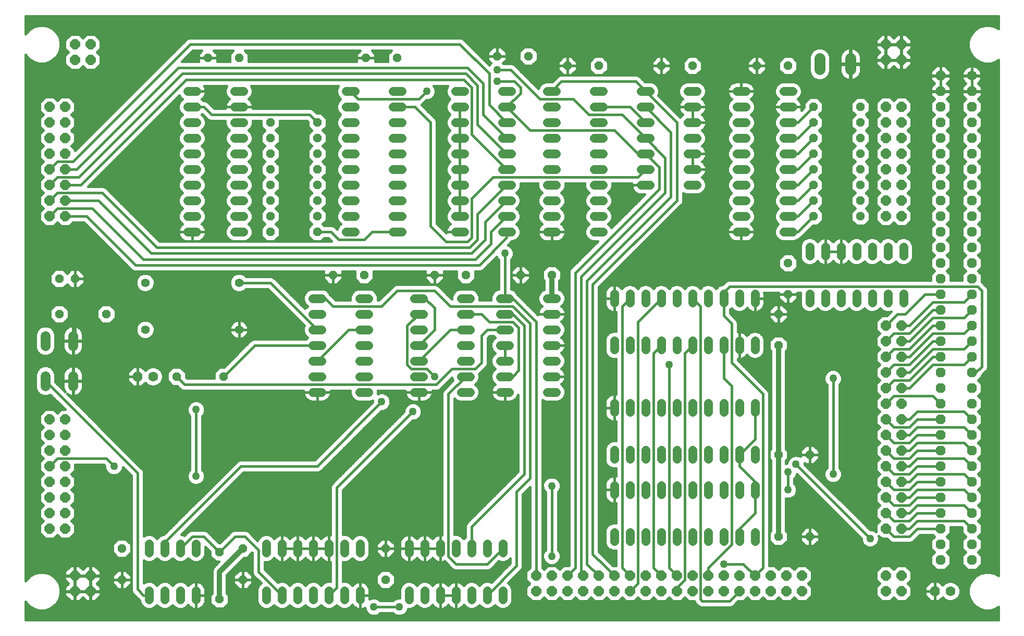
<source format=gbl>
G75*
%MOIN*%
%OFA0B0*%
%FSLAX24Y24*%
%IPPOS*%
%LPD*%
%AMOC8*
5,1,8,0,0,1.08239X$1,22.5*
%
%ADD10C,0.0560*%
%ADD11OC8,0.0560*%
%ADD12C,0.0560*%
%ADD13C,0.0640*%
%ADD14OC8,0.0630*%
%ADD15C,0.0630*%
%ADD16OC8,0.0640*%
%ADD17C,0.0710*%
%ADD18C,0.0160*%
%ADD19C,0.0500*%
%ADD20C,0.0320*%
D10*
X013208Y009080D02*
X013208Y009640D01*
X014208Y009640D02*
X014208Y009080D01*
X015208Y009080D02*
X015208Y009640D01*
X016208Y009640D02*
X016208Y009080D01*
X016208Y012080D02*
X016208Y012640D01*
X015208Y012640D02*
X015208Y012080D01*
X014208Y012080D02*
X014208Y012640D01*
X013208Y012640D02*
X013208Y012080D01*
X020708Y012080D02*
X020708Y012640D01*
X021708Y012640D02*
X021708Y012080D01*
X022708Y012080D02*
X022708Y012640D01*
X023708Y012640D02*
X023708Y012080D01*
X024708Y012080D02*
X024708Y012640D01*
X025708Y012640D02*
X025708Y012080D01*
X026708Y012080D02*
X026708Y012640D01*
X029833Y012640D02*
X029833Y012080D01*
X030833Y012080D02*
X030833Y012640D01*
X031833Y012640D02*
X031833Y012080D01*
X032833Y012080D02*
X032833Y012640D01*
X033833Y012640D02*
X033833Y012080D01*
X034833Y012080D02*
X034833Y012640D01*
X035833Y012640D02*
X035833Y012080D01*
X035833Y009640D02*
X035833Y009080D01*
X034833Y009080D02*
X034833Y009640D01*
X033833Y009640D02*
X033833Y009080D01*
X032833Y009080D02*
X032833Y009640D01*
X031833Y009640D02*
X031833Y009080D01*
X030833Y009080D02*
X030833Y009640D01*
X029833Y009640D02*
X029833Y009080D01*
X026708Y009080D02*
X026708Y009640D01*
X025708Y009640D02*
X025708Y009080D01*
X024708Y009080D02*
X024708Y009640D01*
X023708Y009640D02*
X023708Y009080D01*
X022708Y009080D02*
X022708Y009640D01*
X021708Y009640D02*
X021708Y009080D01*
X020708Y009080D02*
X020708Y009640D01*
X023678Y022360D02*
X024238Y022360D01*
X024238Y023360D02*
X023678Y023360D01*
X023678Y024360D02*
X024238Y024360D01*
X024238Y025360D02*
X023678Y025360D01*
X023678Y026360D02*
X024238Y026360D01*
X024238Y027360D02*
X023678Y027360D01*
X023678Y028360D02*
X024238Y028360D01*
X026678Y028360D02*
X027238Y028360D01*
X027238Y027360D02*
X026678Y027360D01*
X026678Y026360D02*
X027238Y026360D01*
X027238Y025360D02*
X026678Y025360D01*
X026678Y024360D02*
X027238Y024360D01*
X027238Y023360D02*
X026678Y023360D01*
X026678Y022360D02*
X027238Y022360D01*
X030178Y022360D02*
X030738Y022360D01*
X030738Y023360D02*
X030178Y023360D01*
X030178Y024360D02*
X030738Y024360D01*
X030738Y025360D02*
X030178Y025360D01*
X030178Y026360D02*
X030738Y026360D01*
X030738Y027360D02*
X030178Y027360D01*
X030178Y028360D02*
X030738Y028360D01*
X033178Y028360D02*
X033738Y028360D01*
X033738Y027360D02*
X033178Y027360D01*
X033178Y026360D02*
X033738Y026360D01*
X033738Y025360D02*
X033178Y025360D01*
X033178Y024360D02*
X033738Y024360D01*
X033738Y023360D02*
X033178Y023360D01*
X033178Y022360D02*
X033738Y022360D01*
X035678Y022360D02*
X036238Y022360D01*
X036238Y023360D02*
X035678Y023360D01*
X035678Y024360D02*
X036238Y024360D01*
X036238Y025360D02*
X035678Y025360D01*
X035678Y026360D02*
X036238Y026360D01*
X036238Y027360D02*
X035678Y027360D01*
X035678Y028360D02*
X036238Y028360D01*
X038678Y028360D02*
X039238Y028360D01*
X039238Y027360D02*
X038678Y027360D01*
X038678Y026360D02*
X039238Y026360D01*
X039238Y025360D02*
X038678Y025360D01*
X038678Y024360D02*
X039238Y024360D01*
X039238Y023360D02*
X038678Y023360D01*
X038678Y022360D02*
X039238Y022360D01*
X042958Y021640D02*
X042958Y021080D01*
X043958Y021080D02*
X043958Y021640D01*
X044958Y021640D02*
X044958Y021080D01*
X045958Y021080D02*
X045958Y021640D01*
X046958Y021640D02*
X046958Y021080D01*
X047958Y021080D02*
X047958Y021640D01*
X048958Y021640D02*
X048958Y021080D01*
X049958Y021080D02*
X049958Y021640D01*
X050958Y021640D02*
X050958Y021080D01*
X051958Y021080D02*
X051958Y021640D01*
X051958Y018640D02*
X051958Y018080D01*
X050958Y018080D02*
X050958Y018640D01*
X049958Y018640D02*
X049958Y018080D01*
X048958Y018080D02*
X048958Y018640D01*
X047958Y018640D02*
X047958Y018080D01*
X046958Y018080D02*
X046958Y018640D01*
X045958Y018640D02*
X045958Y018080D01*
X044958Y018080D02*
X044958Y018640D01*
X043958Y018640D02*
X043958Y018080D01*
X042958Y018080D02*
X042958Y018640D01*
X042958Y016390D02*
X042958Y015830D01*
X043958Y015830D02*
X043958Y016390D01*
X044958Y016390D02*
X044958Y015830D01*
X045958Y015830D02*
X045958Y016390D01*
X046958Y016390D02*
X046958Y015830D01*
X047958Y015830D02*
X047958Y016390D01*
X048958Y016390D02*
X048958Y015830D01*
X049958Y015830D02*
X049958Y016390D01*
X050958Y016390D02*
X050958Y015830D01*
X051958Y015830D02*
X051958Y016390D01*
X051958Y013390D02*
X051958Y012830D01*
X050958Y012830D02*
X050958Y013390D01*
X049958Y013390D02*
X049958Y012830D01*
X048958Y012830D02*
X048958Y013390D01*
X047958Y013390D02*
X047958Y012830D01*
X046958Y012830D02*
X046958Y013390D01*
X045958Y013390D02*
X045958Y012830D01*
X044958Y012830D02*
X044958Y013390D01*
X043958Y013390D02*
X043958Y012830D01*
X042958Y012830D02*
X042958Y013390D01*
X042958Y025080D02*
X042958Y025640D01*
X043958Y025640D02*
X043958Y025080D01*
X044958Y025080D02*
X044958Y025640D01*
X045958Y025640D02*
X045958Y025080D01*
X046958Y025080D02*
X046958Y025640D01*
X047958Y025640D02*
X047958Y025080D01*
X048958Y025080D02*
X048958Y025640D01*
X049958Y025640D02*
X049958Y025080D01*
X050958Y025080D02*
X050958Y025640D01*
X051958Y025640D02*
X051958Y025080D01*
X051958Y028080D02*
X051958Y028640D01*
X050958Y028640D02*
X050958Y028080D01*
X049958Y028080D02*
X049958Y028640D01*
X048958Y028640D02*
X048958Y028080D01*
X047958Y028080D02*
X047958Y028640D01*
X046958Y028640D02*
X046958Y028080D01*
X045958Y028080D02*
X045958Y028640D01*
X044958Y028640D02*
X044958Y028080D01*
X043958Y028080D02*
X043958Y028640D01*
X042958Y028640D02*
X042958Y028080D01*
X042238Y032610D02*
X041678Y032610D01*
X041678Y033610D02*
X042238Y033610D01*
X042238Y034610D02*
X041678Y034610D01*
X041678Y035610D02*
X042238Y035610D01*
X042238Y036610D02*
X041678Y036610D01*
X041678Y037610D02*
X042238Y037610D01*
X042238Y038610D02*
X041678Y038610D01*
X041678Y039610D02*
X042238Y039610D01*
X042238Y040610D02*
X041678Y040610D01*
X041678Y041610D02*
X042238Y041610D01*
X044678Y041610D02*
X045238Y041610D01*
X045238Y040610D02*
X044678Y040610D01*
X044678Y039610D02*
X045238Y039610D01*
X045238Y038610D02*
X044678Y038610D01*
X044678Y037610D02*
X045238Y037610D01*
X045238Y036610D02*
X044678Y036610D01*
X044678Y035610D02*
X045238Y035610D01*
X047678Y035610D02*
X048238Y035610D01*
X048238Y036610D02*
X047678Y036610D01*
X047678Y037610D02*
X048238Y037610D01*
X048238Y038610D02*
X047678Y038610D01*
X047678Y039610D02*
X048238Y039610D01*
X048238Y040610D02*
X047678Y040610D01*
X047678Y041610D02*
X048238Y041610D01*
X050803Y041610D02*
X051363Y041610D01*
X051363Y040610D02*
X050803Y040610D01*
X050803Y039610D02*
X051363Y039610D01*
X051363Y038610D02*
X050803Y038610D01*
X050803Y037610D02*
X051363Y037610D01*
X051363Y036610D02*
X050803Y036610D01*
X050803Y035610D02*
X051363Y035610D01*
X051363Y034610D02*
X050803Y034610D01*
X050803Y033610D02*
X051363Y033610D01*
X051363Y032610D02*
X050803Y032610D01*
X053803Y032610D02*
X054363Y032610D01*
X054363Y033610D02*
X053803Y033610D01*
X053803Y034610D02*
X054363Y034610D01*
X054363Y035610D02*
X053803Y035610D01*
X053803Y036610D02*
X054363Y036610D01*
X054363Y037610D02*
X053803Y037610D01*
X053803Y038610D02*
X054363Y038610D01*
X054363Y039610D02*
X053803Y039610D01*
X053803Y040610D02*
X054363Y040610D01*
X054363Y041610D02*
X053803Y041610D01*
X055458Y031640D02*
X055458Y031080D01*
X056458Y031080D02*
X056458Y031640D01*
X057458Y031640D02*
X057458Y031080D01*
X058458Y031080D02*
X058458Y031640D01*
X059458Y031640D02*
X059458Y031080D01*
X060458Y031080D02*
X060458Y031640D01*
X061458Y031640D02*
X061458Y031080D01*
X061458Y028640D02*
X061458Y028080D01*
X060458Y028080D02*
X060458Y028640D01*
X059458Y028640D02*
X059458Y028080D01*
X058458Y028080D02*
X058458Y028640D01*
X057458Y028640D02*
X057458Y028080D01*
X056458Y028080D02*
X056458Y028640D01*
X055458Y028640D02*
X055458Y028080D01*
X039238Y032610D02*
X038678Y032610D01*
X038678Y033610D02*
X039238Y033610D01*
X039238Y034610D02*
X038678Y034610D01*
X038678Y035610D02*
X039238Y035610D01*
X039238Y036610D02*
X038678Y036610D01*
X038678Y037610D02*
X039238Y037610D01*
X039238Y038610D02*
X038678Y038610D01*
X038678Y039610D02*
X039238Y039610D01*
X039238Y040610D02*
X038678Y040610D01*
X038678Y041610D02*
X039238Y041610D01*
X036363Y041610D02*
X035803Y041610D01*
X035803Y040610D02*
X036363Y040610D01*
X036363Y039610D02*
X035803Y039610D01*
X035803Y038610D02*
X036363Y038610D01*
X036363Y037610D02*
X035803Y037610D01*
X035803Y036610D02*
X036363Y036610D01*
X036363Y035610D02*
X035803Y035610D01*
X035803Y034610D02*
X036363Y034610D01*
X036363Y033610D02*
X035803Y033610D01*
X035803Y032610D02*
X036363Y032610D01*
X033363Y032610D02*
X032803Y032610D01*
X032803Y033610D02*
X033363Y033610D01*
X033363Y034610D02*
X032803Y034610D01*
X032803Y035610D02*
X033363Y035610D01*
X033363Y036610D02*
X032803Y036610D01*
X032803Y037610D02*
X033363Y037610D01*
X033363Y038610D02*
X032803Y038610D01*
X032803Y039610D02*
X033363Y039610D01*
X033363Y040610D02*
X032803Y040610D01*
X032803Y041610D02*
X033363Y041610D01*
X029363Y041610D02*
X028803Y041610D01*
X028803Y040610D02*
X029363Y040610D01*
X029363Y039610D02*
X028803Y039610D01*
X028803Y038610D02*
X029363Y038610D01*
X029363Y037610D02*
X028803Y037610D01*
X028803Y036610D02*
X029363Y036610D01*
X029363Y035610D02*
X028803Y035610D01*
X028803Y034610D02*
X029363Y034610D01*
X029363Y033610D02*
X028803Y033610D01*
X028803Y032610D02*
X029363Y032610D01*
X026363Y032610D02*
X025803Y032610D01*
X025803Y033610D02*
X026363Y033610D01*
X026363Y034610D02*
X025803Y034610D01*
X025803Y035610D02*
X026363Y035610D01*
X026363Y036610D02*
X025803Y036610D01*
X025803Y037610D02*
X026363Y037610D01*
X026363Y038610D02*
X025803Y038610D01*
X025803Y039610D02*
X026363Y039610D01*
X026363Y040610D02*
X025803Y040610D01*
X025803Y041610D02*
X026363Y041610D01*
X019238Y041610D02*
X018678Y041610D01*
X018678Y040610D02*
X019238Y040610D01*
X019238Y039610D02*
X018678Y039610D01*
X018678Y038610D02*
X019238Y038610D01*
X019238Y037610D02*
X018678Y037610D01*
X018678Y036610D02*
X019238Y036610D01*
X019238Y035610D02*
X018678Y035610D01*
X018678Y034610D02*
X019238Y034610D01*
X019238Y033610D02*
X018678Y033610D01*
X018678Y032610D02*
X019238Y032610D01*
X016238Y032610D02*
X015678Y032610D01*
X015678Y033610D02*
X016238Y033610D01*
X016238Y034610D02*
X015678Y034610D01*
X015678Y035610D02*
X016238Y035610D01*
X016238Y036610D02*
X015678Y036610D01*
X015678Y037610D02*
X016238Y037610D01*
X016238Y038610D02*
X015678Y038610D01*
X015678Y039610D02*
X016238Y039610D01*
X016238Y040610D02*
X015678Y040610D01*
X015678Y041610D02*
X016238Y041610D01*
D11*
X016958Y043735D03*
X018958Y043735D03*
X020958Y039610D03*
X020958Y038610D03*
X020958Y037610D03*
X020958Y036610D03*
X020958Y035610D03*
X020958Y034610D03*
X020958Y033610D03*
X020958Y032610D03*
X023958Y032610D03*
X023958Y033610D03*
X023958Y034610D03*
X023958Y035610D03*
X023958Y036610D03*
X023958Y037610D03*
X023958Y038610D03*
X023958Y039610D03*
X027083Y043735D03*
X029083Y043735D03*
X035458Y043860D03*
X037458Y043860D03*
X039958Y043235D03*
X041958Y043235D03*
X045958Y043235D03*
X047958Y043235D03*
X052083Y043235D03*
X054083Y043235D03*
X055708Y040610D03*
X055708Y039610D03*
X055708Y038610D03*
X055708Y037610D03*
X055708Y036610D03*
X055708Y035610D03*
X055708Y034610D03*
X055708Y033610D03*
X058708Y033610D03*
X058708Y034610D03*
X058708Y035610D03*
X058708Y036610D03*
X058708Y037610D03*
X058708Y038610D03*
X058708Y039610D03*
X058708Y040610D03*
X054083Y030610D03*
X054083Y028610D03*
X053458Y027360D03*
X053458Y025360D03*
X053458Y018360D03*
X055458Y018360D03*
X055458Y013110D03*
X053458Y013110D03*
X038958Y029860D03*
X036958Y029860D03*
X033458Y029860D03*
X031458Y029860D03*
X026958Y029860D03*
X024958Y029860D03*
X017958Y023360D03*
X014958Y023360D03*
X010458Y027360D03*
X007458Y027360D03*
X007458Y029610D03*
X008458Y029610D03*
X011458Y012360D03*
X011458Y010360D03*
X017708Y009110D03*
X019208Y010360D03*
X019208Y012360D03*
X017708Y012110D03*
X028333Y012360D03*
X028333Y010360D03*
D12*
X018958Y026360D03*
X018958Y029360D03*
X012958Y029360D03*
X012958Y026360D03*
D13*
X008348Y025960D02*
X008348Y025320D01*
X006568Y025320D02*
X006568Y025960D01*
X006568Y023400D02*
X006568Y022760D01*
X008348Y022760D02*
X008348Y023400D01*
D14*
X012458Y023360D03*
X063458Y009610D03*
X063833Y011610D03*
X063833Y012610D03*
X063833Y013610D03*
X063833Y014610D03*
X063833Y015610D03*
X063833Y016610D03*
X063833Y017610D03*
X063833Y018610D03*
X063833Y019610D03*
X063833Y020610D03*
X063833Y021610D03*
X063833Y022610D03*
X063833Y023610D03*
X063833Y024610D03*
X063833Y025610D03*
X063833Y026610D03*
X063833Y027610D03*
X063833Y028610D03*
X063833Y029610D03*
X063833Y030610D03*
X063833Y031610D03*
X063833Y032610D03*
X063833Y033610D03*
X063833Y034610D03*
X063833Y035610D03*
X063833Y036610D03*
X063833Y037610D03*
X063833Y038610D03*
X063833Y039610D03*
X063833Y040610D03*
X063833Y041610D03*
X063833Y042610D03*
X065833Y041610D03*
X065833Y040610D03*
X065833Y039610D03*
X065833Y038610D03*
X065833Y037610D03*
X065833Y036610D03*
X065833Y035610D03*
X065833Y034610D03*
X065833Y033610D03*
X065833Y032610D03*
X065833Y031610D03*
X065833Y030610D03*
X065833Y029610D03*
X065833Y028610D03*
X065833Y027610D03*
X065833Y026610D03*
X065833Y025610D03*
X065833Y024610D03*
X065833Y023610D03*
X065833Y022610D03*
X065833Y021610D03*
X065833Y020610D03*
X065833Y019610D03*
X065833Y018610D03*
X065833Y017610D03*
X065833Y016610D03*
X065833Y015610D03*
X065833Y014610D03*
X065833Y013610D03*
X065833Y012610D03*
X065833Y011610D03*
D15*
X064458Y009610D03*
X065833Y042610D03*
X013458Y023360D03*
D16*
X007833Y020610D03*
X006833Y020610D03*
X006833Y019610D03*
X007833Y019610D03*
X007833Y018610D03*
X006833Y018610D03*
X006833Y017610D03*
X007833Y017610D03*
X007833Y016610D03*
X006833Y016610D03*
X006833Y015610D03*
X007833Y015610D03*
X007833Y014610D03*
X006833Y014610D03*
X006833Y013610D03*
X007833Y013610D03*
X008458Y010610D03*
X008458Y009610D03*
X009458Y009610D03*
X009458Y010610D03*
X037958Y010610D03*
X038958Y010610D03*
X039958Y010610D03*
X039958Y009610D03*
X038958Y009610D03*
X037958Y009610D03*
X040958Y009610D03*
X041958Y009610D03*
X042958Y009610D03*
X042958Y010610D03*
X041958Y010610D03*
X040958Y010610D03*
X043958Y010610D03*
X044958Y010610D03*
X044958Y009610D03*
X043958Y009610D03*
X045958Y009610D03*
X046958Y009610D03*
X047958Y009610D03*
X047958Y010610D03*
X046958Y010610D03*
X045958Y010610D03*
X048958Y010610D03*
X049958Y010610D03*
X049958Y009610D03*
X048958Y009610D03*
X050958Y009610D03*
X051958Y009610D03*
X052958Y009610D03*
X052958Y010610D03*
X051958Y010610D03*
X050958Y010610D03*
X053958Y010610D03*
X054958Y010610D03*
X054958Y009610D03*
X053958Y009610D03*
X060333Y009610D03*
X061333Y009610D03*
X061333Y010610D03*
X060333Y010610D03*
X060333Y013610D03*
X060333Y014610D03*
X061333Y014610D03*
X061333Y013610D03*
X061333Y015610D03*
X060333Y015610D03*
X060333Y016610D03*
X061333Y016610D03*
X061333Y017610D03*
X060333Y017610D03*
X060333Y018610D03*
X061333Y018610D03*
X061333Y019610D03*
X060333Y019610D03*
X060333Y020610D03*
X060333Y021610D03*
X061333Y021610D03*
X061333Y020610D03*
X061333Y022610D03*
X060333Y022610D03*
X060333Y023610D03*
X061333Y023610D03*
X061333Y024610D03*
X060333Y024610D03*
X060333Y025610D03*
X061333Y025610D03*
X061333Y026610D03*
X060333Y026610D03*
X060333Y033610D03*
X061333Y033610D03*
X061333Y034610D03*
X060333Y034610D03*
X060333Y035610D03*
X061333Y035610D03*
X061333Y036610D03*
X060333Y036610D03*
X060333Y037610D03*
X061333Y037610D03*
X061333Y038610D03*
X060333Y038610D03*
X060333Y039610D03*
X060333Y040610D03*
X061333Y040610D03*
X061333Y039610D03*
X061333Y043610D03*
X060333Y043610D03*
X060333Y044610D03*
X061333Y044610D03*
X009458Y044610D03*
X008458Y044610D03*
X008458Y043610D03*
X009458Y043610D03*
X007833Y040610D03*
X006833Y040610D03*
X006833Y039610D03*
X007833Y039610D03*
X007833Y038610D03*
X006833Y038610D03*
X006833Y037610D03*
X007833Y037610D03*
X007833Y036610D03*
X006833Y036610D03*
X006833Y035610D03*
X007833Y035610D03*
X007833Y034610D03*
X006833Y034610D03*
X006833Y033610D03*
X007833Y033610D03*
D17*
X056099Y043005D02*
X056099Y043715D01*
X058068Y043715D02*
X058068Y043005D01*
D18*
X005313Y008937D02*
X005313Y007800D01*
X067553Y007800D01*
X067553Y008617D01*
X067304Y008473D01*
X066994Y008390D01*
X066673Y008390D01*
X066362Y008473D01*
X066084Y008634D01*
X065857Y008861D01*
X065696Y009139D01*
X065613Y009449D01*
X065613Y009771D01*
X065696Y010081D01*
X065857Y010359D01*
X066084Y010586D01*
X066362Y010747D01*
X066673Y010830D01*
X066994Y010830D01*
X067304Y010747D01*
X067553Y010603D01*
X067553Y043617D01*
X067304Y043473D01*
X066994Y043390D01*
X066673Y043390D01*
X066362Y043473D01*
X066084Y043634D01*
X065857Y043861D01*
X065696Y044139D01*
X065613Y044449D01*
X061973Y044449D01*
X061973Y044345D02*
X061973Y044590D01*
X061353Y044590D01*
X061353Y043970D01*
X061353Y043630D01*
X061313Y043630D01*
X061313Y043590D01*
X060693Y043590D01*
X060353Y043590D01*
X060353Y042970D01*
X060598Y042970D01*
X060833Y043205D01*
X061068Y042970D01*
X061313Y042970D01*
X061313Y043590D01*
X061353Y043590D01*
X061353Y042970D01*
X061598Y042970D01*
X061973Y043345D01*
X061973Y043590D01*
X061353Y043590D01*
X061353Y043630D01*
X061973Y043630D01*
X061973Y043875D01*
X061738Y044110D01*
X061973Y044345D01*
X061919Y044291D02*
X065656Y044291D01*
X065613Y044449D02*
X065613Y044771D01*
X065696Y045081D01*
X065857Y045359D01*
X066084Y045586D01*
X066362Y045747D01*
X066673Y045830D01*
X066994Y045830D01*
X067304Y045747D01*
X067553Y045603D01*
X067553Y046420D01*
X005313Y046420D01*
X005313Y045283D01*
X005357Y045359D01*
X005584Y045586D01*
X005862Y045747D01*
X006173Y045830D01*
X006494Y045830D01*
X006804Y045747D01*
X007082Y045586D01*
X007310Y045359D01*
X007470Y045081D01*
X007553Y044771D01*
X007553Y044449D01*
X007818Y044449D01*
X007818Y044345D02*
X008053Y044110D01*
X007818Y043875D01*
X007818Y043345D01*
X008193Y042970D01*
X008723Y042970D01*
X008958Y043205D01*
X009193Y042970D01*
X009723Y042970D01*
X010098Y043345D01*
X010098Y043875D01*
X009863Y044110D01*
X010098Y044345D01*
X010098Y044875D01*
X009723Y045250D01*
X009193Y045250D01*
X008958Y045015D01*
X008723Y045250D01*
X008193Y045250D01*
X007818Y044875D01*
X007818Y044345D01*
X007873Y044291D02*
X007511Y044291D01*
X007470Y044139D02*
X007553Y044449D01*
X007553Y044608D02*
X007818Y044608D01*
X007818Y044766D02*
X007553Y044766D01*
X007512Y044925D02*
X007868Y044925D01*
X008026Y045083D02*
X007469Y045083D01*
X007377Y045242D02*
X008185Y045242D01*
X008732Y045242D02*
X009185Y045242D01*
X009026Y045083D02*
X008890Y045083D01*
X009732Y045242D02*
X060060Y045242D01*
X060068Y045250D02*
X059693Y044875D01*
X059693Y044630D01*
X060313Y044630D01*
X060313Y044590D01*
X059693Y044590D01*
X059693Y044345D01*
X059928Y044110D01*
X059693Y043875D01*
X059693Y043630D01*
X060313Y043630D01*
X060313Y043590D01*
X059693Y043590D01*
X059693Y043345D01*
X060068Y042970D01*
X060313Y042970D01*
X060313Y043590D01*
X060353Y043590D01*
X060353Y043630D01*
X060313Y043630D01*
X060313Y044590D01*
X060353Y044590D01*
X060353Y043970D01*
X060353Y043630D01*
X061313Y043630D01*
X061313Y044590D01*
X060693Y044590D01*
X060353Y044590D01*
X060353Y044630D01*
X060313Y044630D01*
X060313Y045250D01*
X060068Y045250D01*
X059901Y045083D02*
X009890Y045083D01*
X010049Y044925D02*
X015582Y044925D01*
X015607Y044949D02*
X008473Y037816D01*
X008473Y037875D01*
X008238Y038110D01*
X008473Y038345D01*
X008473Y038875D01*
X008238Y039110D01*
X008473Y039345D01*
X008473Y039875D01*
X008238Y040110D01*
X008473Y040345D01*
X008473Y040875D01*
X008098Y041250D01*
X007568Y041250D01*
X007333Y041015D01*
X007098Y041250D01*
X006568Y041250D01*
X006193Y040875D01*
X006193Y040345D01*
X006428Y040110D01*
X006193Y039875D01*
X006193Y039345D01*
X006428Y039110D01*
X006193Y038875D01*
X006193Y038345D01*
X006428Y038110D01*
X006193Y037875D01*
X006193Y037345D01*
X006428Y037110D01*
X006193Y036875D01*
X006193Y036345D01*
X006428Y036110D01*
X006193Y035875D01*
X006193Y035345D01*
X006428Y035110D01*
X006193Y034875D01*
X006193Y034345D01*
X006428Y034110D01*
X006193Y033875D01*
X006193Y033345D01*
X006568Y032970D01*
X007098Y032970D01*
X007333Y033205D01*
X007568Y032970D01*
X008098Y032970D01*
X008338Y033210D01*
X009043Y033210D01*
X012107Y030146D01*
X012254Y030085D01*
X024358Y030085D01*
X024358Y029860D01*
X024358Y029611D01*
X024710Y029260D01*
X024958Y029260D01*
X024958Y029860D01*
X024358Y029860D01*
X024958Y029860D01*
X024958Y029860D01*
X024958Y029860D01*
X024958Y029260D01*
X025207Y029260D01*
X025558Y029611D01*
X025558Y029860D01*
X025558Y030085D01*
X026358Y030085D01*
X026358Y029611D01*
X026710Y029260D01*
X027207Y029260D01*
X027558Y029611D01*
X027558Y030085D01*
X030858Y030085D01*
X030858Y029860D01*
X030858Y029611D01*
X031210Y029260D01*
X031458Y029260D01*
X031458Y029860D01*
X030858Y029860D01*
X031458Y029860D01*
X031458Y029860D01*
X031458Y029860D01*
X031458Y029260D01*
X031707Y029260D01*
X032058Y029611D01*
X032058Y029860D01*
X032058Y030085D01*
X032858Y030085D01*
X032858Y029611D01*
X033210Y029260D01*
X033707Y029260D01*
X034058Y029611D01*
X034058Y030085D01*
X034413Y030085D01*
X034560Y030146D01*
X034672Y030258D01*
X035431Y031017D01*
X035475Y030912D01*
X035558Y030829D01*
X035558Y028960D01*
X035338Y028869D01*
X035170Y028700D01*
X035078Y028479D01*
X035078Y028260D01*
X034338Y028260D01*
X034338Y028479D01*
X034247Y028700D01*
X034078Y028869D01*
X033858Y028960D01*
X033059Y028960D01*
X032838Y028869D01*
X032670Y028700D01*
X032578Y028479D01*
X032578Y028306D01*
X031797Y029087D01*
X031685Y029199D01*
X031538Y029260D01*
X029004Y029260D01*
X028857Y029199D01*
X027918Y028260D01*
X027838Y028260D01*
X027838Y028479D01*
X027747Y028700D01*
X027578Y028869D01*
X027358Y028960D01*
X026559Y028960D01*
X026338Y028869D01*
X026170Y028700D01*
X026078Y028479D01*
X026078Y028260D01*
X025124Y028260D01*
X024797Y028587D01*
X024791Y028593D01*
X024747Y028700D01*
X024578Y028869D01*
X024358Y028960D01*
X023559Y028960D01*
X023338Y028869D01*
X023170Y028700D01*
X023078Y028479D01*
X023078Y028241D01*
X023170Y028020D01*
X023330Y027860D01*
X023177Y027707D01*
X021297Y029587D01*
X021185Y029699D01*
X021038Y029760D01*
X019407Y029760D01*
X019298Y029869D01*
X019078Y029960D01*
X018839Y029960D01*
X018618Y029869D01*
X018450Y029700D01*
X018358Y029479D01*
X018358Y029241D01*
X018450Y029020D01*
X018618Y028851D01*
X018839Y028760D01*
X019078Y028760D01*
X019298Y028851D01*
X019407Y028960D01*
X020793Y028960D01*
X023135Y026617D01*
X023078Y026479D01*
X023078Y026241D01*
X023170Y026020D01*
X023330Y025860D01*
X023230Y025760D01*
X019879Y025760D01*
X019732Y025699D01*
X019619Y025587D01*
X017993Y023960D01*
X017710Y023960D01*
X017358Y023609D01*
X017358Y023260D01*
X015624Y023260D01*
X015558Y023326D01*
X015558Y023609D01*
X015207Y023960D01*
X014710Y023960D01*
X014358Y023609D01*
X014358Y023111D01*
X014710Y022760D01*
X014993Y022760D01*
X015119Y022633D01*
X015232Y022521D01*
X015379Y022460D01*
X023087Y022460D01*
X023078Y022407D01*
X023078Y022360D01*
X023078Y022313D01*
X023093Y022219D01*
X023122Y022130D01*
X023165Y022046D01*
X023221Y021969D01*
X023287Y021902D01*
X023364Y021847D01*
X023448Y021804D01*
X023538Y021775D01*
X023631Y021760D01*
X023958Y021760D01*
X023958Y022360D01*
X023078Y022360D01*
X023958Y022360D01*
X023958Y022360D01*
X023958Y022360D01*
X023958Y021760D01*
X024286Y021760D01*
X024379Y021775D01*
X024469Y021804D01*
X024553Y021847D01*
X024629Y021902D01*
X024696Y021969D01*
X024751Y022046D01*
X024794Y022130D01*
X024824Y022219D01*
X024838Y022313D01*
X024838Y022360D01*
X024838Y022407D01*
X024830Y022460D01*
X026078Y022460D01*
X026078Y022241D01*
X026170Y022020D01*
X026338Y021851D01*
X026559Y021760D01*
X027358Y021760D01*
X027513Y021824D01*
X027513Y021731D01*
X023793Y018010D01*
X019004Y018010D01*
X018857Y017949D01*
X014148Y013240D01*
X014089Y013240D01*
X013868Y013149D01*
X013708Y012989D01*
X013548Y013149D01*
X013328Y013240D01*
X013089Y013240D01*
X012868Y013149D01*
X012858Y013139D01*
X012858Y017270D01*
X012797Y017417D01*
X012685Y017529D01*
X007972Y022242D01*
X007992Y022227D01*
X008065Y022185D01*
X008142Y022153D01*
X008223Y022131D01*
X008306Y022120D01*
X008328Y022120D01*
X008328Y023060D01*
X007708Y023060D01*
X007708Y022718D01*
X007719Y022635D01*
X007741Y022554D01*
X007773Y022476D01*
X007815Y022404D01*
X007831Y022383D01*
X007208Y023006D01*
X007208Y023527D01*
X007720Y023527D01*
X007719Y023525D02*
X007708Y023442D01*
X007708Y023100D01*
X008328Y023100D01*
X008328Y023060D01*
X008368Y023060D01*
X008368Y022120D01*
X008390Y022120D01*
X008473Y022131D01*
X008554Y022153D01*
X008632Y022185D01*
X008705Y022227D01*
X008771Y022278D01*
X008831Y022337D01*
X008882Y022404D01*
X008924Y022476D01*
X008956Y022554D01*
X008977Y022635D01*
X008988Y022718D01*
X008988Y023060D01*
X008368Y023060D01*
X008368Y023100D01*
X008328Y023100D01*
X008328Y024040D01*
X008306Y024040D01*
X008223Y024029D01*
X008142Y024007D01*
X008065Y023975D01*
X007992Y023933D01*
X007925Y023882D01*
X007866Y023823D01*
X007815Y023756D01*
X007773Y023684D01*
X007741Y023606D01*
X007719Y023525D01*
X007708Y023369D02*
X007208Y023369D01*
X007208Y023527D02*
X007111Y023763D01*
X006931Y023943D01*
X006696Y024040D01*
X006441Y024040D01*
X006206Y023943D01*
X006026Y023763D01*
X005928Y023527D01*
X005313Y023527D01*
X005313Y023369D02*
X005928Y023369D01*
X005928Y023527D02*
X005928Y022633D01*
X006026Y022397D01*
X006206Y022217D01*
X006441Y022120D01*
X006696Y022120D01*
X006884Y022198D01*
X007833Y021250D01*
X007568Y021250D01*
X007333Y021015D01*
X007098Y021250D01*
X006568Y021250D01*
X006193Y020875D01*
X006193Y020345D01*
X006428Y020110D01*
X006193Y019875D01*
X006193Y019345D01*
X006428Y019110D01*
X006193Y018875D01*
X006193Y018345D01*
X006428Y018110D01*
X006193Y017875D01*
X006193Y017345D01*
X006428Y017110D01*
X006193Y016875D01*
X006193Y016345D01*
X006428Y016110D01*
X006193Y015875D01*
X006193Y015345D01*
X006428Y015110D01*
X006193Y014875D01*
X006193Y014345D01*
X006428Y014110D01*
X006193Y013875D01*
X006193Y013345D01*
X006568Y012970D01*
X007098Y012970D01*
X007333Y013205D01*
X007568Y012970D01*
X008098Y012970D01*
X008473Y013345D01*
X008473Y013875D01*
X008238Y014110D01*
X008473Y014345D01*
X008473Y014875D01*
X008238Y015110D01*
X008473Y015345D01*
X008473Y015875D01*
X008238Y016110D01*
X008473Y016345D01*
X008473Y016875D01*
X008238Y017110D01*
X008473Y017345D01*
X008473Y017710D01*
X010293Y017710D01*
X010388Y017614D01*
X010388Y017497D01*
X010475Y017287D01*
X010635Y017127D01*
X010845Y017040D01*
X011072Y017040D01*
X011281Y017127D01*
X011442Y017287D01*
X011528Y017497D01*
X011528Y017554D01*
X012058Y017024D01*
X012058Y009655D01*
X012119Y009508D01*
X012232Y009396D01*
X012494Y009133D01*
X012607Y009021D01*
X012608Y009020D01*
X012608Y008961D01*
X012700Y008740D01*
X012868Y008571D01*
X013089Y008480D01*
X013328Y008480D01*
X013548Y008571D01*
X013708Y008731D01*
X013868Y008571D01*
X014089Y008480D01*
X014328Y008480D01*
X014548Y008571D01*
X014708Y008731D01*
X014868Y008571D01*
X015089Y008480D01*
X015328Y008480D01*
X015548Y008571D01*
X015715Y008738D01*
X015751Y008689D01*
X015817Y008622D01*
X015894Y008567D01*
X015978Y008524D01*
X016068Y008495D01*
X016161Y008480D01*
X016208Y008480D01*
X016208Y009360D01*
X016208Y010240D01*
X016161Y010240D01*
X016068Y010225D01*
X015978Y010196D01*
X015894Y010153D01*
X015817Y010098D01*
X015751Y010031D01*
X015715Y009982D01*
X015548Y010149D01*
X015328Y010240D01*
X015089Y010240D01*
X014868Y010149D01*
X014708Y009989D01*
X014548Y010149D01*
X014328Y010240D01*
X014089Y010240D01*
X013868Y010149D01*
X013708Y009989D01*
X013548Y010149D01*
X013328Y010240D01*
X013089Y010240D01*
X012868Y010149D01*
X012858Y010139D01*
X012858Y011581D01*
X012868Y011571D01*
X013089Y011480D01*
X013328Y011480D01*
X013548Y011571D01*
X013708Y011731D01*
X013868Y011571D01*
X014089Y011480D01*
X014328Y011480D01*
X014548Y011571D01*
X014708Y011731D01*
X014868Y011571D01*
X015089Y011480D01*
X015328Y011480D01*
X015548Y011571D01*
X015708Y011731D01*
X015868Y011571D01*
X016089Y011480D01*
X016328Y011480D01*
X016548Y011571D01*
X016717Y011740D01*
X016808Y011961D01*
X016808Y012444D01*
X017108Y012144D01*
X017108Y011861D01*
X017460Y011510D01*
X017680Y011510D01*
X017436Y011267D01*
X017301Y011132D01*
X017228Y010955D01*
X017228Y009479D01*
X017108Y009359D01*
X017108Y008861D01*
X017460Y008510D01*
X017957Y008510D01*
X018308Y008861D01*
X018308Y009359D01*
X018188Y009479D01*
X018188Y010661D01*
X019287Y011760D01*
X019457Y011760D01*
X019787Y012090D01*
X019808Y012069D01*
X019808Y010780D01*
X019869Y010633D01*
X019982Y010521D01*
X020361Y010141D01*
X020200Y009980D01*
X020108Y009759D01*
X020108Y008961D01*
X020200Y008740D01*
X020368Y008571D01*
X020589Y008480D01*
X020828Y008480D01*
X021048Y008571D01*
X021208Y008731D01*
X021368Y008571D01*
X021589Y008480D01*
X021828Y008480D01*
X022048Y008571D01*
X022208Y008731D01*
X022368Y008571D01*
X022589Y008480D01*
X022828Y008480D01*
X023048Y008571D01*
X023208Y008731D01*
X023368Y008571D01*
X023589Y008480D01*
X023828Y008480D01*
X024048Y008571D01*
X024208Y008731D01*
X024368Y008571D01*
X024589Y008480D01*
X024828Y008480D01*
X025048Y008571D01*
X025208Y008731D01*
X025368Y008571D01*
X025589Y008480D01*
X025828Y008480D01*
X026048Y008571D01*
X026215Y008738D01*
X026251Y008689D01*
X026317Y008622D01*
X026394Y008567D01*
X026478Y008524D01*
X026568Y008495D01*
X026661Y008480D01*
X026708Y008480D01*
X026708Y009360D01*
X026708Y009360D01*
X026708Y010240D01*
X026661Y010240D01*
X026568Y010225D01*
X026478Y010196D01*
X026394Y010153D01*
X026317Y010098D01*
X026251Y010031D01*
X026215Y009982D01*
X026048Y010149D01*
X025828Y010240D01*
X025608Y010240D01*
X025608Y011480D01*
X025828Y011480D01*
X026048Y011571D01*
X026208Y011731D01*
X026368Y011571D01*
X026589Y011480D01*
X026828Y011480D01*
X027048Y011571D01*
X027217Y011740D01*
X027308Y011961D01*
X027308Y012759D01*
X027217Y012980D01*
X027048Y013149D01*
X026828Y013240D01*
X026589Y013240D01*
X026368Y013149D01*
X026208Y012989D01*
X026048Y013149D01*
X025828Y013240D01*
X025608Y013240D01*
X025608Y016069D01*
X030079Y020540D01*
X030197Y020540D01*
X030406Y020627D01*
X030567Y020787D01*
X030653Y020997D01*
X030653Y021223D01*
X030567Y021433D01*
X030406Y021593D01*
X030197Y021680D01*
X029970Y021680D01*
X029760Y021593D01*
X029600Y021433D01*
X029513Y021223D01*
X029513Y021106D01*
X024982Y016574D01*
X024869Y016462D01*
X024808Y016315D01*
X024808Y013232D01*
X024756Y013240D01*
X024708Y013240D01*
X024661Y013240D01*
X024568Y013225D01*
X024478Y013196D01*
X024394Y013153D01*
X024317Y013098D01*
X024251Y013031D01*
X024208Y012973D01*
X024166Y013031D01*
X024099Y013098D01*
X024023Y013153D01*
X023939Y013196D01*
X023849Y013225D01*
X023756Y013240D01*
X023708Y013240D01*
X023661Y013240D01*
X023568Y013225D01*
X023478Y013196D01*
X023394Y013153D01*
X023317Y013098D01*
X023251Y013031D01*
X023208Y012973D01*
X023166Y013031D01*
X023099Y013098D01*
X023023Y013153D01*
X022939Y013196D01*
X022849Y013225D01*
X022756Y013240D01*
X022708Y013240D01*
X022661Y013240D01*
X022568Y013225D01*
X022478Y013196D01*
X022394Y013153D01*
X022317Y013098D01*
X022251Y013031D01*
X022208Y012973D01*
X022166Y013031D01*
X022099Y013098D01*
X022023Y013153D01*
X021939Y013196D01*
X021849Y013225D01*
X021756Y013240D01*
X021708Y013240D01*
X021661Y013240D01*
X021568Y013225D01*
X021478Y013196D01*
X021394Y013153D01*
X021317Y013098D01*
X021251Y013031D01*
X021215Y012982D01*
X021048Y013149D01*
X020828Y013240D01*
X020589Y013240D01*
X020368Y013149D01*
X020200Y012980D01*
X020150Y012859D01*
X019560Y013449D01*
X019413Y013510D01*
X018629Y013510D01*
X018482Y013449D01*
X018369Y013337D01*
X017743Y012710D01*
X017674Y012710D01*
X016935Y013449D01*
X016788Y013510D01*
X015879Y013510D01*
X015732Y013449D01*
X015619Y013337D01*
X015619Y013337D01*
X015466Y013183D01*
X015328Y013240D01*
X015279Y013240D01*
X019249Y017210D01*
X024038Y017210D01*
X024185Y017271D01*
X024297Y017383D01*
X028079Y021165D01*
X028197Y021165D01*
X028406Y021252D01*
X028567Y021412D01*
X028653Y021622D01*
X028653Y021848D01*
X028567Y022058D01*
X028406Y022218D01*
X028197Y022305D01*
X027970Y022305D01*
X027838Y022250D01*
X027838Y022460D01*
X029587Y022460D01*
X029578Y022407D01*
X029578Y022360D01*
X029578Y022313D01*
X029593Y022219D01*
X029622Y022130D01*
X029665Y022046D01*
X029721Y021969D01*
X029787Y021902D01*
X029864Y021847D01*
X029948Y021804D01*
X030038Y021775D01*
X030131Y021760D01*
X030458Y021760D01*
X030458Y022360D01*
X029578Y022360D01*
X030458Y022360D01*
X030458Y022360D01*
X030458Y022360D01*
X030458Y021760D01*
X030786Y021760D01*
X030879Y021775D01*
X030969Y021804D01*
X031053Y021847D01*
X031129Y021902D01*
X031196Y021969D01*
X031251Y022046D01*
X031294Y022130D01*
X031324Y022219D01*
X031338Y022313D01*
X031338Y022360D01*
X031338Y022407D01*
X031330Y022460D01*
X031663Y022460D01*
X031810Y022521D01*
X032578Y023289D01*
X032578Y023241D01*
X032635Y023103D01*
X031994Y022462D01*
X031933Y022315D01*
X031933Y013232D01*
X031881Y013240D01*
X031833Y013240D01*
X031786Y013240D01*
X031693Y013225D01*
X031603Y013196D01*
X031519Y013153D01*
X031442Y013098D01*
X031376Y013031D01*
X031333Y012973D01*
X031291Y013031D01*
X031224Y013098D01*
X031148Y013153D01*
X031064Y013196D01*
X030974Y013225D01*
X030881Y013240D01*
X030833Y013240D01*
X030786Y013240D01*
X030693Y013225D01*
X030603Y013196D01*
X030519Y013153D01*
X030442Y013098D01*
X030376Y013031D01*
X030333Y012973D01*
X030291Y013031D01*
X030224Y013098D01*
X030148Y013153D01*
X030064Y013196D01*
X029974Y013225D01*
X029881Y013240D01*
X029833Y013240D01*
X029786Y013240D01*
X029693Y013225D01*
X029603Y013196D01*
X029519Y013153D01*
X029442Y013098D01*
X029376Y013031D01*
X029320Y012954D01*
X029277Y012870D01*
X029248Y012780D01*
X029233Y012687D01*
X029233Y012360D01*
X029233Y012033D01*
X029248Y011939D01*
X029277Y011850D01*
X029320Y011766D01*
X029376Y011689D01*
X029442Y011622D01*
X029519Y011567D01*
X029603Y011524D01*
X029693Y011495D01*
X029786Y011480D01*
X029833Y011480D01*
X029833Y012360D01*
X029233Y012360D01*
X029833Y012360D01*
X029833Y012360D01*
X029833Y013240D01*
X029833Y012360D01*
X029833Y012360D01*
X029833Y012360D01*
X029833Y011480D01*
X029881Y011480D01*
X029974Y011495D01*
X030064Y011524D01*
X030148Y011567D01*
X030224Y011622D01*
X030291Y011689D01*
X030333Y011747D01*
X030376Y011689D01*
X030442Y011622D01*
X030519Y011567D01*
X030603Y011524D01*
X030693Y011495D01*
X030786Y011480D01*
X030833Y011480D01*
X030833Y012360D01*
X030233Y012360D01*
X029833Y012360D01*
X030833Y012360D01*
X030833Y012360D01*
X030833Y013240D01*
X030833Y012360D01*
X030833Y012360D01*
X030833Y012360D01*
X030833Y011480D01*
X030881Y011480D01*
X030974Y011495D01*
X031064Y011524D01*
X031148Y011567D01*
X031224Y011622D01*
X031291Y011689D01*
X031333Y011747D01*
X031376Y011689D01*
X031442Y011622D01*
X031519Y011567D01*
X031603Y011524D01*
X031693Y011495D01*
X031786Y011480D01*
X031833Y011480D01*
X031833Y012360D01*
X031233Y012360D01*
X030833Y012360D01*
X031833Y012360D01*
X031833Y012360D01*
X031833Y013240D01*
X031833Y012360D01*
X031833Y012360D01*
X031833Y012360D01*
X031833Y011480D01*
X031881Y011480D01*
X031974Y011495D01*
X032064Y011524D01*
X032090Y011537D01*
X032607Y011021D01*
X032754Y010960D01*
X034913Y010960D01*
X035060Y011021D01*
X035172Y011133D01*
X035576Y011537D01*
X035714Y011480D01*
X035953Y011480D01*
X036173Y011571D01*
X036308Y011706D01*
X036308Y011401D01*
X035091Y010183D01*
X034953Y010240D01*
X034714Y010240D01*
X034493Y010149D01*
X034333Y009989D01*
X034173Y010149D01*
X033953Y010240D01*
X033714Y010240D01*
X033493Y010149D01*
X033327Y009982D01*
X033291Y010031D01*
X033224Y010098D01*
X033148Y010153D01*
X033064Y010196D01*
X032974Y010225D01*
X032881Y010240D01*
X032833Y010240D01*
X032786Y010240D01*
X032693Y010225D01*
X032603Y010196D01*
X032519Y010153D01*
X032442Y010098D01*
X032376Y010031D01*
X032333Y009973D01*
X032291Y010031D01*
X032224Y010098D01*
X032148Y010153D01*
X032064Y010196D01*
X031974Y010225D01*
X031881Y010240D01*
X031833Y010240D01*
X031786Y010240D01*
X031693Y010225D01*
X031603Y010196D01*
X031519Y010153D01*
X031442Y010098D01*
X031376Y010031D01*
X031340Y009982D01*
X031173Y010149D01*
X030953Y010240D01*
X030714Y010240D01*
X030493Y010149D01*
X030333Y009989D01*
X030173Y010149D01*
X029953Y010240D01*
X029714Y010240D01*
X029493Y010149D01*
X029325Y009980D01*
X029233Y009759D01*
X029233Y009180D01*
X029095Y009180D01*
X028885Y009093D01*
X028802Y009010D01*
X027989Y009010D01*
X027906Y009093D01*
X027697Y009180D01*
X027470Y009180D01*
X027308Y009113D01*
X027308Y009360D01*
X027308Y009687D01*
X027294Y009780D01*
X027264Y009870D01*
X027221Y009954D01*
X027166Y010031D01*
X027099Y010098D01*
X027023Y010153D01*
X026939Y010196D01*
X026849Y010225D01*
X026756Y010240D01*
X026708Y010240D01*
X026708Y009360D01*
X026708Y009360D01*
X026708Y008480D01*
X026756Y008480D01*
X026849Y008495D01*
X026939Y008524D01*
X027013Y008562D01*
X027013Y008497D01*
X027100Y008287D01*
X027260Y008127D01*
X027470Y008040D01*
X027697Y008040D01*
X027906Y008127D01*
X027989Y008210D01*
X028802Y008210D01*
X028885Y008127D01*
X029095Y008040D01*
X029322Y008040D01*
X029531Y008127D01*
X029692Y008287D01*
X029771Y008480D01*
X029953Y008480D01*
X030173Y008571D01*
X030333Y008731D01*
X030493Y008571D01*
X030714Y008480D01*
X030953Y008480D01*
X031173Y008571D01*
X031340Y008738D01*
X031376Y008689D01*
X031442Y008622D01*
X031519Y008567D01*
X031603Y008524D01*
X031693Y008495D01*
X031786Y008480D01*
X031833Y008480D01*
X031833Y009360D01*
X031833Y009360D01*
X031833Y010240D01*
X031833Y009360D01*
X031833Y009360D01*
X031833Y008480D01*
X031881Y008480D01*
X031974Y008495D01*
X032064Y008524D01*
X032148Y008567D01*
X032224Y008622D01*
X032291Y008689D01*
X032333Y008747D01*
X032376Y008689D01*
X032442Y008622D01*
X032519Y008567D01*
X032603Y008524D01*
X032693Y008495D01*
X032786Y008480D01*
X032833Y008480D01*
X032833Y009360D01*
X032433Y009360D01*
X031833Y009360D01*
X032833Y009360D01*
X032833Y009360D01*
X032833Y009360D01*
X032833Y010240D01*
X032833Y009360D01*
X032833Y009360D01*
X032833Y008480D01*
X032881Y008480D01*
X032974Y008495D01*
X033064Y008524D01*
X033148Y008567D01*
X033224Y008622D01*
X033291Y008689D01*
X033327Y008738D01*
X033493Y008571D01*
X033714Y008480D01*
X033953Y008480D01*
X034173Y008571D01*
X034333Y008731D01*
X034493Y008571D01*
X034714Y008480D01*
X034953Y008480D01*
X035173Y008571D01*
X035333Y008731D01*
X035493Y008571D01*
X035714Y008480D01*
X035953Y008480D01*
X036173Y008571D01*
X036342Y008740D01*
X036433Y008961D01*
X036433Y009759D01*
X036342Y009980D01*
X036180Y010141D01*
X037047Y011008D01*
X037108Y011155D01*
X037108Y011315D01*
X037108Y015819D01*
X037558Y016269D01*
X037558Y011115D01*
X037318Y010875D01*
X037318Y010345D01*
X037553Y010110D01*
X037318Y009875D01*
X037318Y009345D01*
X037693Y008970D01*
X038223Y008970D01*
X038458Y009205D01*
X038693Y008970D01*
X039223Y008970D01*
X039458Y009205D01*
X039693Y008970D01*
X040223Y008970D01*
X040458Y009205D01*
X040693Y008970D01*
X041223Y008970D01*
X041458Y009205D01*
X041693Y008970D01*
X042223Y008970D01*
X042458Y009205D01*
X042693Y008970D01*
X043223Y008970D01*
X043458Y009205D01*
X043693Y008970D01*
X044223Y008970D01*
X044458Y009205D01*
X044693Y008970D01*
X045223Y008970D01*
X045458Y009205D01*
X045693Y008970D01*
X046223Y008970D01*
X046458Y009205D01*
X046693Y008970D01*
X047223Y008970D01*
X047458Y009205D01*
X047693Y008970D01*
X048083Y008970D01*
X048119Y008883D01*
X048244Y008758D01*
X048357Y008646D01*
X048504Y008585D01*
X050413Y008585D01*
X050560Y008646D01*
X050884Y008970D01*
X051223Y008970D01*
X051458Y009205D01*
X051693Y008970D01*
X052223Y008970D01*
X052458Y009205D01*
X052693Y008970D01*
X053223Y008970D01*
X053458Y009205D01*
X053693Y008970D01*
X054223Y008970D01*
X054458Y009205D01*
X054693Y008970D01*
X055223Y008970D01*
X055598Y009345D01*
X055598Y009875D01*
X055363Y010110D01*
X055598Y010345D01*
X055598Y010875D01*
X055223Y011250D01*
X054693Y011250D01*
X054458Y011015D01*
X054223Y011250D01*
X053693Y011250D01*
X053458Y011015D01*
X053223Y011250D01*
X052858Y011250D01*
X052858Y022315D01*
X052797Y022462D01*
X052685Y022574D01*
X050858Y024401D01*
X050858Y024488D01*
X050911Y024480D01*
X050958Y024480D01*
X050958Y025360D01*
X050958Y026240D01*
X050911Y026240D01*
X050858Y026232D01*
X050858Y026815D01*
X050797Y026962D01*
X050685Y027074D01*
X050358Y027401D01*
X050358Y027631D01*
X050458Y027731D01*
X050618Y027571D01*
X050839Y027480D01*
X051078Y027480D01*
X051298Y027571D01*
X051465Y027738D01*
X051501Y027689D01*
X051567Y027622D01*
X051644Y027567D01*
X051728Y027524D01*
X051818Y027495D01*
X051911Y027480D01*
X051958Y027480D01*
X051958Y028360D01*
X051958Y028360D01*
X051958Y027480D01*
X052006Y027480D01*
X052099Y027495D01*
X052189Y027524D01*
X052273Y027567D01*
X052349Y027622D01*
X052416Y027689D01*
X052471Y027766D01*
X052514Y027850D01*
X052544Y027939D01*
X052558Y028033D01*
X052558Y028360D01*
X052558Y028687D01*
X052555Y028710D01*
X053483Y028710D01*
X053483Y028610D01*
X053483Y028361D01*
X053835Y028010D01*
X054083Y028010D01*
X054083Y028610D01*
X053483Y028610D01*
X054083Y028610D01*
X054083Y028610D01*
X054083Y028610D01*
X054083Y028010D01*
X054332Y028010D01*
X054683Y028361D01*
X054683Y028610D01*
X054683Y028710D01*
X054858Y028710D01*
X054858Y027961D01*
X054950Y027740D01*
X055118Y027571D01*
X055339Y027480D01*
X055578Y027480D01*
X055798Y027571D01*
X055958Y027731D01*
X056118Y027571D01*
X056339Y027480D01*
X056578Y027480D01*
X056798Y027571D01*
X056958Y027731D01*
X057118Y027571D01*
X057339Y027480D01*
X057578Y027480D01*
X057798Y027571D01*
X057958Y027731D01*
X058118Y027571D01*
X058339Y027480D01*
X058578Y027480D01*
X058798Y027571D01*
X058958Y027731D01*
X059118Y027571D01*
X059339Y027480D01*
X059578Y027480D01*
X059798Y027571D01*
X059958Y027731D01*
X060118Y027571D01*
X060339Y027480D01*
X060578Y027480D01*
X060680Y027522D01*
X060408Y027250D01*
X060068Y027250D01*
X059693Y026875D01*
X059693Y026345D01*
X059928Y026110D01*
X059693Y025875D01*
X059693Y025345D01*
X059928Y025110D01*
X059693Y024875D01*
X059693Y024345D01*
X059928Y024110D01*
X059693Y023875D01*
X059693Y023345D01*
X059928Y023110D01*
X059693Y022875D01*
X059693Y022345D01*
X059928Y022110D01*
X059693Y021875D01*
X059693Y021345D01*
X059928Y021110D01*
X059693Y020875D01*
X059693Y020345D01*
X059928Y020110D01*
X059693Y019875D01*
X059693Y019345D01*
X059928Y019110D01*
X059693Y018875D01*
X059693Y018345D01*
X059928Y018110D01*
X059693Y017875D01*
X059693Y017345D01*
X059928Y017110D01*
X059693Y016875D01*
X059693Y016345D01*
X059928Y016110D01*
X059693Y015875D01*
X059693Y015345D01*
X059928Y015110D01*
X059693Y014875D01*
X059693Y014345D01*
X059928Y014110D01*
X059693Y013875D01*
X059693Y013431D01*
X059656Y013468D01*
X059447Y013555D01*
X059329Y013555D01*
X055153Y017731D01*
X055153Y017816D01*
X055210Y017760D01*
X055458Y017760D01*
X055458Y018360D01*
X054858Y018360D01*
X054858Y018238D01*
X054697Y018305D01*
X054470Y018305D01*
X054260Y018218D01*
X054100Y018058D01*
X054013Y017848D01*
X054013Y017805D01*
X053970Y017805D01*
X053938Y017792D01*
X053938Y017991D01*
X054058Y018111D01*
X054058Y018609D01*
X053938Y018729D01*
X053938Y024991D01*
X054058Y025111D01*
X054058Y025609D01*
X053707Y025960D01*
X053210Y025960D01*
X052858Y025609D01*
X052858Y025111D01*
X052978Y024991D01*
X052978Y018729D01*
X052858Y018609D01*
X052858Y018111D01*
X052978Y017991D01*
X052978Y013479D01*
X052858Y013359D01*
X052858Y012861D01*
X053210Y012510D01*
X053707Y012510D01*
X054058Y012861D01*
X054058Y013359D01*
X053938Y013479D01*
X053938Y015553D01*
X053970Y015540D01*
X054197Y015540D01*
X054406Y015627D01*
X054567Y015787D01*
X054653Y015997D01*
X054653Y016223D01*
X054567Y016433D01*
X054483Y016516D01*
X054483Y016829D01*
X054567Y016912D01*
X054647Y017106D01*
X058763Y012989D01*
X058763Y012872D01*
X058850Y012662D01*
X059010Y012502D01*
X059220Y012415D01*
X059447Y012415D01*
X059656Y012502D01*
X059817Y012662D01*
X059903Y012872D01*
X059903Y013098D01*
X059878Y013161D01*
X060068Y012970D01*
X060408Y012970D01*
X060607Y012771D01*
X060754Y012710D01*
X061913Y012710D01*
X062060Y012771D01*
X062172Y012883D01*
X062172Y012883D01*
X062499Y013210D01*
X063335Y013210D01*
X063435Y013110D01*
X063198Y012873D01*
X063198Y012347D01*
X063435Y012110D01*
X063198Y011873D01*
X063198Y011347D01*
X063570Y010975D01*
X064096Y010975D01*
X064468Y011347D01*
X064468Y011873D01*
X064231Y012110D01*
X064468Y012347D01*
X064468Y012873D01*
X064231Y013110D01*
X064468Y013347D01*
X064468Y013710D01*
X065168Y013710D01*
X065198Y013679D01*
X065198Y013347D01*
X065435Y013110D01*
X065198Y012873D01*
X065198Y012347D01*
X065435Y012110D01*
X065198Y011873D01*
X065198Y011347D01*
X065570Y010975D01*
X066096Y010975D01*
X066468Y011347D01*
X066468Y011873D01*
X066231Y012110D01*
X066468Y012347D01*
X066468Y012873D01*
X066231Y013110D01*
X066468Y013347D01*
X066468Y013873D01*
X066231Y014110D01*
X066468Y014347D01*
X066468Y014873D01*
X066231Y015110D01*
X066468Y015347D01*
X066468Y015873D01*
X066231Y016110D01*
X066468Y016347D01*
X066468Y016873D01*
X066231Y017110D01*
X066468Y017347D01*
X066468Y017873D01*
X066231Y018110D01*
X066468Y018347D01*
X066468Y018873D01*
X066231Y019110D01*
X066468Y019347D01*
X066468Y019873D01*
X066231Y020110D01*
X066468Y020347D01*
X066468Y020873D01*
X066231Y021110D01*
X066468Y021347D01*
X066468Y021873D01*
X066231Y022110D01*
X066468Y022347D01*
X066468Y022873D01*
X066231Y023110D01*
X066468Y023347D01*
X066468Y023429D01*
X066685Y023646D01*
X066797Y023758D01*
X066858Y023905D01*
X066858Y028940D01*
X066797Y029087D01*
X066468Y029416D01*
X066468Y029873D01*
X066231Y030110D01*
X066468Y030347D01*
X066468Y030873D01*
X066231Y031110D01*
X066468Y031347D01*
X066468Y031873D01*
X066231Y032110D01*
X066468Y032347D01*
X066468Y032873D01*
X066231Y033110D01*
X066468Y033347D01*
X066468Y033873D01*
X066231Y034110D01*
X066468Y034347D01*
X066468Y034873D01*
X066231Y035110D01*
X066468Y035347D01*
X066468Y035873D01*
X066231Y036110D01*
X066468Y036347D01*
X066468Y036873D01*
X066231Y037110D01*
X066468Y037347D01*
X066468Y037873D01*
X066231Y038110D01*
X066468Y038347D01*
X066468Y038873D01*
X066231Y039110D01*
X066468Y039347D01*
X066468Y039873D01*
X066231Y040110D01*
X066468Y040347D01*
X066468Y040873D01*
X066231Y041110D01*
X066468Y041347D01*
X066468Y041600D01*
X065843Y041600D01*
X065843Y041620D01*
X065823Y041620D01*
X065823Y041600D01*
X065198Y041600D01*
X065198Y041347D01*
X065435Y041110D01*
X065198Y040873D01*
X065198Y040347D01*
X065435Y040110D01*
X065198Y039873D01*
X065198Y039347D01*
X065435Y039110D01*
X065198Y038873D01*
X065198Y038347D01*
X065435Y038110D01*
X065198Y037873D01*
X065198Y037347D01*
X065435Y037110D01*
X065198Y036873D01*
X065198Y036347D01*
X065435Y036110D01*
X065198Y035873D01*
X065198Y035347D01*
X065435Y035110D01*
X065198Y034873D01*
X065198Y034347D01*
X065435Y034110D01*
X065198Y033873D01*
X065198Y033347D01*
X065435Y033110D01*
X065198Y032873D01*
X065198Y032347D01*
X065435Y032110D01*
X065198Y031873D01*
X065198Y031347D01*
X065435Y031110D01*
X065198Y030873D01*
X065198Y030347D01*
X065435Y030110D01*
X065198Y029873D01*
X065198Y029510D01*
X064468Y029510D01*
X064468Y029873D01*
X064231Y030110D01*
X064468Y030347D01*
X064468Y030873D01*
X064231Y031110D01*
X064468Y031347D01*
X064468Y031873D01*
X064231Y032110D01*
X064468Y032347D01*
X064468Y032873D01*
X064231Y033110D01*
X064468Y033347D01*
X064468Y033873D01*
X064231Y034110D01*
X064468Y034347D01*
X064468Y034873D01*
X064231Y035110D01*
X064468Y035347D01*
X064468Y035873D01*
X064231Y036110D01*
X064468Y036347D01*
X064468Y036873D01*
X064231Y037110D01*
X064468Y037347D01*
X064468Y037873D01*
X064231Y038110D01*
X064468Y038347D01*
X064468Y038873D01*
X064231Y039110D01*
X064468Y039347D01*
X064468Y039873D01*
X064231Y040110D01*
X064468Y040347D01*
X064468Y040873D01*
X064231Y041110D01*
X064468Y041347D01*
X064468Y041600D01*
X063843Y041600D01*
X063843Y041620D01*
X063823Y041620D01*
X063823Y041600D01*
X063198Y041600D01*
X063198Y041347D01*
X063435Y041110D01*
X063198Y040873D01*
X063198Y040347D01*
X063435Y040110D01*
X063198Y039873D01*
X063198Y039347D01*
X063435Y039110D01*
X063198Y038873D01*
X063198Y038347D01*
X063435Y038110D01*
X063198Y037873D01*
X063198Y037347D01*
X063435Y037110D01*
X063198Y036873D01*
X063198Y036347D01*
X063435Y036110D01*
X063198Y035873D01*
X063198Y035347D01*
X063435Y035110D01*
X063198Y034873D01*
X063198Y034347D01*
X063435Y034110D01*
X063198Y033873D01*
X063198Y033347D01*
X063435Y033110D01*
X063198Y032873D01*
X063198Y032347D01*
X063435Y032110D01*
X063198Y031873D01*
X063198Y031347D01*
X063435Y031110D01*
X063198Y030873D01*
X063198Y030347D01*
X063435Y030110D01*
X063198Y029873D01*
X063198Y029510D01*
X050254Y029510D01*
X050107Y029449D01*
X049898Y029240D01*
X049839Y029240D01*
X049618Y029149D01*
X049458Y028989D01*
X049298Y029149D01*
X049078Y029240D01*
X048839Y029240D01*
X048618Y029149D01*
X048458Y028989D01*
X048298Y029149D01*
X048078Y029240D01*
X047839Y029240D01*
X047618Y029149D01*
X047458Y028989D01*
X047298Y029149D01*
X047078Y029240D01*
X046839Y029240D01*
X046618Y029149D01*
X046458Y028989D01*
X046298Y029149D01*
X046078Y029240D01*
X045839Y029240D01*
X045618Y029149D01*
X045458Y028989D01*
X045298Y029149D01*
X045078Y029240D01*
X044839Y029240D01*
X044618Y029149D01*
X044458Y028989D01*
X044298Y029149D01*
X044078Y029240D01*
X043839Y029240D01*
X043618Y029149D01*
X043452Y028982D01*
X043416Y029031D01*
X043349Y029098D01*
X043273Y029153D01*
X043189Y029196D01*
X043099Y029225D01*
X043006Y029240D01*
X042958Y029240D01*
X042911Y029240D01*
X042818Y029225D01*
X042728Y029196D01*
X042644Y029153D01*
X042567Y029098D01*
X042501Y029031D01*
X042445Y028954D01*
X042402Y028870D01*
X042373Y028780D01*
X042358Y028687D01*
X042358Y028360D01*
X042358Y028033D01*
X042373Y027939D01*
X042402Y027850D01*
X042445Y027766D01*
X042501Y027689D01*
X042567Y027622D01*
X042644Y027567D01*
X042728Y027524D01*
X042818Y027495D01*
X042911Y027480D01*
X042958Y027480D01*
X042958Y028360D01*
X042358Y028360D01*
X042958Y028360D01*
X042958Y028360D01*
X042958Y028360D01*
X042958Y029240D01*
X042958Y028360D01*
X042958Y028360D01*
X042958Y027480D01*
X043006Y027480D01*
X043058Y027488D01*
X043058Y026240D01*
X042839Y026240D01*
X042618Y026149D01*
X042450Y025980D01*
X042358Y025759D01*
X042358Y024961D01*
X042450Y024740D01*
X042618Y024571D01*
X042839Y024480D01*
X043058Y024480D01*
X043058Y022232D01*
X043006Y022240D01*
X042958Y022240D01*
X042911Y022240D01*
X042818Y022225D01*
X042728Y022196D01*
X042644Y022153D01*
X042567Y022098D01*
X042501Y022031D01*
X042445Y021954D01*
X042402Y021870D01*
X042373Y021780D01*
X042358Y021687D01*
X042358Y021360D01*
X042358Y021033D01*
X042373Y020939D01*
X042402Y020850D01*
X042445Y020766D01*
X042501Y020689D01*
X042567Y020622D01*
X042644Y020567D01*
X042728Y020524D01*
X042818Y020495D01*
X042911Y020480D01*
X042958Y020480D01*
X042958Y021360D01*
X042358Y021360D01*
X042958Y021360D01*
X042958Y021360D01*
X042958Y021360D01*
X042958Y022240D01*
X042958Y021360D01*
X042958Y021360D01*
X042958Y020480D01*
X043006Y020480D01*
X043058Y020488D01*
X043058Y019240D01*
X042839Y019240D01*
X042618Y019149D01*
X042450Y018980D01*
X042358Y018759D01*
X042358Y017961D01*
X042450Y017740D01*
X042618Y017571D01*
X042839Y017480D01*
X043058Y017480D01*
X043058Y016982D01*
X043006Y016990D01*
X042958Y016990D01*
X042911Y016990D01*
X042818Y016975D01*
X042728Y016946D01*
X042644Y016903D01*
X042567Y016848D01*
X042501Y016781D01*
X042445Y016704D01*
X042402Y016620D01*
X042373Y016530D01*
X042358Y016437D01*
X042358Y016110D01*
X042358Y015783D01*
X042373Y015689D01*
X042402Y015600D01*
X042445Y015516D01*
X042501Y015439D01*
X042567Y015372D01*
X042644Y015317D01*
X042728Y015274D01*
X042818Y015245D01*
X042911Y015230D01*
X042958Y015230D01*
X042958Y016110D01*
X042358Y016110D01*
X042958Y016110D01*
X042958Y016110D01*
X042958Y016110D01*
X042958Y016990D01*
X042958Y016110D01*
X042958Y016110D01*
X042958Y015230D01*
X043006Y015230D01*
X043058Y015238D01*
X043058Y013990D01*
X042839Y013990D01*
X042618Y013899D01*
X042450Y013730D01*
X042358Y013509D01*
X042358Y012711D01*
X042450Y012490D01*
X042618Y012321D01*
X042839Y012230D01*
X043058Y012230D01*
X043058Y011250D01*
X042884Y011250D01*
X042797Y011337D01*
X042672Y011462D01*
X041983Y012151D01*
X041983Y029069D01*
X047185Y034271D01*
X047297Y034383D01*
X047358Y034530D01*
X047358Y035093D01*
X047559Y035010D01*
X048358Y035010D01*
X048578Y035101D01*
X048747Y035270D01*
X048838Y035491D01*
X048838Y035729D01*
X048747Y035950D01*
X048580Y036117D01*
X048629Y036152D01*
X048696Y036219D01*
X048751Y036296D01*
X048794Y036380D01*
X048824Y036469D01*
X048838Y036563D01*
X048838Y036610D01*
X048838Y036657D01*
X048824Y036750D01*
X048794Y036840D01*
X048751Y036924D01*
X048696Y037001D01*
X048629Y037068D01*
X048571Y037110D01*
X048629Y037152D01*
X048696Y037219D01*
X048751Y037296D01*
X048794Y037380D01*
X048824Y037469D01*
X048838Y037563D01*
X048838Y037610D01*
X048838Y037657D01*
X048824Y037750D01*
X048794Y037840D01*
X048751Y037924D01*
X048696Y038001D01*
X048629Y038068D01*
X048580Y038103D01*
X048747Y038270D01*
X048838Y038491D01*
X048838Y038729D01*
X048747Y038950D01*
X048580Y039117D01*
X048629Y039152D01*
X048696Y039219D01*
X048751Y039296D01*
X048794Y039380D01*
X048824Y039469D01*
X048838Y039563D01*
X048838Y039610D01*
X048838Y039657D01*
X048824Y039750D01*
X048794Y039840D01*
X048751Y039924D01*
X048696Y040001D01*
X048629Y040068D01*
X048571Y040110D01*
X048629Y040152D01*
X048696Y040219D01*
X048751Y040296D01*
X048794Y040380D01*
X048824Y040469D01*
X048838Y040563D01*
X048838Y040610D01*
X048838Y040657D01*
X048824Y040750D01*
X048794Y040840D01*
X048751Y040924D01*
X048696Y041001D01*
X048629Y041068D01*
X048580Y041103D01*
X048747Y041270D01*
X048838Y041491D01*
X048838Y041729D01*
X048747Y041950D01*
X048578Y042119D01*
X048358Y042210D01*
X047559Y042210D01*
X047338Y042119D01*
X047170Y041950D01*
X047078Y041729D01*
X047078Y041491D01*
X047170Y041270D01*
X047337Y041103D01*
X047287Y041068D01*
X047221Y041001D01*
X047165Y040924D01*
X047122Y040840D01*
X047093Y040750D01*
X047078Y040657D01*
X047078Y040610D01*
X047078Y040563D01*
X047093Y040469D01*
X047122Y040380D01*
X047165Y040296D01*
X047221Y040219D01*
X047287Y040152D01*
X047346Y040110D01*
X047287Y040068D01*
X047221Y040001D01*
X047184Y039950D01*
X045781Y041353D01*
X045838Y041491D01*
X045838Y041729D01*
X045747Y041950D01*
X045578Y042119D01*
X045358Y042210D01*
X044924Y042210D01*
X044560Y042574D01*
X044413Y042635D01*
X039504Y042635D01*
X039357Y042574D01*
X039244Y042462D01*
X038993Y042210D01*
X038559Y042210D01*
X038338Y042119D01*
X038170Y041950D01*
X038101Y041783D01*
X036672Y043212D01*
X036560Y043324D01*
X036413Y043385D01*
X035864Y043385D01*
X035848Y043401D01*
X036058Y043611D01*
X036058Y043860D01*
X036058Y044109D01*
X035707Y044460D01*
X035458Y044460D01*
X035210Y044460D01*
X034858Y044109D01*
X034858Y043860D01*
X034858Y043611D01*
X035069Y043401D01*
X034975Y043308D01*
X034968Y043291D01*
X033310Y044949D01*
X033163Y045010D01*
X015754Y045010D01*
X015607Y044949D01*
X015424Y044766D02*
X010098Y044766D01*
X010098Y044608D02*
X015265Y044608D01*
X015107Y044449D02*
X010098Y044449D01*
X010044Y044291D02*
X014948Y044291D01*
X014790Y044132D02*
X009885Y044132D01*
X010000Y043974D02*
X014631Y043974D01*
X014473Y043815D02*
X010098Y043815D01*
X010098Y043657D02*
X014314Y043657D01*
X014156Y043498D02*
X010098Y043498D01*
X010093Y043340D02*
X013997Y043340D01*
X013839Y043181D02*
X009934Y043181D01*
X009776Y043023D02*
X013680Y043023D01*
X013522Y042864D02*
X005313Y042864D01*
X005313Y042706D02*
X013363Y042706D01*
X013205Y042547D02*
X005313Y042547D01*
X005313Y042389D02*
X013046Y042389D01*
X012888Y042230D02*
X005313Y042230D01*
X005313Y042072D02*
X012729Y042072D01*
X012571Y041913D02*
X005313Y041913D01*
X005313Y041755D02*
X012412Y041755D01*
X012254Y041596D02*
X005313Y041596D01*
X005313Y041438D02*
X012095Y041438D01*
X011937Y041279D02*
X005313Y041279D01*
X005313Y041121D02*
X006439Y041121D01*
X006280Y040962D02*
X005313Y040962D01*
X005313Y040804D02*
X006193Y040804D01*
X006193Y040645D02*
X005313Y040645D01*
X005313Y040487D02*
X006193Y040487D01*
X006210Y040328D02*
X005313Y040328D01*
X005313Y040170D02*
X006369Y040170D01*
X006329Y040011D02*
X005313Y040011D01*
X005313Y039853D02*
X006193Y039853D01*
X006193Y039694D02*
X005313Y039694D01*
X005313Y039536D02*
X006193Y039536D01*
X006193Y039377D02*
X005313Y039377D01*
X005313Y039219D02*
X006320Y039219D01*
X006378Y039060D02*
X005313Y039060D01*
X005313Y038902D02*
X006220Y038902D01*
X006193Y038743D02*
X005313Y038743D01*
X005313Y038585D02*
X006193Y038585D01*
X006193Y038426D02*
X005313Y038426D01*
X005313Y038268D02*
X006271Y038268D01*
X006427Y038109D02*
X005313Y038109D01*
X005313Y037951D02*
X006269Y037951D01*
X006193Y037792D02*
X005313Y037792D01*
X005313Y037634D02*
X006193Y037634D01*
X006193Y037475D02*
X005313Y037475D01*
X005313Y037317D02*
X006222Y037317D01*
X006380Y037158D02*
X005313Y037158D01*
X005313Y037000D02*
X006318Y037000D01*
X006193Y036841D02*
X005313Y036841D01*
X005313Y036683D02*
X006193Y036683D01*
X006193Y036524D02*
X005313Y036524D01*
X005313Y036366D02*
X006193Y036366D01*
X006331Y036207D02*
X005313Y036207D01*
X005313Y036049D02*
X006367Y036049D01*
X006208Y035890D02*
X005313Y035890D01*
X005313Y035732D02*
X006193Y035732D01*
X006193Y035573D02*
X005313Y035573D01*
X005313Y035415D02*
X006193Y035415D01*
X006282Y035256D02*
X005313Y035256D01*
X005313Y035098D02*
X006416Y035098D01*
X006257Y034939D02*
X005313Y034939D01*
X005313Y034781D02*
X006193Y034781D01*
X006193Y034622D02*
X005313Y034622D01*
X005313Y034464D02*
X006193Y034464D01*
X006233Y034305D02*
X005313Y034305D01*
X005313Y034147D02*
X006392Y034147D01*
X006306Y033988D02*
X005313Y033988D01*
X005313Y033830D02*
X006193Y033830D01*
X006193Y033671D02*
X005313Y033671D01*
X005313Y033513D02*
X006193Y033513D01*
X006193Y033354D02*
X005313Y033354D01*
X005313Y033196D02*
X006343Y033196D01*
X006501Y033037D02*
X005313Y033037D01*
X005313Y032879D02*
X009374Y032879D01*
X009216Y033037D02*
X008165Y033037D01*
X008324Y033196D02*
X009057Y033196D01*
X009208Y033610D02*
X007833Y033610D01*
X007343Y033196D02*
X007324Y033196D01*
X007165Y033037D02*
X007501Y033037D01*
X006833Y033610D02*
X007333Y034110D01*
X009583Y034110D01*
X012833Y030860D01*
X034083Y030860D01*
X035083Y031860D01*
X035083Y032610D01*
X036083Y033610D01*
X036712Y034110D02*
X036872Y034270D01*
X036963Y034491D01*
X036963Y034729D01*
X036872Y034950D01*
X036712Y035110D01*
X036872Y035270D01*
X036963Y035491D01*
X036963Y035710D01*
X038078Y035710D01*
X038078Y035491D01*
X038170Y035270D01*
X038330Y035110D01*
X038170Y034950D01*
X038078Y034729D01*
X038078Y034491D01*
X038170Y034270D01*
X038330Y034110D01*
X038170Y033950D01*
X038078Y033729D01*
X038078Y033491D01*
X038170Y033270D01*
X038337Y033103D01*
X038287Y033068D01*
X038221Y033001D01*
X038165Y032924D01*
X038122Y032840D01*
X038093Y032750D01*
X038078Y032657D01*
X038078Y032610D01*
X038078Y032563D01*
X038093Y032469D01*
X038122Y032380D01*
X038165Y032296D01*
X038221Y032219D01*
X038287Y032152D01*
X038364Y032097D01*
X038448Y032054D01*
X038538Y032025D01*
X038631Y032010D01*
X038958Y032010D01*
X038958Y032610D01*
X038078Y032610D01*
X038958Y032610D01*
X038958Y032610D01*
X038958Y032610D01*
X038958Y032010D01*
X039286Y032010D01*
X039379Y032025D01*
X039469Y032054D01*
X039553Y032097D01*
X039629Y032152D01*
X039696Y032219D01*
X039751Y032296D01*
X039794Y032380D01*
X039824Y032469D01*
X039838Y032563D01*
X039838Y032610D01*
X039838Y032657D01*
X039824Y032750D01*
X039794Y032840D01*
X039751Y032924D01*
X039696Y033001D01*
X039629Y033068D01*
X039580Y033103D01*
X039747Y033270D01*
X039838Y033491D01*
X039838Y033729D01*
X039747Y033950D01*
X039587Y034110D01*
X039747Y034270D01*
X039838Y034491D01*
X039838Y034729D01*
X039747Y034950D01*
X039587Y035110D01*
X039747Y035270D01*
X039838Y035491D01*
X039838Y035710D01*
X041078Y035710D01*
X041078Y035491D01*
X041170Y035270D01*
X041330Y035110D01*
X041170Y034950D01*
X041078Y034729D01*
X041078Y034491D01*
X041170Y034270D01*
X041330Y034110D01*
X041170Y033950D01*
X041078Y033729D01*
X041078Y033491D01*
X041170Y033270D01*
X041330Y033110D01*
X041170Y032950D01*
X041078Y032729D01*
X041078Y032491D01*
X041170Y032270D01*
X041338Y032101D01*
X041559Y032010D01*
X041918Y032010D01*
X040119Y030212D01*
X040058Y030065D01*
X040058Y011276D01*
X040033Y011250D01*
X039693Y011250D01*
X039458Y011015D01*
X039223Y011250D01*
X038693Y011250D01*
X038458Y011015D01*
X038358Y011115D01*
X038358Y021843D01*
X038559Y021760D01*
X039358Y021760D01*
X039578Y021851D01*
X039747Y022020D01*
X039838Y022241D01*
X039838Y022479D01*
X039747Y022700D01*
X039580Y022867D01*
X039629Y022902D01*
X039696Y022969D01*
X039751Y023046D01*
X039794Y023130D01*
X039824Y023219D01*
X039838Y023313D01*
X039838Y023360D01*
X039838Y023407D01*
X039824Y023500D01*
X039794Y023590D01*
X039751Y023674D01*
X039696Y023751D01*
X039629Y023818D01*
X039580Y023853D01*
X039747Y024020D01*
X039838Y024241D01*
X039838Y024479D01*
X039747Y024700D01*
X039580Y024867D01*
X039629Y024902D01*
X039696Y024969D01*
X039751Y025046D01*
X039794Y025130D01*
X039824Y025219D01*
X039838Y025313D01*
X039838Y025360D01*
X039838Y025407D01*
X039824Y025500D01*
X039794Y025590D01*
X039751Y025674D01*
X039696Y025751D01*
X039629Y025818D01*
X039580Y025853D01*
X039747Y026020D01*
X039838Y026241D01*
X039838Y026479D01*
X039747Y026700D01*
X039580Y026867D01*
X039629Y026902D01*
X039696Y026969D01*
X039751Y027046D01*
X039794Y027130D01*
X039824Y027219D01*
X039838Y027313D01*
X039838Y027360D01*
X039838Y027407D01*
X039824Y027500D01*
X039794Y027590D01*
X039751Y027674D01*
X039696Y027751D01*
X039629Y027818D01*
X039580Y027853D01*
X039747Y028020D01*
X039838Y028241D01*
X039838Y028479D01*
X039747Y028700D01*
X039578Y028869D01*
X039438Y028927D01*
X039438Y029491D01*
X039558Y029611D01*
X039558Y030109D01*
X039207Y030460D01*
X038710Y030460D01*
X038358Y030109D01*
X038358Y029611D01*
X038478Y029491D01*
X038478Y028927D01*
X038338Y028869D01*
X038170Y028700D01*
X038078Y028479D01*
X038078Y028241D01*
X038170Y028020D01*
X038337Y027853D01*
X038287Y027818D01*
X038221Y027751D01*
X038165Y027674D01*
X038122Y027590D01*
X038093Y027500D01*
X038078Y027407D01*
X038078Y027360D01*
X038078Y027313D01*
X038080Y027304D01*
X036791Y028593D01*
X036747Y028700D01*
X036578Y028869D01*
X036358Y028960D01*
X036358Y030829D01*
X036442Y030912D01*
X036528Y031122D01*
X036528Y031348D01*
X036442Y031558D01*
X036281Y031718D01*
X036176Y031762D01*
X036422Y032008D01*
X036423Y032010D01*
X036483Y032010D01*
X036703Y032101D01*
X036872Y032270D01*
X036963Y032491D01*
X036963Y032729D01*
X036872Y032950D01*
X036712Y033110D01*
X036872Y033270D01*
X036963Y033491D01*
X036963Y033729D01*
X036872Y033950D01*
X036712Y034110D01*
X036748Y034147D02*
X038293Y034147D01*
X038208Y033988D02*
X036834Y033988D01*
X036922Y033830D02*
X038120Y033830D01*
X038078Y033671D02*
X036963Y033671D01*
X036963Y033513D02*
X038078Y033513D01*
X038135Y033354D02*
X036907Y033354D01*
X036797Y033196D02*
X038244Y033196D01*
X038257Y033037D02*
X036785Y033037D01*
X036902Y032879D02*
X038142Y032879D01*
X038088Y032720D02*
X036963Y032720D01*
X036963Y032562D02*
X038079Y032562D01*
X038115Y032403D02*
X036927Y032403D01*
X036846Y032245D02*
X038202Y032245D01*
X038385Y032086D02*
X036666Y032086D01*
X036342Y031928D02*
X041835Y031928D01*
X041677Y031769D02*
X036183Y031769D01*
X036389Y031611D02*
X041518Y031611D01*
X041360Y031452D02*
X036485Y031452D01*
X036528Y031294D02*
X041201Y031294D01*
X041043Y031135D02*
X036528Y031135D01*
X036468Y030977D02*
X040884Y030977D01*
X040726Y030818D02*
X036358Y030818D01*
X036358Y030660D02*
X040567Y030660D01*
X040409Y030501D02*
X036358Y030501D01*
X036358Y030343D02*
X036592Y030343D01*
X036710Y030460D02*
X036358Y030109D01*
X036358Y029860D01*
X036358Y029611D01*
X036710Y029260D01*
X036958Y029260D01*
X036958Y029860D01*
X036358Y029860D01*
X036958Y029860D01*
X036958Y029860D01*
X036958Y029860D01*
X036958Y030460D01*
X036710Y030460D01*
X036958Y030460D02*
X037207Y030460D01*
X037558Y030109D01*
X037558Y029860D01*
X036958Y029860D01*
X036958Y029860D01*
X036958Y029260D01*
X037207Y029260D01*
X037558Y029611D01*
X037558Y029860D01*
X036958Y029860D01*
X036958Y030460D01*
X036958Y030343D02*
X036958Y030343D01*
X036958Y030184D02*
X036958Y030184D01*
X036958Y030026D02*
X036958Y030026D01*
X036958Y029867D02*
X036958Y029867D01*
X036958Y029860D02*
X036958Y029860D01*
X036958Y029709D02*
X036958Y029709D01*
X036958Y029550D02*
X036958Y029550D01*
X036958Y029392D02*
X036958Y029392D01*
X036578Y029392D02*
X036358Y029392D01*
X036358Y029550D02*
X036420Y029550D01*
X036358Y029709D02*
X036358Y029709D01*
X036358Y029867D02*
X036358Y029867D01*
X036358Y030026D02*
X036358Y030026D01*
X036358Y030184D02*
X036434Y030184D01*
X035558Y030184D02*
X034598Y030184D01*
X034757Y030343D02*
X035558Y030343D01*
X035558Y030501D02*
X034915Y030501D01*
X035074Y030660D02*
X035558Y030660D01*
X035558Y030818D02*
X035232Y030818D01*
X035391Y030977D02*
X035448Y030977D01*
X035958Y031235D02*
X035958Y028360D01*
X036458Y028360D01*
X037958Y026860D01*
X037958Y010610D01*
X037318Y010689D02*
X036728Y010689D01*
X036886Y010847D02*
X037318Y010847D01*
X037449Y011006D02*
X037045Y011006D01*
X037108Y011164D02*
X037558Y011164D01*
X037558Y011323D02*
X037108Y011323D01*
X037108Y011481D02*
X037558Y011481D01*
X037558Y011640D02*
X037108Y011640D01*
X037108Y011798D02*
X037558Y011798D01*
X037558Y011957D02*
X037108Y011957D01*
X037108Y012115D02*
X037558Y012115D01*
X037558Y012274D02*
X037108Y012274D01*
X037108Y012432D02*
X037558Y012432D01*
X037558Y012591D02*
X037108Y012591D01*
X037108Y012749D02*
X037558Y012749D01*
X037558Y012908D02*
X037108Y012908D01*
X037108Y013066D02*
X037558Y013066D01*
X037558Y013225D02*
X037108Y013225D01*
X037108Y013383D02*
X037558Y013383D01*
X037558Y013542D02*
X037108Y013542D01*
X037108Y013700D02*
X037558Y013700D01*
X037558Y013859D02*
X037108Y013859D01*
X037108Y014017D02*
X037558Y014017D01*
X037558Y014176D02*
X037108Y014176D01*
X037108Y014334D02*
X037558Y014334D01*
X037558Y014493D02*
X037108Y014493D01*
X037108Y014651D02*
X037558Y014651D01*
X037558Y014810D02*
X037108Y014810D01*
X037108Y014968D02*
X037558Y014968D01*
X037558Y015127D02*
X037108Y015127D01*
X037108Y015285D02*
X037558Y015285D01*
X037558Y015444D02*
X037108Y015444D01*
X037108Y015602D02*
X037558Y015602D01*
X037558Y015761D02*
X037108Y015761D01*
X037208Y015919D02*
X037558Y015919D01*
X037558Y016078D02*
X037367Y016078D01*
X037525Y016236D02*
X037558Y016236D01*
X037583Y016860D02*
X036708Y015985D01*
X036708Y011235D01*
X034833Y009360D01*
X034399Y010055D02*
X034267Y010055D01*
X034018Y010213D02*
X034649Y010213D01*
X035018Y010213D02*
X035121Y010213D01*
X035279Y010372D02*
X028933Y010372D01*
X028933Y010530D02*
X035438Y010530D01*
X035596Y010689D02*
X028853Y010689D01*
X028933Y010609D02*
X028582Y010960D01*
X028085Y010960D01*
X027733Y010609D01*
X027733Y010111D01*
X028085Y009760D01*
X028582Y009760D01*
X028933Y010111D01*
X028933Y010609D01*
X028695Y010847D02*
X035755Y010847D01*
X035913Y011006D02*
X035023Y011006D01*
X035203Y011164D02*
X036072Y011164D01*
X036230Y011323D02*
X035362Y011323D01*
X035520Y011481D02*
X035712Y011481D01*
X035955Y011481D02*
X036308Y011481D01*
X036308Y011640D02*
X036241Y011640D01*
X035833Y012360D02*
X034833Y011360D01*
X032833Y011360D01*
X032333Y011860D01*
X032333Y022235D01*
X033458Y023360D01*
X034083Y023860D02*
X032583Y023860D01*
X031583Y022860D01*
X015458Y022860D01*
X014958Y023360D01*
X014358Y023369D02*
X014093Y023369D01*
X014093Y023486D02*
X013997Y023720D01*
X013818Y023898D01*
X013585Y023995D01*
X013332Y023995D01*
X013099Y023898D01*
X012958Y023758D01*
X012721Y023995D01*
X012458Y023995D01*
X012195Y023995D01*
X011823Y023623D01*
X011823Y023360D01*
X011823Y023097D01*
X012195Y022725D01*
X012458Y022725D01*
X012458Y023360D01*
X011823Y023360D01*
X012458Y023360D01*
X012458Y023360D01*
X012458Y023360D01*
X012458Y023995D01*
X012458Y023360D01*
X012458Y023360D01*
X012458Y022725D01*
X012721Y022725D01*
X012958Y022962D01*
X013099Y022822D01*
X013332Y022725D01*
X013585Y022725D01*
X013818Y022822D01*
X013997Y023000D01*
X014093Y023234D01*
X014093Y023486D01*
X014076Y023527D02*
X014358Y023527D01*
X014435Y023686D02*
X014011Y023686D01*
X013872Y023844D02*
X014594Y023844D01*
X014358Y023210D02*
X014084Y023210D01*
X014018Y023052D02*
X014418Y023052D01*
X014577Y022893D02*
X013889Y022893D01*
X013608Y022735D02*
X015018Y022735D01*
X015177Y022576D02*
X008962Y022576D01*
X008988Y022735D02*
X012186Y022735D01*
X012027Y022893D02*
X008988Y022893D01*
X008988Y023052D02*
X011869Y023052D01*
X011823Y023210D02*
X008988Y023210D01*
X008988Y023100D02*
X008988Y023442D01*
X008977Y023525D01*
X008956Y023606D01*
X008924Y023684D01*
X008882Y023756D01*
X008831Y023823D01*
X008771Y023882D01*
X008705Y023933D01*
X008632Y023975D01*
X008554Y024007D01*
X008473Y024029D01*
X008390Y024040D01*
X008368Y024040D01*
X008368Y023100D01*
X008988Y023100D01*
X008988Y023369D02*
X011823Y023369D01*
X011823Y023527D02*
X008977Y023527D01*
X008922Y023686D02*
X011886Y023686D01*
X012044Y023844D02*
X008809Y023844D01*
X008566Y024003D02*
X018035Y024003D01*
X018194Y024161D02*
X005313Y024161D01*
X005313Y024003D02*
X006351Y024003D01*
X006107Y023844D02*
X005313Y023844D01*
X005313Y023686D02*
X005994Y023686D01*
X005928Y023210D02*
X005313Y023210D01*
X005313Y023052D02*
X005928Y023052D01*
X005928Y022893D02*
X005313Y022893D01*
X005313Y022735D02*
X005928Y022735D01*
X005952Y022576D02*
X005313Y022576D01*
X005313Y022418D02*
X006017Y022418D01*
X006164Y022259D02*
X005313Y022259D01*
X005313Y022101D02*
X006982Y022101D01*
X007141Y021942D02*
X005313Y021942D01*
X005313Y021784D02*
X007299Y021784D01*
X007458Y021625D02*
X005313Y021625D01*
X005313Y021467D02*
X007616Y021467D01*
X007775Y021308D02*
X005313Y021308D01*
X005313Y021150D02*
X006468Y021150D01*
X006309Y020991D02*
X005313Y020991D01*
X005313Y020833D02*
X006193Y020833D01*
X006193Y020674D02*
X005313Y020674D01*
X005313Y020516D02*
X006193Y020516D01*
X006193Y020357D02*
X005313Y020357D01*
X005313Y020199D02*
X006340Y020199D01*
X006358Y020040D02*
X005313Y020040D01*
X005313Y019882D02*
X006200Y019882D01*
X006193Y019723D02*
X005313Y019723D01*
X005313Y019565D02*
X006193Y019565D01*
X006193Y019406D02*
X005313Y019406D01*
X005313Y019248D02*
X006291Y019248D01*
X006407Y019089D02*
X005313Y019089D01*
X005313Y018931D02*
X006249Y018931D01*
X006193Y018772D02*
X005313Y018772D01*
X005313Y018614D02*
X006193Y018614D01*
X006193Y018455D02*
X005313Y018455D01*
X005313Y018297D02*
X006242Y018297D01*
X006400Y018138D02*
X005313Y018138D01*
X005313Y017980D02*
X006298Y017980D01*
X006193Y017821D02*
X005313Y017821D01*
X005313Y017663D02*
X006193Y017663D01*
X006193Y017504D02*
X005313Y017504D01*
X005313Y017346D02*
X006193Y017346D01*
X006351Y017187D02*
X005313Y017187D01*
X005313Y017029D02*
X006347Y017029D01*
X006193Y016870D02*
X005313Y016870D01*
X005313Y016712D02*
X006193Y016712D01*
X006193Y016553D02*
X005313Y016553D01*
X005313Y016395D02*
X006193Y016395D01*
X006302Y016236D02*
X005313Y016236D01*
X005313Y016078D02*
X006396Y016078D01*
X006237Y015919D02*
X005313Y015919D01*
X005313Y015761D02*
X006193Y015761D01*
X006193Y015602D02*
X005313Y015602D01*
X005313Y015444D02*
X006193Y015444D01*
X006253Y015285D02*
X005313Y015285D01*
X005313Y015127D02*
X006412Y015127D01*
X006286Y014968D02*
X005313Y014968D01*
X005313Y014810D02*
X006193Y014810D01*
X006193Y014651D02*
X005313Y014651D01*
X005313Y014493D02*
X006193Y014493D01*
X006204Y014334D02*
X005313Y014334D01*
X005313Y014176D02*
X006363Y014176D01*
X006335Y014017D02*
X005313Y014017D01*
X005313Y013859D02*
X006193Y013859D01*
X006193Y013700D02*
X005313Y013700D01*
X005313Y013542D02*
X006193Y013542D01*
X006193Y013383D02*
X005313Y013383D01*
X005313Y013225D02*
X006314Y013225D01*
X006472Y013066D02*
X005313Y013066D01*
X005313Y012908D02*
X011157Y012908D01*
X011210Y012960D02*
X010858Y012609D01*
X010858Y012111D01*
X011210Y011760D01*
X011707Y011760D01*
X012058Y012111D01*
X012058Y012609D01*
X011707Y012960D01*
X011210Y012960D01*
X010999Y012749D02*
X005313Y012749D01*
X005313Y012591D02*
X010858Y012591D01*
X010858Y012432D02*
X005313Y012432D01*
X005313Y012274D02*
X010858Y012274D01*
X010858Y012115D02*
X005313Y012115D01*
X005313Y011957D02*
X011013Y011957D01*
X011172Y011798D02*
X005313Y011798D01*
X005313Y011640D02*
X012058Y011640D01*
X012058Y011798D02*
X011745Y011798D01*
X011903Y011957D02*
X012058Y011957D01*
X012058Y012115D02*
X012058Y012115D01*
X012058Y012274D02*
X012058Y012274D01*
X012058Y012432D02*
X012058Y012432D01*
X012058Y012591D02*
X012058Y012591D01*
X012058Y012749D02*
X011918Y012749D01*
X012058Y012908D02*
X011759Y012908D01*
X012058Y013066D02*
X008194Y013066D01*
X008353Y013225D02*
X012058Y013225D01*
X012058Y013383D02*
X008473Y013383D01*
X008473Y013542D02*
X012058Y013542D01*
X012058Y013700D02*
X008473Y013700D01*
X008473Y013859D02*
X012058Y013859D01*
X012058Y014017D02*
X008331Y014017D01*
X008304Y014176D02*
X012058Y014176D01*
X012058Y014334D02*
X008462Y014334D01*
X008473Y014493D02*
X012058Y014493D01*
X012058Y014651D02*
X008473Y014651D01*
X008473Y014810D02*
X012058Y014810D01*
X012058Y014968D02*
X008380Y014968D01*
X008255Y015127D02*
X012058Y015127D01*
X012058Y015285D02*
X008413Y015285D01*
X008473Y015444D02*
X012058Y015444D01*
X012058Y015602D02*
X008473Y015602D01*
X008473Y015761D02*
X012058Y015761D01*
X012058Y015919D02*
X008429Y015919D01*
X008271Y016078D02*
X012058Y016078D01*
X012058Y016236D02*
X008364Y016236D01*
X008473Y016395D02*
X012058Y016395D01*
X012058Y016553D02*
X008473Y016553D01*
X008473Y016712D02*
X012058Y016712D01*
X012058Y016870D02*
X008473Y016870D01*
X008320Y017029D02*
X012054Y017029D01*
X011896Y017187D02*
X011341Y017187D01*
X011466Y017346D02*
X011737Y017346D01*
X011579Y017504D02*
X011528Y017504D01*
X010958Y017610D02*
X010458Y018110D01*
X007333Y018110D01*
X006833Y017610D01*
X008315Y017187D02*
X010575Y017187D01*
X010451Y017346D02*
X008473Y017346D01*
X008473Y017504D02*
X010388Y017504D01*
X010340Y017663D02*
X008473Y017663D01*
X010491Y019723D02*
X015808Y019723D01*
X015808Y019565D02*
X010649Y019565D01*
X010808Y019406D02*
X015808Y019406D01*
X015808Y019248D02*
X010966Y019248D01*
X011125Y019089D02*
X015808Y019089D01*
X015808Y018931D02*
X011283Y018931D01*
X011442Y018772D02*
X015808Y018772D01*
X015808Y018614D02*
X011600Y018614D01*
X011759Y018455D02*
X015808Y018455D01*
X015808Y018297D02*
X011918Y018297D01*
X012076Y018138D02*
X015808Y018138D01*
X015808Y017980D02*
X012235Y017980D01*
X012393Y017821D02*
X015808Y017821D01*
X015808Y017663D02*
X012552Y017663D01*
X012710Y017504D02*
X015808Y017504D01*
X015808Y017391D02*
X015808Y020829D01*
X015725Y020912D01*
X015638Y021122D01*
X015638Y021348D01*
X015725Y021558D01*
X015885Y021718D01*
X016095Y021805D01*
X016322Y021805D01*
X016531Y021718D01*
X016692Y021558D01*
X016778Y021348D01*
X016778Y021122D01*
X016692Y020912D01*
X016608Y020829D01*
X016608Y017391D01*
X016692Y017308D01*
X016778Y017098D01*
X016778Y016872D01*
X016692Y016662D01*
X016531Y016502D01*
X016322Y016415D01*
X016095Y016415D01*
X015885Y016502D01*
X015725Y016662D01*
X015638Y016872D01*
X015638Y017098D01*
X015725Y017308D01*
X015808Y017391D01*
X015763Y017346D02*
X012827Y017346D01*
X012858Y017187D02*
X015675Y017187D01*
X015638Y017029D02*
X012858Y017029D01*
X012858Y016870D02*
X015639Y016870D01*
X015705Y016712D02*
X012858Y016712D01*
X012858Y016553D02*
X015834Y016553D01*
X016208Y016985D02*
X016208Y021235D01*
X015805Y020833D02*
X009381Y020833D01*
X009223Y020991D02*
X015692Y020991D01*
X015638Y021150D02*
X009064Y021150D01*
X008906Y021308D02*
X015638Y021308D01*
X015687Y021467D02*
X008747Y021467D01*
X008589Y021625D02*
X015792Y021625D01*
X016043Y021784D02*
X008430Y021784D01*
X008272Y021942D02*
X023248Y021942D01*
X023137Y022101D02*
X008113Y022101D01*
X008328Y022259D02*
X008368Y022259D01*
X008368Y022418D02*
X008328Y022418D01*
X008328Y022576D02*
X008368Y022576D01*
X008368Y022735D02*
X008328Y022735D01*
X008328Y022893D02*
X008368Y022893D01*
X008368Y023052D02*
X008328Y023052D01*
X008328Y023210D02*
X008368Y023210D01*
X008368Y023369D02*
X008328Y023369D01*
X008328Y023527D02*
X008368Y023527D01*
X008368Y023686D02*
X008328Y023686D01*
X008328Y023844D02*
X008368Y023844D01*
X008368Y024003D02*
X008328Y024003D01*
X008131Y024003D02*
X006786Y024003D01*
X007029Y023844D02*
X007887Y023844D01*
X007774Y023686D02*
X007143Y023686D01*
X007208Y023210D02*
X007708Y023210D01*
X007708Y023052D02*
X007208Y023052D01*
X007321Y022893D02*
X007708Y022893D01*
X007708Y022735D02*
X007479Y022735D01*
X007638Y022576D02*
X007735Y022576D01*
X007796Y022418D02*
X007807Y022418D01*
X006568Y023080D02*
X012458Y017190D01*
X012458Y009735D01*
X012833Y009360D01*
X013208Y009360D01*
X012615Y008945D02*
X007358Y008945D01*
X007310Y008861D02*
X007470Y009139D01*
X007553Y009449D01*
X007553Y009771D01*
X007470Y010081D01*
X007310Y010359D01*
X007082Y010586D01*
X006804Y010747D01*
X006494Y010830D01*
X006173Y010830D01*
X005862Y010747D01*
X005584Y010586D01*
X005357Y010359D01*
X005313Y010283D01*
X005313Y043937D01*
X005357Y043861D01*
X005584Y043634D01*
X005862Y043473D01*
X006173Y043390D01*
X006494Y043390D01*
X006804Y043473D01*
X007082Y043634D01*
X007310Y043861D01*
X007470Y044139D01*
X007466Y044132D02*
X008031Y044132D01*
X007917Y043974D02*
X007375Y043974D01*
X007264Y043815D02*
X007818Y043815D01*
X007818Y043657D02*
X007105Y043657D01*
X006847Y043498D02*
X007818Y043498D01*
X007824Y043340D02*
X005313Y043340D01*
X005313Y043498D02*
X005819Y043498D01*
X005561Y043657D02*
X005313Y043657D01*
X005313Y043815D02*
X005403Y043815D01*
X005313Y043181D02*
X007982Y043181D01*
X008141Y043023D02*
X005313Y043023D01*
X005313Y045400D02*
X005398Y045400D01*
X005313Y045559D02*
X005557Y045559D01*
X005313Y045717D02*
X005811Y045717D01*
X005313Y045876D02*
X067553Y045876D01*
X067553Y046034D02*
X005313Y046034D01*
X005313Y046193D02*
X067553Y046193D01*
X067553Y046351D02*
X005313Y046351D01*
X006856Y045717D02*
X066311Y045717D01*
X066057Y045559D02*
X007110Y045559D01*
X007269Y045400D02*
X065898Y045400D01*
X065789Y045242D02*
X061607Y045242D01*
X061598Y045250D02*
X061353Y045250D01*
X061353Y044630D01*
X061313Y044630D01*
X061313Y044590D01*
X061353Y044590D01*
X061353Y044630D01*
X061973Y044630D01*
X061973Y044875D01*
X061598Y045250D01*
X061765Y045083D02*
X065698Y045083D01*
X065655Y044925D02*
X061924Y044925D01*
X061973Y044766D02*
X065613Y044766D01*
X065613Y044608D02*
X061353Y044608D01*
X061313Y044608D02*
X060353Y044608D01*
X060353Y044630D02*
X061313Y044630D01*
X061313Y045250D01*
X061068Y045250D01*
X060833Y045015D01*
X060598Y045250D01*
X060353Y045250D01*
X060353Y044630D01*
X060313Y044608D02*
X033651Y044608D01*
X033493Y044766D02*
X059693Y044766D01*
X059743Y044925D02*
X033334Y044925D01*
X033083Y044610D02*
X034958Y042735D01*
X034958Y040735D01*
X036083Y039610D01*
X036083Y040610D02*
X036958Y041485D01*
X036958Y041860D01*
X036583Y042235D01*
X035458Y042235D01*
X034583Y042110D02*
X033583Y043110D01*
X015083Y043110D01*
X008583Y036610D01*
X007833Y036610D01*
X007333Y036110D02*
X006833Y035610D01*
X007333Y035110D02*
X006833Y034610D01*
X007333Y035110D02*
X010208Y035110D01*
X013708Y031610D01*
X033708Y031610D01*
X034208Y032110D01*
X034208Y033735D01*
X036083Y035610D01*
X036724Y035098D02*
X038317Y035098D01*
X038184Y035256D02*
X036858Y035256D01*
X036932Y035415D02*
X038110Y035415D01*
X038078Y035573D02*
X036963Y035573D01*
X036876Y034939D02*
X038165Y034939D01*
X038100Y034781D02*
X036942Y034781D01*
X036963Y034622D02*
X038078Y034622D01*
X038090Y034464D02*
X036952Y034464D01*
X036886Y034305D02*
X038155Y034305D01*
X039623Y034147D02*
X041293Y034147D01*
X041208Y033988D02*
X039709Y033988D01*
X039797Y033830D02*
X041120Y033830D01*
X041078Y033671D02*
X039838Y033671D01*
X039838Y033513D02*
X041078Y033513D01*
X041135Y033354D02*
X039782Y033354D01*
X039672Y033196D02*
X041244Y033196D01*
X041257Y033037D02*
X039660Y033037D01*
X039775Y032879D02*
X041140Y032879D01*
X041078Y032720D02*
X039828Y032720D01*
X039838Y032610D02*
X038958Y032610D01*
X038958Y032610D01*
X039838Y032610D01*
X039838Y032562D02*
X041078Y032562D01*
X041115Y032403D02*
X039802Y032403D01*
X039714Y032245D02*
X041195Y032245D01*
X041375Y032086D02*
X039532Y032086D01*
X038958Y032086D02*
X038958Y032086D01*
X038958Y032245D02*
X038958Y032245D01*
X038958Y032403D02*
X038958Y032403D01*
X038958Y032562D02*
X038958Y032562D01*
X039761Y034305D02*
X041155Y034305D01*
X041090Y034464D02*
X039827Y034464D01*
X039838Y034622D02*
X041078Y034622D01*
X041100Y034781D02*
X039817Y034781D01*
X039751Y034939D02*
X041165Y034939D01*
X041317Y035098D02*
X039599Y035098D01*
X039733Y035256D02*
X041184Y035256D01*
X041110Y035415D02*
X039807Y035415D01*
X039838Y035573D02*
X041078Y035573D01*
X042587Y035110D02*
X042747Y035270D01*
X042838Y035491D01*
X042838Y035710D01*
X044087Y035710D01*
X044078Y035657D01*
X044078Y035610D01*
X044078Y035563D01*
X044093Y035469D01*
X044122Y035380D01*
X044165Y035296D01*
X044221Y035219D01*
X044287Y035152D01*
X044364Y035097D01*
X044448Y035054D01*
X044538Y035025D01*
X044631Y035010D01*
X044918Y035010D01*
X042779Y032872D01*
X042747Y032950D01*
X042587Y033110D01*
X042747Y033270D01*
X042838Y033491D01*
X042838Y033729D01*
X042747Y033950D01*
X042587Y034110D01*
X042747Y034270D01*
X042838Y034491D01*
X042838Y034729D01*
X042747Y034950D01*
X042587Y035110D01*
X042599Y035098D02*
X044363Y035098D01*
X044194Y035256D02*
X042733Y035256D01*
X042807Y035415D02*
X044111Y035415D01*
X044078Y035573D02*
X042838Y035573D01*
X042751Y034939D02*
X044847Y034939D01*
X044688Y034781D02*
X042817Y034781D01*
X042838Y034622D02*
X044530Y034622D01*
X044371Y034464D02*
X042827Y034464D01*
X042761Y034305D02*
X044213Y034305D01*
X044054Y034147D02*
X042623Y034147D01*
X042709Y033988D02*
X043896Y033988D01*
X043737Y033830D02*
X042797Y033830D01*
X042838Y033671D02*
X043579Y033671D01*
X043420Y033513D02*
X042838Y033513D01*
X042782Y033354D02*
X043262Y033354D01*
X043103Y033196D02*
X042672Y033196D01*
X042660Y033037D02*
X042945Y033037D01*
X042786Y032879D02*
X042777Y032879D01*
X044366Y031452D02*
X054858Y031452D01*
X054858Y031294D02*
X044208Y031294D01*
X044049Y031135D02*
X053760Y031135D01*
X053835Y031210D02*
X053483Y030859D01*
X053483Y030361D01*
X053835Y030010D01*
X054332Y030010D01*
X054683Y030361D01*
X054683Y030859D01*
X054332Y031210D01*
X053835Y031210D01*
X053601Y030977D02*
X043891Y030977D01*
X043732Y030818D02*
X053483Y030818D01*
X053483Y030660D02*
X043574Y030660D01*
X043415Y030501D02*
X053483Y030501D01*
X053502Y030343D02*
X043257Y030343D01*
X043098Y030184D02*
X053661Y030184D01*
X053819Y030026D02*
X042940Y030026D01*
X042781Y029867D02*
X063198Y029867D01*
X063198Y029709D02*
X042623Y029709D01*
X042464Y029550D02*
X063198Y029550D01*
X063351Y030026D02*
X054347Y030026D01*
X054506Y030184D02*
X063361Y030184D01*
X063203Y030343D02*
X054664Y030343D01*
X054683Y030501D02*
X055288Y030501D01*
X055339Y030480D02*
X055578Y030480D01*
X055798Y030571D01*
X055965Y030738D01*
X056001Y030689D01*
X056067Y030622D01*
X056144Y030567D01*
X056228Y030524D01*
X056318Y030495D01*
X056411Y030480D01*
X056458Y030480D01*
X056458Y031360D01*
X056458Y031360D01*
X056458Y032240D01*
X056411Y032240D01*
X056318Y032225D01*
X056228Y032196D01*
X056144Y032153D01*
X056067Y032098D01*
X056001Y032031D01*
X055965Y031982D01*
X055798Y032149D01*
X055578Y032240D01*
X055339Y032240D01*
X055118Y032149D01*
X054950Y031980D01*
X054858Y031759D01*
X054858Y030961D01*
X054950Y030740D01*
X055118Y030571D01*
X055339Y030480D01*
X055628Y030501D02*
X056299Y030501D01*
X056458Y030501D02*
X056458Y030501D01*
X056458Y030480D02*
X056506Y030480D01*
X056599Y030495D01*
X056689Y030524D01*
X056773Y030567D01*
X056849Y030622D01*
X056916Y030689D01*
X056958Y030747D01*
X057001Y030689D01*
X057067Y030622D01*
X057144Y030567D01*
X057228Y030524D01*
X057318Y030495D01*
X057411Y030480D01*
X057458Y030480D01*
X057458Y031360D01*
X056458Y031360D01*
X056458Y031360D01*
X056458Y030480D01*
X056618Y030501D02*
X057299Y030501D01*
X057458Y030501D02*
X057458Y030501D01*
X057458Y030480D02*
X057506Y030480D01*
X057599Y030495D01*
X057689Y030524D01*
X057773Y030567D01*
X057849Y030622D01*
X057916Y030689D01*
X057952Y030738D01*
X058118Y030571D01*
X058339Y030480D01*
X058578Y030480D01*
X058798Y030571D01*
X058958Y030731D01*
X059118Y030571D01*
X059339Y030480D01*
X059578Y030480D01*
X059798Y030571D01*
X059958Y030731D01*
X060118Y030571D01*
X060339Y030480D01*
X060578Y030480D01*
X060798Y030571D01*
X060958Y030731D01*
X061118Y030571D01*
X061339Y030480D01*
X061578Y030480D01*
X061798Y030571D01*
X061967Y030740D01*
X062058Y030961D01*
X062058Y031759D01*
X061967Y031980D01*
X061798Y032149D01*
X061578Y032240D01*
X061339Y032240D01*
X061118Y032149D01*
X060958Y031989D01*
X060798Y032149D01*
X060578Y032240D01*
X060339Y032240D01*
X060118Y032149D01*
X059958Y031989D01*
X059798Y032149D01*
X059578Y032240D01*
X059339Y032240D01*
X059118Y032149D01*
X058958Y031989D01*
X058798Y032149D01*
X058578Y032240D01*
X058339Y032240D01*
X058118Y032149D01*
X057952Y031982D01*
X057916Y032031D01*
X057849Y032098D01*
X057773Y032153D01*
X057689Y032196D01*
X057599Y032225D01*
X057506Y032240D01*
X057458Y032240D01*
X057411Y032240D01*
X057318Y032225D01*
X057228Y032196D01*
X057144Y032153D01*
X057067Y032098D01*
X057001Y032031D01*
X056958Y031973D01*
X056916Y032031D01*
X056849Y032098D01*
X056773Y032153D01*
X056689Y032196D01*
X056599Y032225D01*
X056506Y032240D01*
X056458Y032240D01*
X056458Y031360D01*
X057058Y031360D01*
X057458Y031360D01*
X057458Y031360D01*
X057458Y031360D01*
X057458Y032240D01*
X057458Y031360D01*
X057458Y031360D01*
X057458Y030480D01*
X057618Y030501D02*
X058288Y030501D01*
X058030Y030660D02*
X057886Y030660D01*
X057458Y030660D02*
X057458Y030660D01*
X057458Y030818D02*
X057458Y030818D01*
X057458Y030977D02*
X057458Y030977D01*
X057458Y031135D02*
X057458Y031135D01*
X057458Y031294D02*
X057458Y031294D01*
X057458Y031452D02*
X057458Y031452D01*
X057458Y031611D02*
X057458Y031611D01*
X057458Y031769D02*
X057458Y031769D01*
X057458Y031928D02*
X057458Y031928D01*
X057458Y032086D02*
X057458Y032086D01*
X057056Y032086D02*
X056861Y032086D01*
X056458Y032086D02*
X056458Y032086D01*
X056458Y031928D02*
X056458Y031928D01*
X056458Y031769D02*
X056458Y031769D01*
X056458Y031611D02*
X056458Y031611D01*
X056458Y031452D02*
X056458Y031452D01*
X056458Y031360D02*
X056458Y031360D01*
X056458Y031294D02*
X056458Y031294D01*
X056458Y031135D02*
X056458Y031135D01*
X056458Y030977D02*
X056458Y030977D01*
X056458Y030818D02*
X056458Y030818D01*
X056458Y030660D02*
X056458Y030660D01*
X056030Y030660D02*
X055886Y030660D01*
X056886Y030660D02*
X057030Y030660D01*
X058628Y030501D02*
X059288Y030501D01*
X059030Y030660D02*
X058886Y030660D01*
X059628Y030501D02*
X060288Y030501D01*
X060030Y030660D02*
X059886Y030660D01*
X060628Y030501D02*
X061288Y030501D01*
X061030Y030660D02*
X060886Y030660D01*
X061628Y030501D02*
X063198Y030501D01*
X063198Y030660D02*
X061886Y030660D01*
X061999Y030818D02*
X063198Y030818D01*
X063302Y030977D02*
X062058Y030977D01*
X062058Y031135D02*
X063410Y031135D01*
X063252Y031294D02*
X062058Y031294D01*
X062058Y031452D02*
X063198Y031452D01*
X063198Y031611D02*
X062058Y031611D01*
X062054Y031769D02*
X063198Y031769D01*
X063253Y031928D02*
X061989Y031928D01*
X061861Y032086D02*
X063411Y032086D01*
X063301Y032245D02*
X054871Y032245D01*
X054829Y032227D02*
X054935Y032271D01*
X055047Y032383D01*
X055674Y033010D01*
X055957Y033010D01*
X056308Y033361D01*
X056308Y033859D01*
X056057Y034110D01*
X056308Y034361D01*
X056308Y034859D01*
X056057Y035110D01*
X056308Y035361D01*
X056308Y035859D01*
X056057Y036110D01*
X056308Y036361D01*
X056308Y036859D01*
X056057Y037110D01*
X056308Y037361D01*
X056308Y037859D01*
X056057Y038110D01*
X056308Y038361D01*
X056308Y038859D01*
X056057Y039110D01*
X056308Y039361D01*
X056308Y039859D01*
X056057Y040110D01*
X056308Y040361D01*
X056308Y040859D01*
X055957Y041210D01*
X055460Y041210D01*
X055108Y040859D01*
X055108Y040576D01*
X054923Y040390D01*
X054949Y040469D01*
X054963Y040563D01*
X054963Y040610D01*
X054963Y040657D01*
X054949Y040750D01*
X054919Y040840D01*
X054876Y040924D01*
X054821Y041001D01*
X054754Y041068D01*
X054705Y041103D01*
X054872Y041270D01*
X054963Y041491D01*
X054963Y041729D01*
X054872Y041950D01*
X054703Y042119D01*
X054483Y042210D01*
X053684Y042210D01*
X053463Y042119D01*
X053295Y041950D01*
X053203Y041729D01*
X053203Y041491D01*
X053295Y041270D01*
X053462Y041103D01*
X053412Y041068D01*
X053346Y041001D01*
X053290Y040924D01*
X053247Y040840D01*
X053218Y040750D01*
X053203Y040657D01*
X053203Y040610D01*
X053203Y040563D01*
X053218Y040469D01*
X053247Y040380D01*
X053290Y040296D01*
X053346Y040219D01*
X053412Y040152D01*
X053462Y040117D01*
X053295Y039950D01*
X053203Y039729D01*
X053203Y039491D01*
X053295Y039270D01*
X053455Y039110D01*
X053295Y038950D01*
X053203Y038729D01*
X053203Y038491D01*
X053295Y038270D01*
X053455Y038110D01*
X053295Y037950D01*
X053203Y037729D01*
X053203Y037491D01*
X053295Y037270D01*
X053455Y037110D01*
X053295Y036950D01*
X053203Y036729D01*
X053203Y036491D01*
X053295Y036270D01*
X053455Y036110D01*
X053295Y035950D01*
X053203Y035729D01*
X053203Y035491D01*
X053295Y035270D01*
X053455Y035110D01*
X053295Y034950D01*
X053203Y034729D01*
X053203Y034491D01*
X053295Y034270D01*
X053455Y034110D01*
X053295Y033950D01*
X053203Y033729D01*
X053203Y033491D01*
X053295Y033270D01*
X053455Y033110D01*
X053295Y032950D01*
X053203Y032729D01*
X053203Y032491D01*
X053295Y032270D01*
X053463Y032101D01*
X053684Y032010D01*
X054483Y032010D01*
X054703Y032101D01*
X054829Y032227D01*
X054666Y032086D02*
X055056Y032086D01*
X054928Y031928D02*
X044842Y031928D01*
X045000Y032086D02*
X050510Y032086D01*
X050489Y032097D02*
X050573Y032054D01*
X050663Y032025D01*
X050756Y032010D01*
X051083Y032010D01*
X051083Y032610D01*
X050203Y032610D01*
X050203Y032563D01*
X050218Y032469D01*
X050247Y032380D01*
X050290Y032296D01*
X050346Y032219D01*
X050412Y032152D01*
X050489Y032097D01*
X050327Y032245D02*
X045159Y032245D01*
X045317Y032403D02*
X050240Y032403D01*
X050204Y032562D02*
X045476Y032562D01*
X045634Y032720D02*
X050213Y032720D01*
X050218Y032750D02*
X050203Y032657D01*
X050203Y032610D01*
X051083Y032610D01*
X051083Y032610D01*
X051083Y032610D01*
X051083Y032010D01*
X051411Y032010D01*
X051504Y032025D01*
X051594Y032054D01*
X051678Y032097D01*
X051754Y032152D01*
X051821Y032219D01*
X051876Y032296D01*
X051919Y032380D01*
X051949Y032469D01*
X051963Y032563D01*
X051963Y032610D01*
X051963Y032657D01*
X051949Y032750D01*
X051919Y032840D01*
X051876Y032924D01*
X051821Y033001D01*
X051754Y033068D01*
X051705Y033103D01*
X051872Y033270D01*
X051963Y033491D01*
X051963Y033729D01*
X051872Y033950D01*
X051712Y034110D01*
X051872Y034270D01*
X051963Y034491D01*
X051963Y034729D01*
X051872Y034950D01*
X051712Y035110D01*
X051872Y035270D01*
X051963Y035491D01*
X051963Y035729D01*
X051872Y035950D01*
X051712Y036110D01*
X051872Y036270D01*
X051963Y036491D01*
X051963Y036729D01*
X051872Y036950D01*
X051712Y037110D01*
X051872Y037270D01*
X051963Y037491D01*
X051963Y037729D01*
X051872Y037950D01*
X051712Y038110D01*
X051872Y038270D01*
X051963Y038491D01*
X051963Y038729D01*
X051872Y038950D01*
X051712Y039110D01*
X051872Y039270D01*
X051963Y039491D01*
X051963Y039729D01*
X051872Y039950D01*
X051712Y040110D01*
X051872Y040270D01*
X051963Y040491D01*
X051963Y040729D01*
X051872Y040950D01*
X051705Y041117D01*
X051754Y041152D01*
X051821Y041219D01*
X051876Y041296D01*
X051919Y041380D01*
X051949Y041469D01*
X051963Y041563D01*
X051963Y041610D01*
X051963Y041657D01*
X051949Y041750D01*
X051919Y041840D01*
X051876Y041924D01*
X051821Y042001D01*
X051754Y042068D01*
X051678Y042123D01*
X051594Y042166D01*
X051504Y042195D01*
X051411Y042210D01*
X051083Y042210D01*
X050756Y042210D01*
X050663Y042195D01*
X050573Y042166D01*
X050489Y042123D01*
X050412Y042068D01*
X050346Y042001D01*
X050290Y041924D01*
X050247Y041840D01*
X050218Y041750D01*
X050203Y041657D01*
X050203Y041610D01*
X050203Y041563D01*
X050218Y041469D01*
X050247Y041380D01*
X050290Y041296D01*
X050346Y041219D01*
X050412Y041152D01*
X050462Y041117D01*
X050295Y040950D01*
X050203Y040729D01*
X050203Y040491D01*
X050295Y040270D01*
X050455Y040110D01*
X050295Y039950D01*
X050203Y039729D01*
X050203Y039491D01*
X050295Y039270D01*
X050455Y039110D01*
X050295Y038950D01*
X050203Y038729D01*
X050203Y038491D01*
X050295Y038270D01*
X050455Y038110D01*
X050295Y037950D01*
X050203Y037729D01*
X050203Y037491D01*
X050295Y037270D01*
X050455Y037110D01*
X050295Y036950D01*
X050203Y036729D01*
X050203Y036491D01*
X050295Y036270D01*
X050455Y036110D01*
X050295Y035950D01*
X050203Y035729D01*
X050203Y035491D01*
X050295Y035270D01*
X050455Y035110D01*
X050295Y034950D01*
X050203Y034729D01*
X050203Y034491D01*
X050295Y034270D01*
X050455Y034110D01*
X050295Y033950D01*
X050203Y033729D01*
X050203Y033491D01*
X050295Y033270D01*
X050462Y033103D01*
X050412Y033068D01*
X050346Y033001D01*
X050290Y032924D01*
X050247Y032840D01*
X050218Y032750D01*
X050267Y032879D02*
X045793Y032879D01*
X045951Y033037D02*
X050382Y033037D01*
X050369Y033196D02*
X046110Y033196D01*
X046268Y033354D02*
X050260Y033354D01*
X050203Y033513D02*
X046427Y033513D01*
X046585Y033671D02*
X050203Y033671D01*
X050245Y033830D02*
X046744Y033830D01*
X046902Y033988D02*
X050333Y033988D01*
X050418Y034147D02*
X047061Y034147D01*
X047219Y034305D02*
X050280Y034305D01*
X050215Y034464D02*
X047331Y034464D01*
X047358Y034622D02*
X050203Y034622D01*
X050225Y034781D02*
X047358Y034781D01*
X047358Y034939D02*
X050290Y034939D01*
X050442Y035098D02*
X048569Y035098D01*
X048733Y035256D02*
X050309Y035256D01*
X050235Y035415D02*
X048807Y035415D01*
X048838Y035573D02*
X050203Y035573D01*
X050204Y035732D02*
X048837Y035732D01*
X048772Y035890D02*
X050270Y035890D01*
X050393Y036049D02*
X048648Y036049D01*
X048684Y036207D02*
X050358Y036207D01*
X050255Y036366D02*
X048787Y036366D01*
X048832Y036524D02*
X050203Y036524D01*
X050203Y036683D02*
X048834Y036683D01*
X048838Y036610D02*
X047958Y036610D01*
X047958Y037610D01*
X047958Y037610D01*
X047958Y037010D01*
X047958Y036610D01*
X047958Y036610D01*
X047958Y036610D01*
X048838Y036610D01*
X048794Y036841D02*
X050250Y036841D01*
X050344Y037000D02*
X048697Y037000D01*
X048635Y037158D02*
X050407Y037158D01*
X050275Y037317D02*
X048762Y037317D01*
X048824Y037475D02*
X050210Y037475D01*
X050203Y037634D02*
X048838Y037634D01*
X048838Y037610D02*
X047958Y037610D01*
X047958Y037610D01*
X048838Y037610D01*
X048810Y037792D02*
X050229Y037792D01*
X050295Y037951D02*
X048733Y037951D01*
X048586Y038109D02*
X050454Y038109D01*
X050297Y038268D02*
X048744Y038268D01*
X048812Y038426D02*
X050230Y038426D01*
X050203Y038585D02*
X048838Y038585D01*
X048833Y038743D02*
X050209Y038743D01*
X050275Y038902D02*
X048767Y038902D01*
X048637Y039060D02*
X050405Y039060D01*
X050346Y039219D02*
X048695Y039219D01*
X048793Y039377D02*
X050250Y039377D01*
X050203Y039536D02*
X048834Y039536D01*
X048838Y039610D02*
X047958Y039610D01*
X047958Y040610D01*
X047078Y040610D01*
X047958Y040610D01*
X047958Y040610D01*
X047958Y040610D01*
X047958Y040010D01*
X047958Y039610D01*
X047958Y039610D01*
X048838Y039610D01*
X048832Y039694D02*
X050203Y039694D01*
X050254Y039853D02*
X048788Y039853D01*
X048686Y040011D02*
X050356Y040011D01*
X050395Y040170D02*
X048646Y040170D01*
X048768Y040328D02*
X050271Y040328D01*
X050205Y040487D02*
X048826Y040487D01*
X048838Y040610D02*
X047958Y040610D01*
X048838Y040610D01*
X048838Y040645D02*
X050203Y040645D01*
X050234Y040804D02*
X048806Y040804D01*
X048724Y040962D02*
X050307Y040962D01*
X050456Y041121D02*
X048597Y041121D01*
X048751Y041279D02*
X050302Y041279D01*
X050228Y041438D02*
X048816Y041438D01*
X048838Y041596D02*
X050203Y041596D01*
X050203Y041610D02*
X051083Y041610D01*
X051083Y041610D01*
X050203Y041610D01*
X050219Y041755D02*
X048828Y041755D01*
X048762Y041913D02*
X050284Y041913D01*
X050418Y042072D02*
X048625Y042072D01*
X048207Y042635D02*
X047710Y042635D01*
X047358Y042986D01*
X047358Y043484D01*
X047710Y043835D01*
X048207Y043835D01*
X048558Y043484D01*
X048558Y042986D01*
X048207Y042635D01*
X048277Y042706D02*
X051764Y042706D01*
X051835Y042635D02*
X052083Y042635D01*
X052083Y043235D01*
X051483Y043235D01*
X051483Y042986D01*
X051835Y042635D01*
X052083Y042635D02*
X052332Y042635D01*
X052683Y042986D01*
X052683Y043235D01*
X052683Y043484D01*
X052332Y043835D01*
X052083Y043835D01*
X051835Y043835D01*
X051483Y043484D01*
X051483Y043235D01*
X052083Y043235D01*
X052083Y043235D01*
X052083Y043235D01*
X052083Y043835D01*
X052083Y043235D01*
X052083Y043235D01*
X052083Y042635D01*
X052083Y042706D02*
X052083Y042706D01*
X052083Y042864D02*
X052083Y042864D01*
X052083Y043023D02*
X052083Y043023D01*
X052083Y043181D02*
X052083Y043181D01*
X052083Y043235D02*
X052083Y043235D01*
X052683Y043235D01*
X052083Y043235D01*
X052083Y043340D02*
X052083Y043340D01*
X052083Y043498D02*
X052083Y043498D01*
X052083Y043657D02*
X052083Y043657D01*
X052083Y043815D02*
X052083Y043815D01*
X051815Y043815D02*
X048227Y043815D01*
X048385Y043657D02*
X051656Y043657D01*
X051498Y043498D02*
X048544Y043498D01*
X048558Y043340D02*
X051483Y043340D01*
X051483Y043181D02*
X048558Y043181D01*
X048558Y043023D02*
X051483Y043023D01*
X051606Y042864D02*
X048436Y042864D01*
X047639Y042706D02*
X046277Y042706D01*
X046207Y042635D02*
X046558Y042986D01*
X046558Y043235D01*
X046558Y043484D01*
X046207Y043835D01*
X045958Y043835D01*
X045710Y043835D01*
X045358Y043484D01*
X045358Y043235D01*
X045358Y042986D01*
X045710Y042635D01*
X045958Y042635D01*
X045958Y043235D01*
X045358Y043235D01*
X045958Y043235D01*
X045958Y043235D01*
X045958Y043235D01*
X045958Y043835D01*
X045958Y043235D01*
X045958Y043235D01*
X045958Y042635D01*
X046207Y042635D01*
X045958Y042706D02*
X045958Y042706D01*
X045958Y042864D02*
X045958Y042864D01*
X045958Y043023D02*
X045958Y043023D01*
X045958Y043181D02*
X045958Y043181D01*
X045958Y043235D02*
X045958Y043235D01*
X046558Y043235D01*
X045958Y043235D01*
X045958Y043340D02*
X045958Y043340D01*
X045958Y043498D02*
X045958Y043498D01*
X045958Y043657D02*
X045958Y043657D01*
X045958Y043815D02*
X045958Y043815D01*
X045690Y043815D02*
X042227Y043815D01*
X042207Y043835D02*
X041710Y043835D01*
X041358Y043484D01*
X041358Y042986D01*
X041710Y042635D01*
X042207Y042635D01*
X042558Y042986D01*
X042558Y043484D01*
X042207Y043835D01*
X042385Y043657D02*
X045531Y043657D01*
X045373Y043498D02*
X042544Y043498D01*
X042558Y043340D02*
X045358Y043340D01*
X045358Y043181D02*
X042558Y043181D01*
X042558Y043023D02*
X045358Y043023D01*
X045481Y042864D02*
X042436Y042864D01*
X042277Y042706D02*
X045639Y042706D01*
X045625Y042072D02*
X047291Y042072D01*
X047154Y041913D02*
X045762Y041913D01*
X045828Y041755D02*
X047089Y041755D01*
X047078Y041596D02*
X045838Y041596D01*
X045816Y041438D02*
X047100Y041438D01*
X047166Y041279D02*
X045855Y041279D01*
X046013Y041121D02*
X047319Y041121D01*
X047192Y040962D02*
X046172Y040962D01*
X046330Y040804D02*
X047110Y040804D01*
X047078Y040645D02*
X046489Y040645D01*
X046647Y040487D02*
X047090Y040487D01*
X047149Y040328D02*
X046806Y040328D01*
X046964Y040170D02*
X047270Y040170D01*
X047231Y040011D02*
X047123Y040011D01*
X046958Y039610D02*
X044958Y041610D01*
X044333Y042235D01*
X039583Y042235D01*
X038958Y041610D01*
X039013Y042230D02*
X037654Y042230D01*
X037812Y042072D02*
X038291Y042072D01*
X038154Y041913D02*
X037971Y041913D01*
X037495Y042389D02*
X039171Y042389D01*
X039330Y042547D02*
X037337Y042547D01*
X037178Y042706D02*
X039639Y042706D01*
X039710Y042635D02*
X039958Y042635D01*
X039958Y043235D01*
X039358Y043235D01*
X039358Y042986D01*
X039710Y042635D01*
X039958Y042635D02*
X040207Y042635D01*
X040558Y042986D01*
X040558Y043235D01*
X040558Y043484D01*
X040207Y043835D01*
X039958Y043835D01*
X039710Y043835D01*
X039358Y043484D01*
X039358Y043235D01*
X039958Y043235D01*
X039958Y043235D01*
X039958Y043235D01*
X039958Y043835D01*
X039958Y043235D01*
X039958Y043235D01*
X039958Y042635D01*
X039958Y042706D02*
X039958Y042706D01*
X039958Y042864D02*
X039958Y042864D01*
X039958Y043023D02*
X039958Y043023D01*
X039958Y043181D02*
X039958Y043181D01*
X039958Y043235D02*
X039958Y043235D01*
X040558Y043235D01*
X039958Y043235D01*
X039958Y043340D02*
X039958Y043340D01*
X039958Y043498D02*
X039958Y043498D01*
X039958Y043657D02*
X039958Y043657D01*
X039958Y043815D02*
X039958Y043815D01*
X039690Y043815D02*
X038058Y043815D01*
X038058Y043657D02*
X039531Y043657D01*
X039373Y043498D02*
X037945Y043498D01*
X038058Y043611D02*
X037707Y043260D01*
X037210Y043260D01*
X036858Y043611D01*
X036858Y044109D01*
X037210Y044460D01*
X037707Y044460D01*
X038058Y044109D01*
X038058Y043611D01*
X038058Y043974D02*
X055476Y043974D01*
X055527Y044097D02*
X055424Y043849D01*
X055424Y042871D01*
X055527Y042623D01*
X055717Y042433D01*
X055965Y042330D01*
X056233Y042330D01*
X056481Y042433D01*
X056671Y042623D01*
X056774Y042871D01*
X056774Y043849D01*
X056671Y044097D01*
X056481Y044287D01*
X056233Y044390D01*
X055965Y044390D01*
X055717Y044287D01*
X055527Y044097D01*
X055562Y044132D02*
X038035Y044132D01*
X037876Y044291D02*
X055725Y044291D01*
X055424Y043815D02*
X054352Y043815D01*
X054332Y043835D02*
X053835Y043835D01*
X053483Y043484D01*
X053483Y042986D01*
X053835Y042635D01*
X054332Y042635D01*
X054683Y042986D01*
X054683Y043484D01*
X054332Y043835D01*
X054510Y043657D02*
X055424Y043657D01*
X055424Y043498D02*
X054669Y043498D01*
X054683Y043340D02*
X055424Y043340D01*
X055424Y043181D02*
X054683Y043181D01*
X054683Y043023D02*
X055424Y043023D01*
X055427Y042864D02*
X054561Y042864D01*
X054402Y042706D02*
X055492Y042706D01*
X055602Y042547D02*
X044587Y042547D01*
X044745Y042389D02*
X055823Y042389D01*
X056375Y042389D02*
X057792Y042389D01*
X057768Y042398D02*
X057850Y042364D01*
X057936Y042342D01*
X058023Y042330D01*
X058030Y042330D01*
X058030Y043322D01*
X058105Y043322D01*
X058105Y042330D01*
X058112Y042330D01*
X058200Y042342D01*
X058285Y042364D01*
X058367Y042398D01*
X058443Y042443D01*
X058514Y042496D01*
X058576Y042559D01*
X058630Y042629D01*
X058674Y042706D01*
X058708Y042788D01*
X058731Y042873D01*
X058743Y042961D01*
X058743Y043322D01*
X058105Y043322D01*
X058105Y043398D01*
X058030Y043398D01*
X058030Y044390D01*
X058023Y044390D01*
X057936Y044378D01*
X057850Y044356D01*
X057768Y044322D01*
X057692Y044277D01*
X057622Y044224D01*
X057559Y044161D01*
X057505Y044091D01*
X057461Y044014D01*
X057427Y043932D01*
X057404Y043847D01*
X057393Y043759D01*
X057393Y043398D01*
X058030Y043398D01*
X058030Y043322D01*
X057393Y043322D01*
X057393Y042961D01*
X057404Y042873D01*
X057427Y042788D01*
X057461Y042706D01*
X057505Y042629D01*
X057559Y042559D01*
X057622Y042496D01*
X057692Y042443D01*
X057768Y042398D01*
X057571Y042547D02*
X056596Y042547D01*
X056706Y042706D02*
X057461Y042706D01*
X057407Y042864D02*
X056771Y042864D01*
X056774Y043023D02*
X057393Y043023D01*
X057393Y043181D02*
X056774Y043181D01*
X056774Y043340D02*
X058030Y043340D01*
X058105Y043340D02*
X059699Y043340D01*
X059693Y043498D02*
X058743Y043498D01*
X058743Y043398D02*
X058743Y043759D01*
X058731Y043847D01*
X058708Y043932D01*
X058674Y044014D01*
X058630Y044091D01*
X058576Y044161D01*
X058514Y044224D01*
X058443Y044277D01*
X058367Y044322D01*
X058285Y044356D01*
X058200Y044378D01*
X058112Y044390D01*
X058105Y044390D01*
X058105Y043398D01*
X058743Y043398D01*
X058743Y043181D02*
X059857Y043181D01*
X060016Y043023D02*
X058743Y043023D01*
X058729Y042864D02*
X063198Y042864D01*
X063198Y042873D02*
X063198Y042620D01*
X063823Y042620D01*
X063823Y042600D01*
X063198Y042600D01*
X063198Y042347D01*
X063435Y042110D01*
X063198Y041873D01*
X063198Y041620D01*
X063823Y041620D01*
X063823Y042245D01*
X063823Y042600D01*
X063843Y042600D01*
X063843Y041620D01*
X064468Y041620D01*
X064468Y041873D01*
X064231Y042110D01*
X064468Y042347D01*
X064468Y042600D01*
X063843Y042600D01*
X063843Y042620D01*
X063823Y042620D01*
X063823Y043245D01*
X063570Y043245D01*
X063198Y042873D01*
X063198Y042706D02*
X058674Y042706D01*
X058564Y042547D02*
X063198Y042547D01*
X063198Y042389D02*
X058343Y042389D01*
X058105Y042389D02*
X058030Y042389D01*
X058030Y042547D02*
X058105Y042547D01*
X058105Y042706D02*
X058030Y042706D01*
X058030Y042864D02*
X058105Y042864D01*
X058105Y043023D02*
X058030Y043023D01*
X058030Y043181D02*
X058105Y043181D01*
X058105Y043498D02*
X058030Y043498D01*
X058030Y043657D02*
X058105Y043657D01*
X058105Y043815D02*
X058030Y043815D01*
X058030Y043974D02*
X058105Y043974D01*
X058105Y044132D02*
X058030Y044132D01*
X058030Y044291D02*
X058105Y044291D01*
X058421Y044291D02*
X059748Y044291D01*
X059693Y044449D02*
X037718Y044449D01*
X037199Y044449D02*
X035718Y044449D01*
X035876Y044291D02*
X037040Y044291D01*
X036882Y044132D02*
X036035Y044132D01*
X036058Y043974D02*
X036858Y043974D01*
X036858Y043815D02*
X036058Y043815D01*
X036058Y043860D02*
X035458Y043860D01*
X034858Y043860D01*
X035458Y043860D01*
X035458Y043860D01*
X035458Y044460D01*
X035458Y043860D01*
X035458Y043860D01*
X036058Y043860D01*
X036058Y043657D02*
X036858Y043657D01*
X036972Y043498D02*
X035945Y043498D01*
X036523Y043340D02*
X037130Y043340D01*
X036861Y043023D02*
X039358Y043023D01*
X039358Y043181D02*
X036703Y043181D01*
X036672Y043212D02*
X036672Y043212D01*
X036333Y042985D02*
X038208Y041110D01*
X040333Y041110D01*
X041333Y040110D01*
X043458Y040110D01*
X044958Y038610D01*
X046208Y037360D01*
X046208Y035110D01*
X040833Y029735D01*
X040833Y010735D01*
X040958Y010610D01*
X040458Y011110D02*
X040458Y029985D01*
X045833Y035360D01*
X045833Y036735D01*
X044958Y037610D01*
X044458Y037610D01*
X042958Y039110D01*
X037583Y039110D01*
X036083Y040610D01*
X034583Y040110D02*
X034583Y042110D01*
X034208Y041985D02*
X033458Y042735D01*
X015333Y042735D01*
X008708Y036110D01*
X007333Y036110D01*
X006833Y036610D02*
X007333Y037110D01*
X008333Y037110D01*
X015833Y044610D01*
X033083Y044610D01*
X033810Y044449D02*
X035199Y044449D01*
X035040Y044291D02*
X033968Y044291D01*
X034127Y044132D02*
X034882Y044132D01*
X034858Y043974D02*
X034285Y043974D01*
X034444Y043815D02*
X034858Y043815D01*
X034858Y043657D02*
X034602Y043657D01*
X034761Y043498D02*
X034972Y043498D01*
X035007Y043340D02*
X034919Y043340D01*
X035458Y042985D02*
X036333Y042985D01*
X037020Y042864D02*
X039481Y042864D01*
X039358Y043340D02*
X037786Y043340D01*
X035458Y043860D02*
X035458Y043860D01*
X035458Y043974D02*
X035458Y043974D01*
X035458Y044132D02*
X035458Y044132D01*
X035458Y044291D02*
X035458Y044291D01*
X035458Y044449D02*
X035458Y044449D01*
X033333Y042360D02*
X033833Y041860D01*
X033833Y038860D01*
X036083Y036610D01*
X035208Y036110D02*
X033833Y034735D01*
X033833Y032235D01*
X033583Y031985D01*
X032208Y031985D01*
X031208Y032985D01*
X031208Y039610D01*
X030208Y040610D01*
X029083Y040610D01*
X030458Y041110D02*
X030958Y041610D01*
X030954Y041040D02*
X030685Y040771D01*
X030634Y040750D01*
X031547Y039837D01*
X031608Y039690D01*
X031608Y033151D01*
X032205Y032554D01*
X032203Y032563D01*
X032203Y032610D01*
X033083Y032610D01*
X033083Y032610D01*
X032203Y032610D01*
X032203Y032657D01*
X032218Y032750D01*
X032247Y032840D01*
X032290Y032924D01*
X032346Y033001D01*
X032412Y033068D01*
X032462Y033103D01*
X032295Y033270D01*
X032203Y033491D01*
X032203Y033729D01*
X032295Y033950D01*
X032455Y034110D01*
X032295Y034270D01*
X032203Y034491D01*
X032203Y034729D01*
X032295Y034950D01*
X032455Y035110D01*
X032295Y035270D01*
X032203Y035491D01*
X032203Y035729D01*
X032295Y035950D01*
X032455Y036110D01*
X032295Y036270D01*
X032203Y036491D01*
X032203Y036729D01*
X032295Y036950D01*
X032455Y037110D01*
X032295Y037270D01*
X032203Y037491D01*
X032203Y037729D01*
X032295Y037950D01*
X032455Y038110D01*
X032295Y038270D01*
X032203Y038491D01*
X032203Y038729D01*
X032295Y038950D01*
X032455Y039110D01*
X032295Y039270D01*
X032203Y039491D01*
X032203Y039729D01*
X032295Y039950D01*
X032455Y040110D01*
X032295Y040270D01*
X032203Y040491D01*
X032203Y040729D01*
X032295Y040950D01*
X032455Y041110D01*
X032295Y041270D01*
X032203Y041491D01*
X032203Y041729D01*
X032295Y041950D01*
X032305Y041960D01*
X031414Y041960D01*
X031442Y041933D01*
X031528Y041723D01*
X031528Y041497D01*
X031442Y041287D01*
X031281Y041127D01*
X031072Y041040D01*
X030954Y041040D01*
X030876Y040962D02*
X032307Y040962D01*
X032234Y040804D02*
X030718Y040804D01*
X030739Y040645D02*
X032203Y040645D01*
X032205Y040487D02*
X030897Y040487D01*
X031056Y040328D02*
X032271Y040328D01*
X032395Y040170D02*
X031214Y040170D01*
X031373Y040011D02*
X032356Y040011D01*
X032254Y039853D02*
X031531Y039853D01*
X031606Y039694D02*
X032203Y039694D01*
X032203Y039536D02*
X031608Y039536D01*
X031608Y039377D02*
X032250Y039377D01*
X032346Y039219D02*
X031608Y039219D01*
X031608Y039060D02*
X032405Y039060D01*
X032275Y038902D02*
X031608Y038902D01*
X031608Y038743D02*
X032209Y038743D01*
X032203Y038585D02*
X031608Y038585D01*
X031608Y038426D02*
X032230Y038426D01*
X032297Y038268D02*
X031608Y038268D01*
X031608Y038109D02*
X032454Y038109D01*
X032295Y037951D02*
X031608Y037951D01*
X031608Y037792D02*
X032229Y037792D01*
X032203Y037634D02*
X031608Y037634D01*
X031608Y037475D02*
X032210Y037475D01*
X032275Y037317D02*
X031608Y037317D01*
X031608Y037158D02*
X032407Y037158D01*
X032344Y037000D02*
X031608Y037000D01*
X031608Y036841D02*
X032250Y036841D01*
X032203Y036683D02*
X031608Y036683D01*
X031608Y036524D02*
X032203Y036524D01*
X032255Y036366D02*
X031608Y036366D01*
X031608Y036207D02*
X032358Y036207D01*
X032393Y036049D02*
X031608Y036049D01*
X031608Y035890D02*
X032270Y035890D01*
X032204Y035732D02*
X031608Y035732D01*
X031608Y035573D02*
X032203Y035573D01*
X032235Y035415D02*
X031608Y035415D01*
X031608Y035256D02*
X032309Y035256D01*
X032442Y035098D02*
X031608Y035098D01*
X031608Y034939D02*
X032290Y034939D01*
X032225Y034781D02*
X031608Y034781D01*
X031608Y034622D02*
X032203Y034622D01*
X032215Y034464D02*
X031608Y034464D01*
X031608Y034305D02*
X032280Y034305D01*
X032418Y034147D02*
X031608Y034147D01*
X031608Y033988D02*
X032333Y033988D01*
X032245Y033830D02*
X031608Y033830D01*
X031608Y033671D02*
X032203Y033671D01*
X032203Y033513D02*
X031608Y033513D01*
X031608Y033354D02*
X032260Y033354D01*
X032369Y033196D02*
X031608Y033196D01*
X031722Y033037D02*
X032382Y033037D01*
X032267Y032879D02*
X031880Y032879D01*
X032039Y032720D02*
X032213Y032720D01*
X032197Y032562D02*
X032204Y032562D01*
X033083Y033610D02*
X033083Y034610D01*
X033083Y035610D01*
X033083Y036610D01*
X033083Y037610D01*
X033083Y038610D01*
X033083Y039610D01*
X033083Y040610D01*
X032444Y041121D02*
X031266Y041121D01*
X031433Y041279D02*
X032291Y041279D01*
X032225Y041438D02*
X031504Y041438D01*
X031528Y041596D02*
X032203Y041596D01*
X032214Y041755D02*
X031515Y041755D01*
X031450Y041913D02*
X032279Y041913D01*
X033333Y042360D02*
X015583Y042360D01*
X008833Y035610D01*
X007833Y035610D01*
X007833Y034610D02*
X009958Y034610D01*
X013333Y031235D01*
X033833Y031235D01*
X034708Y032110D01*
X034708Y033235D01*
X036083Y034610D01*
X035208Y036110D02*
X044458Y036110D01*
X044958Y036610D01*
X044958Y035610D02*
X044078Y035610D01*
X044958Y035610D01*
X044958Y035610D01*
X046583Y034860D02*
X046583Y038985D01*
X044958Y040610D01*
X044958Y039610D02*
X043958Y040610D01*
X041958Y040610D01*
X041639Y042706D02*
X040277Y042706D01*
X040436Y042864D02*
X041481Y042864D01*
X041358Y043023D02*
X040558Y043023D01*
X040558Y043181D02*
X041358Y043181D01*
X041358Y043340D02*
X040558Y043340D01*
X040544Y043498D02*
X041373Y043498D01*
X041531Y043657D02*
X040385Y043657D01*
X040227Y043815D02*
X041690Y043815D01*
X044904Y042230D02*
X063315Y042230D01*
X063397Y042072D02*
X054750Y042072D01*
X054887Y041913D02*
X063238Y041913D01*
X063198Y041755D02*
X054953Y041755D01*
X054963Y041596D02*
X063198Y041596D01*
X063198Y041438D02*
X054941Y041438D01*
X054876Y041279D02*
X063266Y041279D01*
X063425Y041121D02*
X061728Y041121D01*
X061598Y041250D02*
X061973Y040875D01*
X061973Y040345D01*
X061738Y040110D01*
X061973Y039875D01*
X061973Y039345D01*
X061738Y039110D01*
X061973Y038875D01*
X061973Y038345D01*
X061738Y038110D01*
X061973Y037875D01*
X061973Y037345D01*
X061738Y037110D01*
X061973Y036875D01*
X061973Y036345D01*
X061738Y036110D01*
X061973Y035875D01*
X061973Y035345D01*
X061738Y035110D01*
X061973Y034875D01*
X061973Y034345D01*
X061738Y034110D01*
X061973Y033875D01*
X061973Y033345D01*
X061598Y032970D01*
X061068Y032970D01*
X060833Y033205D01*
X060598Y032970D01*
X060068Y032970D01*
X059693Y033345D01*
X059693Y033875D01*
X059928Y034110D01*
X059693Y034345D01*
X059693Y034875D01*
X059928Y035110D01*
X059693Y035345D01*
X059693Y035875D01*
X059928Y036110D01*
X059693Y036345D01*
X059693Y036875D01*
X059928Y037110D01*
X059693Y037345D01*
X059693Y037875D01*
X059928Y038110D01*
X059693Y038345D01*
X059693Y038875D01*
X059928Y039110D01*
X059693Y039345D01*
X059693Y039875D01*
X059928Y040110D01*
X059693Y040345D01*
X059693Y040875D01*
X060068Y041250D01*
X060598Y041250D01*
X060833Y041015D01*
X061068Y041250D01*
X061598Y041250D01*
X061886Y040962D02*
X063287Y040962D01*
X063198Y040804D02*
X061973Y040804D01*
X061973Y040645D02*
X063198Y040645D01*
X063198Y040487D02*
X061973Y040487D01*
X061956Y040328D02*
X063217Y040328D01*
X063376Y040170D02*
X061798Y040170D01*
X061837Y040011D02*
X063336Y040011D01*
X063198Y039853D02*
X061973Y039853D01*
X061973Y039694D02*
X063198Y039694D01*
X063198Y039536D02*
X061973Y039536D01*
X061973Y039377D02*
X063198Y039377D01*
X063327Y039219D02*
X061847Y039219D01*
X061788Y039060D02*
X063385Y039060D01*
X063227Y038902D02*
X061947Y038902D01*
X061973Y038743D02*
X063198Y038743D01*
X063198Y038585D02*
X061973Y038585D01*
X061973Y038426D02*
X063198Y038426D01*
X063278Y038268D02*
X061896Y038268D01*
X061739Y038109D02*
X063434Y038109D01*
X063276Y037951D02*
X061898Y037951D01*
X061973Y037792D02*
X063198Y037792D01*
X063198Y037634D02*
X061973Y037634D01*
X061973Y037475D02*
X063198Y037475D01*
X063229Y037317D02*
X061945Y037317D01*
X061786Y037158D02*
X063387Y037158D01*
X063325Y037000D02*
X061849Y037000D01*
X061973Y036841D02*
X063198Y036841D01*
X063198Y036683D02*
X061973Y036683D01*
X061973Y036524D02*
X063198Y036524D01*
X063198Y036366D02*
X061973Y036366D01*
X061835Y036207D02*
X063338Y036207D01*
X063374Y036049D02*
X061800Y036049D01*
X061958Y035890D02*
X063215Y035890D01*
X063198Y035732D02*
X061973Y035732D01*
X061973Y035573D02*
X063198Y035573D01*
X063198Y035415D02*
X061973Y035415D01*
X061884Y035256D02*
X063289Y035256D01*
X063423Y035098D02*
X061751Y035098D01*
X061909Y034939D02*
X063264Y034939D01*
X063198Y034781D02*
X061973Y034781D01*
X061973Y034622D02*
X063198Y034622D01*
X063198Y034464D02*
X061973Y034464D01*
X061933Y034305D02*
X063240Y034305D01*
X063399Y034147D02*
X061775Y034147D01*
X061860Y033988D02*
X063313Y033988D01*
X063198Y033830D02*
X061973Y033830D01*
X061973Y033671D02*
X063198Y033671D01*
X063198Y033513D02*
X061973Y033513D01*
X061973Y033354D02*
X063198Y033354D01*
X063350Y033196D02*
X061824Y033196D01*
X061665Y033037D02*
X063362Y033037D01*
X063204Y032879D02*
X055543Y032879D01*
X055384Y032720D02*
X063198Y032720D01*
X063198Y032562D02*
X055226Y032562D01*
X055067Y032403D02*
X063198Y032403D01*
X064255Y032086D02*
X065411Y032086D01*
X065301Y032245D02*
X064366Y032245D01*
X064468Y032403D02*
X065198Y032403D01*
X065198Y032562D02*
X064468Y032562D01*
X064468Y032720D02*
X065198Y032720D01*
X065204Y032879D02*
X064463Y032879D01*
X064304Y033037D02*
X065362Y033037D01*
X065350Y033196D02*
X064317Y033196D01*
X064468Y033354D02*
X065198Y033354D01*
X065198Y033513D02*
X064468Y033513D01*
X064468Y033671D02*
X065198Y033671D01*
X065198Y033830D02*
X064468Y033830D01*
X064353Y033988D02*
X065313Y033988D01*
X065399Y034147D02*
X064268Y034147D01*
X064426Y034305D02*
X065240Y034305D01*
X065198Y034464D02*
X064468Y034464D01*
X064468Y034622D02*
X065198Y034622D01*
X065198Y034781D02*
X064468Y034781D01*
X064402Y034939D02*
X065264Y034939D01*
X065423Y035098D02*
X064244Y035098D01*
X064377Y035256D02*
X065289Y035256D01*
X065198Y035415D02*
X064468Y035415D01*
X064468Y035573D02*
X065198Y035573D01*
X065198Y035732D02*
X064468Y035732D01*
X064451Y035890D02*
X065215Y035890D01*
X065374Y036049D02*
X064293Y036049D01*
X064328Y036207D02*
X065338Y036207D01*
X065198Y036366D02*
X064468Y036366D01*
X064468Y036524D02*
X065198Y036524D01*
X065198Y036683D02*
X064468Y036683D01*
X064468Y036841D02*
X065198Y036841D01*
X065325Y037000D02*
X064342Y037000D01*
X064279Y037158D02*
X065387Y037158D01*
X065229Y037317D02*
X064438Y037317D01*
X064468Y037475D02*
X065198Y037475D01*
X065198Y037634D02*
X064468Y037634D01*
X064468Y037792D02*
X065198Y037792D01*
X065276Y037951D02*
X064391Y037951D01*
X064232Y038109D02*
X065434Y038109D01*
X065278Y038268D02*
X064389Y038268D01*
X064468Y038426D02*
X065198Y038426D01*
X065198Y038585D02*
X064468Y038585D01*
X064468Y038743D02*
X065198Y038743D01*
X065227Y038902D02*
X064440Y038902D01*
X064281Y039060D02*
X065385Y039060D01*
X065327Y039219D02*
X064340Y039219D01*
X064468Y039377D02*
X065198Y039377D01*
X065198Y039536D02*
X064468Y039536D01*
X064468Y039694D02*
X065198Y039694D01*
X065198Y039853D02*
X064468Y039853D01*
X064330Y040011D02*
X065336Y040011D01*
X065376Y040170D02*
X064291Y040170D01*
X064449Y040328D02*
X065217Y040328D01*
X065198Y040487D02*
X064468Y040487D01*
X064468Y040645D02*
X065198Y040645D01*
X065198Y040804D02*
X064468Y040804D01*
X064379Y040962D02*
X065287Y040962D01*
X065425Y041121D02*
X064242Y041121D01*
X064400Y041279D02*
X065266Y041279D01*
X065198Y041438D02*
X064468Y041438D01*
X064468Y041596D02*
X065198Y041596D01*
X065198Y041620D02*
X065823Y041620D01*
X065823Y042245D01*
X065823Y042600D01*
X065198Y042600D01*
X065198Y042560D01*
X065214Y042461D01*
X065245Y042366D01*
X065290Y042277D01*
X065349Y042196D01*
X065420Y042126D01*
X065438Y042112D01*
X065198Y041873D01*
X065198Y041620D01*
X065198Y041755D02*
X064468Y041755D01*
X064428Y041913D02*
X065238Y041913D01*
X065397Y042072D02*
X064270Y042072D01*
X064351Y042230D02*
X065324Y042230D01*
X065238Y042389D02*
X064468Y042389D01*
X064468Y042547D02*
X065200Y042547D01*
X065198Y042620D02*
X065823Y042620D01*
X065823Y042600D01*
X065843Y042600D01*
X065843Y041620D01*
X066468Y041620D01*
X066468Y041873D01*
X066229Y042112D01*
X066247Y042126D01*
X066318Y042196D01*
X066376Y042277D01*
X066422Y042366D01*
X066453Y042461D01*
X066468Y042560D01*
X066468Y042600D01*
X065843Y042600D01*
X065843Y042620D01*
X065823Y042620D01*
X065823Y043245D01*
X065783Y043245D01*
X065685Y043229D01*
X065590Y043198D01*
X065501Y043153D01*
X065420Y043094D01*
X065349Y043024D01*
X065290Y042943D01*
X065245Y042854D01*
X065214Y042759D01*
X065198Y042660D01*
X065198Y042620D01*
X065206Y042706D02*
X064468Y042706D01*
X064468Y042620D02*
X064468Y042873D01*
X064096Y043245D01*
X063843Y043245D01*
X063843Y042620D01*
X064468Y042620D01*
X064468Y042864D02*
X065250Y042864D01*
X065348Y043023D02*
X064319Y043023D01*
X064160Y043181D02*
X065555Y043181D01*
X065823Y043181D02*
X065843Y043181D01*
X065843Y043245D02*
X065843Y042620D01*
X066468Y042620D01*
X066468Y042660D01*
X066453Y042759D01*
X066422Y042854D01*
X066376Y042943D01*
X066318Y043024D01*
X066247Y043094D01*
X066166Y043153D01*
X066077Y043198D01*
X065982Y043229D01*
X065883Y043245D01*
X065843Y043245D01*
X065823Y043023D02*
X065843Y043023D01*
X065843Y042864D02*
X065823Y042864D01*
X065823Y042706D02*
X065843Y042706D01*
X065843Y042547D02*
X065823Y042547D01*
X065823Y042389D02*
X065843Y042389D01*
X065843Y042230D02*
X065823Y042230D01*
X065823Y042072D02*
X065843Y042072D01*
X065843Y041913D02*
X065823Y041913D01*
X065823Y041755D02*
X065843Y041755D01*
X066270Y042072D02*
X067553Y042072D01*
X067553Y042230D02*
X066342Y042230D01*
X066429Y042389D02*
X067553Y042389D01*
X067553Y042547D02*
X066466Y042547D01*
X066461Y042706D02*
X067553Y042706D01*
X067553Y042864D02*
X066417Y042864D01*
X066318Y043023D02*
X067553Y043023D01*
X067553Y043181D02*
X066111Y043181D01*
X066319Y043498D02*
X061973Y043498D01*
X061968Y043340D02*
X067553Y043340D01*
X067553Y043498D02*
X067347Y043498D01*
X066061Y043657D02*
X061973Y043657D01*
X061973Y043815D02*
X065903Y043815D01*
X065792Y043974D02*
X061875Y043974D01*
X061760Y044132D02*
X065701Y044132D01*
X063843Y043181D02*
X063823Y043181D01*
X063823Y043023D02*
X063843Y043023D01*
X063843Y042864D02*
X063823Y042864D01*
X063823Y042706D02*
X063843Y042706D01*
X063843Y042547D02*
X063823Y042547D01*
X063823Y042389D02*
X063843Y042389D01*
X063843Y042230D02*
X063823Y042230D01*
X063823Y042072D02*
X063843Y042072D01*
X063843Y041913D02*
X063823Y041913D01*
X063823Y041755D02*
X063843Y041755D01*
X063348Y043023D02*
X061651Y043023D01*
X061809Y043181D02*
X063506Y043181D01*
X061353Y043181D02*
X061313Y043181D01*
X061313Y043023D02*
X061353Y043023D01*
X061353Y043340D02*
X061313Y043340D01*
X061313Y043498D02*
X061353Y043498D01*
X061353Y043657D02*
X061313Y043657D01*
X061313Y043815D02*
X061353Y043815D01*
X061353Y043974D02*
X061313Y043974D01*
X061313Y044132D02*
X061353Y044132D01*
X061353Y044291D02*
X061313Y044291D01*
X061313Y044449D02*
X061353Y044449D01*
X061353Y044766D02*
X061313Y044766D01*
X061313Y044925D02*
X061353Y044925D01*
X061353Y045083D02*
X061313Y045083D01*
X061313Y045242D02*
X061353Y045242D01*
X061060Y045242D02*
X060607Y045242D01*
X060765Y045083D02*
X060901Y045083D01*
X060353Y045083D02*
X060313Y045083D01*
X060313Y044925D02*
X060353Y044925D01*
X060353Y044766D02*
X060313Y044766D01*
X060313Y044449D02*
X060353Y044449D01*
X060353Y044291D02*
X060313Y044291D01*
X060313Y044132D02*
X060353Y044132D01*
X060353Y043974D02*
X060313Y043974D01*
X060313Y043815D02*
X060353Y043815D01*
X060353Y043657D02*
X060313Y043657D01*
X060313Y043498D02*
X060353Y043498D01*
X060353Y043340D02*
X060313Y043340D01*
X060313Y043181D02*
X060353Y043181D01*
X060353Y043023D02*
X060313Y043023D01*
X060651Y043023D02*
X061016Y043023D01*
X060857Y043181D02*
X060809Y043181D01*
X059693Y043657D02*
X058743Y043657D01*
X058735Y043815D02*
X059693Y043815D01*
X059792Y043974D02*
X058691Y043974D01*
X058598Y044132D02*
X059906Y044132D01*
X060313Y045242D02*
X060353Y045242D01*
X057714Y044291D02*
X056473Y044291D01*
X056637Y044132D02*
X057537Y044132D01*
X057444Y043974D02*
X056723Y043974D01*
X056774Y043815D02*
X057400Y043815D01*
X057393Y043657D02*
X056774Y043657D01*
X056774Y043498D02*
X057393Y043498D01*
X058460Y041210D02*
X058108Y040859D01*
X058108Y040361D01*
X058360Y040110D01*
X058108Y039859D01*
X058108Y039361D01*
X058360Y039110D01*
X058108Y038859D01*
X058108Y038361D01*
X058360Y038110D01*
X058108Y037859D01*
X058108Y037361D01*
X058360Y037110D01*
X058108Y036859D01*
X058108Y036361D01*
X058360Y036110D01*
X058108Y035859D01*
X058108Y035361D01*
X058360Y035110D01*
X058108Y034859D01*
X058108Y034361D01*
X058360Y034110D01*
X058108Y033859D01*
X058108Y033361D01*
X058460Y033010D01*
X058957Y033010D01*
X059308Y033361D01*
X059308Y033859D01*
X059057Y034110D01*
X059308Y034361D01*
X059308Y034859D01*
X059057Y035110D01*
X059308Y035361D01*
X059308Y035859D01*
X059057Y036110D01*
X059308Y036361D01*
X059308Y036859D01*
X059057Y037110D01*
X059308Y037361D01*
X059308Y037859D01*
X059057Y038110D01*
X059308Y038361D01*
X059308Y038859D01*
X059057Y039110D01*
X059308Y039361D01*
X059308Y039859D01*
X059057Y040110D01*
X059308Y040361D01*
X059308Y040859D01*
X058957Y041210D01*
X058460Y041210D01*
X058370Y041121D02*
X056046Y041121D01*
X056205Y040962D02*
X058212Y040962D01*
X058108Y040804D02*
X056308Y040804D01*
X056308Y040645D02*
X058108Y040645D01*
X058108Y040487D02*
X056308Y040487D01*
X056275Y040328D02*
X058142Y040328D01*
X058300Y040170D02*
X056116Y040170D01*
X056156Y040011D02*
X058261Y040011D01*
X058108Y039853D02*
X056308Y039853D01*
X056308Y039694D02*
X058108Y039694D01*
X058108Y039536D02*
X056308Y039536D01*
X056308Y039377D02*
X058108Y039377D01*
X058251Y039219D02*
X056165Y039219D01*
X056107Y039060D02*
X058310Y039060D01*
X058151Y038902D02*
X056265Y038902D01*
X056308Y038743D02*
X058108Y038743D01*
X058108Y038585D02*
X056308Y038585D01*
X056308Y038426D02*
X058108Y038426D01*
X058202Y038268D02*
X056214Y038268D01*
X056058Y038109D02*
X058359Y038109D01*
X058200Y037951D02*
X056216Y037951D01*
X056308Y037792D02*
X058108Y037792D01*
X058108Y037634D02*
X056308Y037634D01*
X056308Y037475D02*
X058108Y037475D01*
X058153Y037317D02*
X056263Y037317D01*
X056105Y037158D02*
X058312Y037158D01*
X058249Y037000D02*
X056167Y037000D01*
X056308Y036841D02*
X058108Y036841D01*
X058108Y036683D02*
X056308Y036683D01*
X056308Y036524D02*
X058108Y036524D01*
X058108Y036366D02*
X056308Y036366D01*
X056154Y036207D02*
X058263Y036207D01*
X058298Y036049D02*
X056118Y036049D01*
X056277Y035890D02*
X058140Y035890D01*
X058108Y035732D02*
X056308Y035732D01*
X056308Y035573D02*
X058108Y035573D01*
X058108Y035415D02*
X056308Y035415D01*
X056203Y035256D02*
X058214Y035256D01*
X058347Y035098D02*
X056069Y035098D01*
X056228Y034939D02*
X058189Y034939D01*
X058108Y034781D02*
X056308Y034781D01*
X056308Y034622D02*
X058108Y034622D01*
X058108Y034464D02*
X056308Y034464D01*
X056252Y034305D02*
X058165Y034305D01*
X058323Y034147D02*
X056093Y034147D01*
X056179Y033988D02*
X058238Y033988D01*
X058108Y033830D02*
X056308Y033830D01*
X056308Y033671D02*
X058108Y033671D01*
X058108Y033513D02*
X056308Y033513D01*
X056301Y033354D02*
X058116Y033354D01*
X058274Y033196D02*
X056142Y033196D01*
X055984Y033037D02*
X058433Y033037D01*
X058984Y033037D02*
X060001Y033037D01*
X059843Y033196D02*
X059142Y033196D01*
X059301Y033354D02*
X059693Y033354D01*
X059693Y033513D02*
X059308Y033513D01*
X059308Y033671D02*
X059693Y033671D01*
X059693Y033830D02*
X059308Y033830D01*
X059179Y033988D02*
X059806Y033988D01*
X059892Y034147D02*
X059093Y034147D01*
X059252Y034305D02*
X059733Y034305D01*
X059693Y034464D02*
X059308Y034464D01*
X059308Y034622D02*
X059693Y034622D01*
X059693Y034781D02*
X059308Y034781D01*
X059228Y034939D02*
X059757Y034939D01*
X059916Y035098D02*
X059069Y035098D01*
X059203Y035256D02*
X059782Y035256D01*
X059693Y035415D02*
X059308Y035415D01*
X059308Y035573D02*
X059693Y035573D01*
X059693Y035732D02*
X059308Y035732D01*
X059277Y035890D02*
X059708Y035890D01*
X059867Y036049D02*
X059118Y036049D01*
X059154Y036207D02*
X059831Y036207D01*
X059693Y036366D02*
X059308Y036366D01*
X059308Y036524D02*
X059693Y036524D01*
X059693Y036683D02*
X059308Y036683D01*
X059308Y036841D02*
X059693Y036841D01*
X059818Y037000D02*
X059167Y037000D01*
X059105Y037158D02*
X059880Y037158D01*
X059722Y037317D02*
X059263Y037317D01*
X059308Y037475D02*
X059693Y037475D01*
X059693Y037634D02*
X059308Y037634D01*
X059308Y037792D02*
X059693Y037792D01*
X059769Y037951D02*
X059216Y037951D01*
X059058Y038109D02*
X059927Y038109D01*
X059771Y038268D02*
X059214Y038268D01*
X059308Y038426D02*
X059693Y038426D01*
X059693Y038585D02*
X059308Y038585D01*
X059308Y038743D02*
X059693Y038743D01*
X059720Y038902D02*
X059265Y038902D01*
X059107Y039060D02*
X059878Y039060D01*
X059820Y039219D02*
X059165Y039219D01*
X059308Y039377D02*
X059693Y039377D01*
X059693Y039536D02*
X059308Y039536D01*
X059308Y039694D02*
X059693Y039694D01*
X059693Y039853D02*
X059308Y039853D01*
X059156Y040011D02*
X059829Y040011D01*
X059869Y040170D02*
X059116Y040170D01*
X059275Y040328D02*
X059710Y040328D01*
X059693Y040487D02*
X059308Y040487D01*
X059308Y040645D02*
X059693Y040645D01*
X059693Y040804D02*
X059308Y040804D01*
X059205Y040962D02*
X059780Y040962D01*
X059939Y041121D02*
X059046Y041121D01*
X060728Y041121D02*
X060939Y041121D01*
X066242Y041121D02*
X067553Y041121D01*
X067553Y041279D02*
X066400Y041279D01*
X066468Y041438D02*
X067553Y041438D01*
X067553Y041596D02*
X066468Y041596D01*
X066468Y041755D02*
X067553Y041755D01*
X067553Y041913D02*
X066428Y041913D01*
X066379Y040962D02*
X067553Y040962D01*
X067553Y040804D02*
X066468Y040804D01*
X066468Y040645D02*
X067553Y040645D01*
X067553Y040487D02*
X066468Y040487D01*
X066449Y040328D02*
X067553Y040328D01*
X067553Y040170D02*
X066291Y040170D01*
X066330Y040011D02*
X067553Y040011D01*
X067553Y039853D02*
X066468Y039853D01*
X066468Y039694D02*
X067553Y039694D01*
X067553Y039536D02*
X066468Y039536D01*
X066468Y039377D02*
X067553Y039377D01*
X067553Y039219D02*
X066340Y039219D01*
X066281Y039060D02*
X067553Y039060D01*
X067553Y038902D02*
X066440Y038902D01*
X066468Y038743D02*
X067553Y038743D01*
X067553Y038585D02*
X066468Y038585D01*
X066468Y038426D02*
X067553Y038426D01*
X067553Y038268D02*
X066389Y038268D01*
X066232Y038109D02*
X067553Y038109D01*
X067553Y037951D02*
X066391Y037951D01*
X066468Y037792D02*
X067553Y037792D01*
X067553Y037634D02*
X066468Y037634D01*
X066468Y037475D02*
X067553Y037475D01*
X067553Y037317D02*
X066438Y037317D01*
X066279Y037158D02*
X067553Y037158D01*
X067553Y037000D02*
X066342Y037000D01*
X066468Y036841D02*
X067553Y036841D01*
X067553Y036683D02*
X066468Y036683D01*
X066468Y036524D02*
X067553Y036524D01*
X067553Y036366D02*
X066468Y036366D01*
X066328Y036207D02*
X067553Y036207D01*
X067553Y036049D02*
X066293Y036049D01*
X066451Y035890D02*
X067553Y035890D01*
X067553Y035732D02*
X066468Y035732D01*
X066468Y035573D02*
X067553Y035573D01*
X067553Y035415D02*
X066468Y035415D01*
X066377Y035256D02*
X067553Y035256D01*
X067553Y035098D02*
X066244Y035098D01*
X066402Y034939D02*
X067553Y034939D01*
X067553Y034781D02*
X066468Y034781D01*
X066468Y034622D02*
X067553Y034622D01*
X067553Y034464D02*
X066468Y034464D01*
X066426Y034305D02*
X067553Y034305D01*
X067553Y034147D02*
X066268Y034147D01*
X066353Y033988D02*
X067553Y033988D01*
X067553Y033830D02*
X066468Y033830D01*
X066468Y033671D02*
X067553Y033671D01*
X067553Y033513D02*
X066468Y033513D01*
X066468Y033354D02*
X067553Y033354D01*
X067553Y033196D02*
X066317Y033196D01*
X066304Y033037D02*
X067553Y033037D01*
X067553Y032879D02*
X066463Y032879D01*
X066468Y032720D02*
X067553Y032720D01*
X067553Y032562D02*
X066468Y032562D01*
X066468Y032403D02*
X067553Y032403D01*
X067553Y032245D02*
X066366Y032245D01*
X066255Y032086D02*
X067553Y032086D01*
X067553Y031928D02*
X066414Y031928D01*
X066468Y031769D02*
X067553Y031769D01*
X067553Y031611D02*
X066468Y031611D01*
X066468Y031452D02*
X067553Y031452D01*
X067553Y031294D02*
X066415Y031294D01*
X066256Y031135D02*
X067553Y031135D01*
X067553Y030977D02*
X066365Y030977D01*
X066468Y030818D02*
X067553Y030818D01*
X067553Y030660D02*
X066468Y030660D01*
X066468Y030501D02*
X067553Y030501D01*
X067553Y030343D02*
X066464Y030343D01*
X066305Y030184D02*
X067553Y030184D01*
X067553Y030026D02*
X066316Y030026D01*
X066468Y029867D02*
X067553Y029867D01*
X067553Y029709D02*
X066468Y029709D01*
X066468Y029550D02*
X067553Y029550D01*
X067553Y029392D02*
X066492Y029392D01*
X066651Y029233D02*
X067553Y029233D01*
X067553Y029075D02*
X066802Y029075D01*
X066858Y028916D02*
X067553Y028916D01*
X067553Y028758D02*
X066858Y028758D01*
X066858Y028599D02*
X067553Y028599D01*
X067553Y028441D02*
X066858Y028441D01*
X066858Y028282D02*
X067553Y028282D01*
X067553Y028124D02*
X066858Y028124D01*
X066858Y027965D02*
X067553Y027965D01*
X067553Y027807D02*
X066858Y027807D01*
X066858Y027648D02*
X067553Y027648D01*
X067553Y027490D02*
X066858Y027490D01*
X066858Y027331D02*
X067553Y027331D01*
X067553Y027173D02*
X066858Y027173D01*
X066858Y027014D02*
X067553Y027014D01*
X067553Y026856D02*
X066858Y026856D01*
X066858Y026697D02*
X067553Y026697D01*
X067553Y026539D02*
X066858Y026539D01*
X066858Y026380D02*
X067553Y026380D01*
X067553Y026222D02*
X066858Y026222D01*
X066858Y026063D02*
X067553Y026063D01*
X067553Y025905D02*
X066858Y025905D01*
X066858Y025746D02*
X067553Y025746D01*
X067553Y025588D02*
X066858Y025588D01*
X066858Y025429D02*
X067553Y025429D01*
X067553Y025271D02*
X066858Y025271D01*
X066858Y025112D02*
X067553Y025112D01*
X067553Y024954D02*
X066858Y024954D01*
X066858Y024795D02*
X067553Y024795D01*
X067553Y024637D02*
X066858Y024637D01*
X066858Y024478D02*
X067553Y024478D01*
X067553Y024320D02*
X066858Y024320D01*
X066858Y024161D02*
X067553Y024161D01*
X067553Y024003D02*
X066858Y024003D01*
X066833Y023844D02*
X067553Y023844D01*
X067553Y023686D02*
X066725Y023686D01*
X066566Y023527D02*
X067553Y023527D01*
X067553Y023369D02*
X066468Y023369D01*
X066331Y023210D02*
X067553Y023210D01*
X067553Y023052D02*
X066290Y023052D01*
X066448Y022893D02*
X067553Y022893D01*
X067553Y022735D02*
X066468Y022735D01*
X066468Y022576D02*
X067553Y022576D01*
X067553Y022418D02*
X066468Y022418D01*
X066380Y022259D02*
X067553Y022259D01*
X067553Y022101D02*
X066241Y022101D01*
X066399Y021942D02*
X067553Y021942D01*
X067553Y021784D02*
X066468Y021784D01*
X066468Y021625D02*
X067553Y021625D01*
X067553Y021467D02*
X066468Y021467D01*
X066429Y021308D02*
X067553Y021308D01*
X067553Y021150D02*
X066271Y021150D01*
X066350Y020991D02*
X067553Y020991D01*
X067553Y020833D02*
X066468Y020833D01*
X066468Y020674D02*
X067553Y020674D01*
X067553Y020516D02*
X066468Y020516D01*
X066468Y020357D02*
X067553Y020357D01*
X067553Y020199D02*
X066320Y020199D01*
X066301Y020040D02*
X067553Y020040D01*
X067553Y019882D02*
X066460Y019882D01*
X066468Y019723D02*
X067553Y019723D01*
X067553Y019565D02*
X066468Y019565D01*
X066468Y019406D02*
X067553Y019406D01*
X067553Y019248D02*
X066369Y019248D01*
X066252Y019089D02*
X067553Y019089D01*
X067553Y018931D02*
X066411Y018931D01*
X066468Y018772D02*
X067553Y018772D01*
X067553Y018614D02*
X066468Y018614D01*
X066468Y018455D02*
X067553Y018455D01*
X067553Y018297D02*
X066418Y018297D01*
X066259Y018138D02*
X067553Y018138D01*
X067553Y017980D02*
X066362Y017980D01*
X066468Y017821D02*
X067553Y017821D01*
X067553Y017663D02*
X066468Y017663D01*
X066468Y017504D02*
X067553Y017504D01*
X067553Y017346D02*
X066467Y017346D01*
X066308Y017187D02*
X067553Y017187D01*
X067553Y017029D02*
X066313Y017029D01*
X066468Y016870D02*
X067553Y016870D01*
X067553Y016712D02*
X066468Y016712D01*
X066468Y016553D02*
X067553Y016553D01*
X067553Y016395D02*
X066468Y016395D01*
X066357Y016236D02*
X067553Y016236D01*
X067553Y016078D02*
X066264Y016078D01*
X066422Y015919D02*
X067553Y015919D01*
X067553Y015761D02*
X066468Y015761D01*
X066468Y015602D02*
X067553Y015602D01*
X067553Y015444D02*
X066468Y015444D01*
X066406Y015285D02*
X067553Y015285D01*
X067553Y015127D02*
X066248Y015127D01*
X066373Y014968D02*
X067553Y014968D01*
X067553Y014810D02*
X066468Y014810D01*
X066468Y014651D02*
X067553Y014651D01*
X067553Y014493D02*
X066468Y014493D01*
X066455Y014334D02*
X067553Y014334D01*
X067553Y014176D02*
X066297Y014176D01*
X066324Y014017D02*
X067553Y014017D01*
X067553Y013859D02*
X066468Y013859D01*
X066468Y013700D02*
X067553Y013700D01*
X067553Y013542D02*
X066468Y013542D01*
X066468Y013383D02*
X067553Y013383D01*
X067553Y013225D02*
X066346Y013225D01*
X066275Y013066D02*
X067553Y013066D01*
X067553Y012908D02*
X066434Y012908D01*
X066468Y012749D02*
X067553Y012749D01*
X067553Y012591D02*
X066468Y012591D01*
X066468Y012432D02*
X067553Y012432D01*
X067553Y012274D02*
X066395Y012274D01*
X066236Y012115D02*
X067553Y012115D01*
X067553Y011957D02*
X066385Y011957D01*
X066468Y011798D02*
X067553Y011798D01*
X067553Y011640D02*
X066468Y011640D01*
X066468Y011481D02*
X067553Y011481D01*
X067553Y011323D02*
X066444Y011323D01*
X066285Y011164D02*
X067553Y011164D01*
X067553Y011006D02*
X066127Y011006D01*
X066261Y010689D02*
X061973Y010689D01*
X061973Y010847D02*
X067553Y010847D01*
X067553Y010689D02*
X067405Y010689D01*
X066028Y010530D02*
X061973Y010530D01*
X061973Y010372D02*
X065869Y010372D01*
X065773Y010213D02*
X064662Y010213D01*
X064585Y010245D02*
X064332Y010245D01*
X064099Y010148D01*
X063958Y010008D01*
X063721Y010245D01*
X063458Y010245D01*
X063195Y010245D01*
X062823Y009873D01*
X062823Y009610D01*
X062823Y009347D01*
X063195Y008975D01*
X063458Y008975D01*
X063458Y009610D01*
X062823Y009610D01*
X063458Y009610D01*
X063458Y009610D01*
X063458Y009610D01*
X063458Y010245D01*
X063458Y009610D01*
X063458Y009610D01*
X063458Y008975D01*
X063721Y008975D01*
X063958Y009212D01*
X064099Y009072D01*
X064332Y008975D01*
X064585Y008975D01*
X064818Y009072D01*
X064997Y009250D01*
X065093Y009484D01*
X065093Y009736D01*
X064997Y009970D01*
X064818Y010148D01*
X064585Y010245D01*
X064255Y010213D02*
X063753Y010213D01*
X063912Y010055D02*
X064005Y010055D01*
X063458Y010055D02*
X063458Y010055D01*
X063458Y010213D02*
X063458Y010213D01*
X063163Y010213D02*
X061841Y010213D01*
X061738Y010110D02*
X061973Y010345D01*
X061973Y010875D01*
X061598Y011250D01*
X061068Y011250D01*
X060833Y011015D01*
X060598Y011250D01*
X060068Y011250D01*
X059693Y010875D01*
X059693Y010345D01*
X059928Y010110D01*
X059693Y009875D01*
X059693Y009345D01*
X060068Y008970D01*
X060598Y008970D01*
X060833Y009205D01*
X061068Y008970D01*
X061598Y008970D01*
X061973Y009345D01*
X061973Y009875D01*
X061738Y010110D01*
X061794Y010055D02*
X063005Y010055D01*
X062846Y009896D02*
X061952Y009896D01*
X061973Y009738D02*
X062823Y009738D01*
X062823Y009579D02*
X061973Y009579D01*
X061973Y009421D02*
X062823Y009421D01*
X062908Y009262D02*
X061890Y009262D01*
X061732Y009104D02*
X063067Y009104D01*
X063458Y009104D02*
X063458Y009104D01*
X063458Y009262D02*
X063458Y009262D01*
X063458Y009421D02*
X063458Y009421D01*
X063458Y009579D02*
X063458Y009579D01*
X063458Y009738D02*
X063458Y009738D01*
X063458Y009896D02*
X063458Y009896D01*
X063850Y009104D02*
X064067Y009104D01*
X064850Y009104D02*
X065717Y009104D01*
X065664Y009262D02*
X065002Y009262D01*
X065067Y009421D02*
X065621Y009421D01*
X065613Y009579D02*
X065093Y009579D01*
X065093Y009738D02*
X065613Y009738D01*
X065647Y009896D02*
X065027Y009896D01*
X064912Y010055D02*
X065689Y010055D01*
X065540Y011006D02*
X064127Y011006D01*
X064285Y011164D02*
X065381Y011164D01*
X065223Y011323D02*
X064444Y011323D01*
X064468Y011481D02*
X065198Y011481D01*
X065198Y011640D02*
X064468Y011640D01*
X064468Y011798D02*
X065198Y011798D01*
X065282Y011957D02*
X064385Y011957D01*
X064236Y012115D02*
X065430Y012115D01*
X065272Y012274D02*
X064395Y012274D01*
X064468Y012432D02*
X065198Y012432D01*
X065198Y012591D02*
X064468Y012591D01*
X064468Y012749D02*
X065198Y012749D01*
X065233Y012908D02*
X064434Y012908D01*
X064275Y013066D02*
X065391Y013066D01*
X065321Y013225D02*
X064346Y013225D01*
X064468Y013383D02*
X065198Y013383D01*
X065198Y013542D02*
X064468Y013542D01*
X064468Y013700D02*
X065178Y013700D01*
X065333Y014110D02*
X065833Y013610D01*
X065333Y014110D02*
X062333Y014110D01*
X061833Y013610D01*
X061333Y013610D01*
X060833Y013110D02*
X060333Y013610D01*
X059835Y014017D02*
X058867Y014017D01*
X059026Y013859D02*
X059693Y013859D01*
X059693Y013700D02*
X059184Y013700D01*
X059479Y013542D02*
X059693Y013542D01*
X059903Y013066D02*
X059972Y013066D01*
X059903Y012908D02*
X060470Y012908D01*
X060660Y012749D02*
X059853Y012749D01*
X059745Y012591D02*
X063198Y012591D01*
X063198Y012749D02*
X062007Y012749D01*
X062197Y012908D02*
X063233Y012908D01*
X063391Y013066D02*
X062355Y013066D01*
X061833Y013110D02*
X062333Y013610D01*
X063833Y013610D01*
X063833Y014610D02*
X062333Y014610D01*
X061833Y014110D01*
X060833Y014110D01*
X060333Y014610D01*
X059863Y014176D02*
X058709Y014176D01*
X058550Y014334D02*
X059704Y014334D01*
X059693Y014493D02*
X058392Y014493D01*
X058233Y014651D02*
X059693Y014651D01*
X059693Y014810D02*
X058075Y014810D01*
X057916Y014968D02*
X059786Y014968D01*
X059912Y015127D02*
X057758Y015127D01*
X057599Y015285D02*
X059753Y015285D01*
X059693Y015444D02*
X057441Y015444D01*
X057282Y015602D02*
X059693Y015602D01*
X059693Y015761D02*
X057124Y015761D01*
X056965Y015919D02*
X059737Y015919D01*
X059896Y016078D02*
X056807Y016078D01*
X056648Y016236D02*
X059802Y016236D01*
X059693Y016395D02*
X056490Y016395D01*
X056331Y016553D02*
X056814Y016553D01*
X056845Y016540D02*
X057072Y016540D01*
X057281Y016627D01*
X057442Y016787D01*
X057528Y016997D01*
X057528Y017223D01*
X057442Y017433D01*
X057358Y017516D01*
X057358Y022829D01*
X057442Y022912D01*
X057528Y023122D01*
X057528Y023348D01*
X057442Y023558D01*
X057281Y023718D01*
X057072Y023805D01*
X056845Y023805D01*
X056635Y023718D01*
X056475Y023558D01*
X056388Y023348D01*
X056388Y023122D01*
X056475Y022912D01*
X056558Y022829D01*
X056558Y017516D01*
X056475Y017433D01*
X056388Y017223D01*
X056388Y016997D01*
X056475Y016787D01*
X056635Y016627D01*
X056845Y016540D01*
X057103Y016553D02*
X059693Y016553D01*
X059693Y016712D02*
X057366Y016712D01*
X057476Y016870D02*
X059693Y016870D01*
X059847Y017029D02*
X057528Y017029D01*
X057528Y017187D02*
X059851Y017187D01*
X059693Y017346D02*
X057478Y017346D01*
X057370Y017504D02*
X059693Y017504D01*
X059693Y017663D02*
X057358Y017663D01*
X057358Y017821D02*
X059693Y017821D01*
X059798Y017980D02*
X057358Y017980D01*
X057358Y018138D02*
X059900Y018138D01*
X059742Y018297D02*
X057358Y018297D01*
X057358Y018455D02*
X059693Y018455D01*
X059693Y018614D02*
X057358Y018614D01*
X057358Y018772D02*
X059693Y018772D01*
X059749Y018931D02*
X057358Y018931D01*
X057358Y019089D02*
X059907Y019089D01*
X059791Y019248D02*
X057358Y019248D01*
X057358Y019406D02*
X059693Y019406D01*
X059693Y019565D02*
X057358Y019565D01*
X057358Y019723D02*
X059693Y019723D01*
X059700Y019882D02*
X057358Y019882D01*
X057358Y020040D02*
X059858Y020040D01*
X059840Y020199D02*
X057358Y020199D01*
X057358Y020357D02*
X059693Y020357D01*
X059693Y020516D02*
X057358Y020516D01*
X057358Y020674D02*
X059693Y020674D01*
X059693Y020833D02*
X057358Y020833D01*
X057358Y020991D02*
X059809Y020991D01*
X059889Y021150D02*
X057358Y021150D01*
X057358Y021308D02*
X059730Y021308D01*
X059693Y021467D02*
X057358Y021467D01*
X057358Y021625D02*
X059693Y021625D01*
X059693Y021784D02*
X057358Y021784D01*
X057358Y021942D02*
X059760Y021942D01*
X059919Y022101D02*
X057358Y022101D01*
X057358Y022259D02*
X059779Y022259D01*
X059693Y022418D02*
X057358Y022418D01*
X057358Y022576D02*
X059693Y022576D01*
X059693Y022735D02*
X057358Y022735D01*
X057422Y022893D02*
X059711Y022893D01*
X059870Y023052D02*
X057499Y023052D01*
X057528Y023210D02*
X059828Y023210D01*
X059693Y023369D02*
X057520Y023369D01*
X057454Y023527D02*
X059693Y023527D01*
X059693Y023686D02*
X057314Y023686D01*
X056958Y023235D02*
X056958Y017110D01*
X056551Y016712D02*
X056173Y016712D01*
X056014Y016870D02*
X056441Y016870D01*
X056388Y017029D02*
X055856Y017029D01*
X055697Y017187D02*
X056388Y017187D01*
X056439Y017346D02*
X055539Y017346D01*
X055380Y017504D02*
X056546Y017504D01*
X056558Y017663D02*
X055222Y017663D01*
X055458Y017760D02*
X055707Y017760D01*
X056058Y018111D01*
X056058Y018360D01*
X056058Y018609D01*
X055707Y018960D01*
X055458Y018960D01*
X055210Y018960D01*
X054858Y018609D01*
X054858Y018360D01*
X055458Y018360D01*
X055458Y018360D01*
X055458Y018960D01*
X055458Y018360D01*
X055458Y018360D01*
X055458Y018360D01*
X055458Y017760D01*
X055458Y017821D02*
X055458Y017821D01*
X055458Y017980D02*
X055458Y017980D01*
X055458Y018138D02*
X055458Y018138D01*
X055458Y018297D02*
X055458Y018297D01*
X055458Y018360D02*
X055458Y018360D01*
X056058Y018360D01*
X055458Y018360D01*
X055458Y018455D02*
X055458Y018455D01*
X055458Y018614D02*
X055458Y018614D01*
X055458Y018772D02*
X055458Y018772D01*
X055458Y018931D02*
X055458Y018931D01*
X055180Y018931D02*
X053938Y018931D01*
X053938Y019089D02*
X056558Y019089D01*
X056558Y018931D02*
X055736Y018931D01*
X055895Y018772D02*
X056558Y018772D01*
X056558Y018614D02*
X056053Y018614D01*
X056058Y018455D02*
X056558Y018455D01*
X056558Y018297D02*
X056058Y018297D01*
X056058Y018138D02*
X056558Y018138D01*
X056558Y017980D02*
X055926Y017980D01*
X055768Y017821D02*
X056558Y017821D01*
X054858Y018297D02*
X054717Y018297D01*
X054858Y018455D02*
X054058Y018455D01*
X054058Y018297D02*
X054449Y018297D01*
X054180Y018138D02*
X054058Y018138D01*
X054068Y017980D02*
X053938Y017980D01*
X053938Y017821D02*
X054013Y017821D01*
X054583Y017735D02*
X059333Y012985D01*
X058922Y012591D02*
X055787Y012591D01*
X055707Y012510D02*
X056058Y012861D01*
X056058Y013110D01*
X056058Y013359D01*
X055707Y013710D01*
X055458Y013710D01*
X055210Y013710D01*
X054858Y013359D01*
X054858Y013110D01*
X054858Y012861D01*
X055210Y012510D01*
X055458Y012510D01*
X055458Y013110D01*
X054858Y013110D01*
X055458Y013110D01*
X055458Y013110D01*
X055458Y013110D01*
X055458Y013710D01*
X055458Y013110D01*
X055458Y013110D01*
X055458Y012510D01*
X055707Y012510D01*
X055458Y012591D02*
X055458Y012591D01*
X055458Y012749D02*
X055458Y012749D01*
X055458Y012908D02*
X055458Y012908D01*
X055458Y013066D02*
X055458Y013066D01*
X055458Y013110D02*
X055458Y013110D01*
X056058Y013110D01*
X055458Y013110D01*
X055458Y013225D02*
X055458Y013225D01*
X055458Y013383D02*
X055458Y013383D01*
X055458Y013542D02*
X055458Y013542D01*
X055458Y013700D02*
X055458Y013700D01*
X055200Y013700D02*
X053938Y013700D01*
X053938Y013542D02*
X055041Y013542D01*
X054883Y013383D02*
X054034Y013383D01*
X054058Y013225D02*
X054858Y013225D01*
X054858Y013066D02*
X054058Y013066D01*
X054058Y012908D02*
X054858Y012908D01*
X054971Y012749D02*
X053946Y012749D01*
X053787Y012591D02*
X055129Y012591D01*
X055946Y012749D02*
X058814Y012749D01*
X058763Y012908D02*
X056058Y012908D01*
X056058Y013066D02*
X058687Y013066D01*
X058528Y013225D02*
X056058Y013225D01*
X056034Y013383D02*
X058370Y013383D01*
X058211Y013542D02*
X055875Y013542D01*
X055717Y013700D02*
X058053Y013700D01*
X057894Y013859D02*
X053938Y013859D01*
X053938Y014017D02*
X057736Y014017D01*
X057577Y014176D02*
X053938Y014176D01*
X053938Y014334D02*
X057419Y014334D01*
X057260Y014493D02*
X053938Y014493D01*
X053938Y014651D02*
X057102Y014651D01*
X056943Y014810D02*
X053938Y014810D01*
X053938Y014968D02*
X056785Y014968D01*
X056626Y015127D02*
X053938Y015127D01*
X053938Y015285D02*
X056468Y015285D01*
X056309Y015444D02*
X053938Y015444D01*
X054346Y015602D02*
X056151Y015602D01*
X055992Y015761D02*
X054540Y015761D01*
X054621Y015919D02*
X055834Y015919D01*
X055675Y016078D02*
X054653Y016078D01*
X054648Y016236D02*
X055517Y016236D01*
X055358Y016395D02*
X054582Y016395D01*
X054483Y016553D02*
X055200Y016553D01*
X055041Y016712D02*
X054483Y016712D01*
X054524Y016870D02*
X054883Y016870D01*
X054724Y017029D02*
X054615Y017029D01*
X054083Y017235D02*
X054083Y016110D01*
X052978Y016078D02*
X052858Y016078D01*
X052858Y016236D02*
X052978Y016236D01*
X052978Y016395D02*
X052858Y016395D01*
X052858Y016553D02*
X052978Y016553D01*
X052978Y016712D02*
X052858Y016712D01*
X052858Y016870D02*
X052978Y016870D01*
X052978Y017029D02*
X052858Y017029D01*
X052858Y017187D02*
X052978Y017187D01*
X052978Y017346D02*
X052858Y017346D01*
X052858Y017504D02*
X052978Y017504D01*
X052978Y017663D02*
X052858Y017663D01*
X052858Y017821D02*
X052978Y017821D01*
X052978Y017980D02*
X052858Y017980D01*
X052858Y018138D02*
X052858Y018138D01*
X052858Y018297D02*
X052858Y018297D01*
X052858Y018455D02*
X052858Y018455D01*
X052858Y018614D02*
X052863Y018614D01*
X052858Y018772D02*
X052978Y018772D01*
X052978Y018931D02*
X052858Y018931D01*
X052858Y019089D02*
X052978Y019089D01*
X052978Y019248D02*
X052858Y019248D01*
X052858Y019406D02*
X052978Y019406D01*
X052978Y019565D02*
X052858Y019565D01*
X052858Y019723D02*
X052978Y019723D01*
X052978Y019882D02*
X052858Y019882D01*
X052858Y020040D02*
X052978Y020040D01*
X052978Y020199D02*
X052858Y020199D01*
X052858Y020357D02*
X052978Y020357D01*
X052978Y020516D02*
X052858Y020516D01*
X052858Y020674D02*
X052978Y020674D01*
X052978Y020833D02*
X052858Y020833D01*
X052858Y020991D02*
X052978Y020991D01*
X052978Y021150D02*
X052858Y021150D01*
X052858Y021308D02*
X052978Y021308D01*
X052978Y021467D02*
X052858Y021467D01*
X052858Y021625D02*
X052978Y021625D01*
X052978Y021784D02*
X052858Y021784D01*
X052858Y021942D02*
X052978Y021942D01*
X052978Y022101D02*
X052858Y022101D01*
X052858Y022259D02*
X052978Y022259D01*
X052978Y022418D02*
X052816Y022418D01*
X052683Y022576D02*
X052978Y022576D01*
X052978Y022735D02*
X052524Y022735D01*
X052366Y022893D02*
X052978Y022893D01*
X052978Y023052D02*
X052207Y023052D01*
X052049Y023210D02*
X052978Y023210D01*
X052978Y023369D02*
X051890Y023369D01*
X051732Y023527D02*
X052978Y023527D01*
X052978Y023686D02*
X051573Y023686D01*
X051415Y023844D02*
X052978Y023844D01*
X052978Y024003D02*
X051256Y024003D01*
X051098Y024161D02*
X052978Y024161D01*
X052978Y024320D02*
X050939Y024320D01*
X050958Y024480D02*
X051006Y024480D01*
X051099Y024495D01*
X051189Y024524D01*
X051273Y024567D01*
X051349Y024622D01*
X051416Y024689D01*
X051452Y024738D01*
X051618Y024571D01*
X051839Y024480D01*
X052078Y024480D01*
X052298Y024571D01*
X052467Y024740D01*
X052558Y024961D01*
X052558Y025759D01*
X052467Y025980D01*
X052298Y026149D01*
X052078Y026240D01*
X051839Y026240D01*
X051618Y026149D01*
X051452Y025982D01*
X051416Y026031D01*
X051349Y026098D01*
X051273Y026153D01*
X051189Y026196D01*
X051099Y026225D01*
X051006Y026240D01*
X050958Y026240D01*
X050958Y025360D01*
X050958Y025360D01*
X050958Y025360D01*
X050958Y024480D01*
X050858Y024478D02*
X052978Y024478D01*
X052978Y024637D02*
X052363Y024637D01*
X052490Y024795D02*
X052978Y024795D01*
X052978Y024954D02*
X052555Y024954D01*
X052558Y025112D02*
X052858Y025112D01*
X052858Y025271D02*
X052558Y025271D01*
X052558Y025429D02*
X052858Y025429D01*
X052858Y025588D02*
X052558Y025588D01*
X052558Y025746D02*
X052996Y025746D01*
X053154Y025905D02*
X052498Y025905D01*
X052384Y026063D02*
X059881Y026063D01*
X059817Y026222D02*
X052122Y026222D01*
X051794Y026222D02*
X051110Y026222D01*
X050958Y026222D02*
X050958Y026222D01*
X050958Y026063D02*
X050958Y026063D01*
X050958Y025905D02*
X050958Y025905D01*
X050958Y025746D02*
X050958Y025746D01*
X050958Y025588D02*
X050958Y025588D01*
X050958Y025429D02*
X050958Y025429D01*
X050958Y025271D02*
X050958Y025271D01*
X050958Y025112D02*
X050958Y025112D01*
X050958Y024954D02*
X050958Y024954D01*
X050958Y024795D02*
X050958Y024795D01*
X050958Y024637D02*
X050958Y024637D01*
X051363Y024637D02*
X051553Y024637D01*
X050458Y024235D02*
X052458Y022235D01*
X052458Y011110D01*
X051958Y010610D01*
X051208Y011360D01*
X049958Y011360D01*
X048958Y011110D02*
X048958Y010610D01*
X048958Y011110D02*
X050458Y012610D01*
X050458Y022735D01*
X049958Y023235D01*
X049958Y025360D01*
X050458Y024235D02*
X050458Y026735D01*
X049958Y027235D01*
X049958Y028360D01*
X049958Y028735D01*
X050333Y029110D01*
X066208Y029110D01*
X066458Y028860D01*
X066458Y023985D01*
X066083Y023610D01*
X065833Y023610D01*
X065333Y024110D02*
X065458Y024235D01*
X065583Y024360D01*
X065833Y024610D01*
X065333Y024110D02*
X063333Y024110D01*
X061833Y022610D01*
X061333Y022610D01*
X060833Y022110D02*
X063333Y022110D01*
X063833Y021610D01*
X063833Y020610D02*
X062333Y020610D01*
X061833Y020110D01*
X060833Y020110D01*
X060333Y020610D01*
X060333Y021610D02*
X060833Y022110D01*
X060333Y022610D02*
X060833Y023110D01*
X061833Y023110D01*
X063333Y024610D01*
X063833Y024610D01*
X063333Y025110D02*
X065333Y025110D01*
X065833Y025610D01*
X065333Y026110D02*
X065833Y026610D01*
X065333Y026110D02*
X063333Y026110D01*
X061833Y024610D01*
X061333Y024610D01*
X060833Y024110D02*
X061833Y024110D01*
X063333Y025610D01*
X063833Y025610D01*
X063333Y025110D02*
X061833Y023610D01*
X061333Y023610D01*
X060833Y024110D02*
X060333Y023610D01*
X059821Y024003D02*
X053938Y024003D01*
X053938Y024161D02*
X059877Y024161D01*
X059719Y024320D02*
X053938Y024320D01*
X053938Y024478D02*
X059693Y024478D01*
X059693Y024637D02*
X053938Y024637D01*
X053938Y024795D02*
X059693Y024795D01*
X059772Y024954D02*
X053938Y024954D01*
X054058Y025112D02*
X059926Y025112D01*
X059768Y025271D02*
X054058Y025271D01*
X054058Y025429D02*
X059693Y025429D01*
X059693Y025588D02*
X054058Y025588D01*
X053921Y025746D02*
X059693Y025746D01*
X059723Y025905D02*
X053762Y025905D01*
X053707Y026760D02*
X053458Y026760D01*
X053458Y027360D01*
X052858Y027360D01*
X052858Y027111D01*
X053210Y026760D01*
X053458Y026760D01*
X053458Y027360D01*
X053458Y027360D01*
X052858Y027360D01*
X052858Y027609D01*
X053210Y027960D01*
X053458Y027960D01*
X053458Y027360D01*
X053458Y027360D01*
X053458Y027360D01*
X053458Y027960D01*
X053707Y027960D01*
X054058Y027609D01*
X054058Y027360D01*
X053458Y027360D01*
X053458Y027360D01*
X054058Y027360D01*
X054058Y027111D01*
X053707Y026760D01*
X053802Y026856D02*
X059693Y026856D01*
X059693Y026697D02*
X050858Y026697D01*
X050858Y026539D02*
X059693Y026539D01*
X059693Y026380D02*
X050858Y026380D01*
X050841Y026856D02*
X053114Y026856D01*
X052956Y027014D02*
X050745Y027014D01*
X050586Y027173D02*
X052858Y027173D01*
X052858Y027331D02*
X050428Y027331D01*
X050358Y027490D02*
X050816Y027490D01*
X051101Y027490D02*
X051851Y027490D01*
X051958Y027490D02*
X051958Y027490D01*
X052066Y027490D02*
X052858Y027490D01*
X052898Y027648D02*
X052375Y027648D01*
X052492Y027807D02*
X053056Y027807D01*
X053458Y027807D02*
X053458Y027807D01*
X053458Y027648D02*
X053458Y027648D01*
X053458Y027490D02*
X053458Y027490D01*
X053458Y027331D02*
X053458Y027331D01*
X053458Y027173D02*
X053458Y027173D01*
X053458Y027014D02*
X053458Y027014D01*
X053458Y026856D02*
X053458Y026856D01*
X053961Y027014D02*
X059832Y027014D01*
X059991Y027173D02*
X054058Y027173D01*
X054058Y027331D02*
X060489Y027331D01*
X060601Y027490D02*
X060647Y027490D01*
X060316Y027490D02*
X059601Y027490D01*
X059316Y027490D02*
X058601Y027490D01*
X058316Y027490D02*
X057601Y027490D01*
X057316Y027490D02*
X056601Y027490D01*
X056316Y027490D02*
X055601Y027490D01*
X055316Y027490D02*
X054058Y027490D01*
X054019Y027648D02*
X055042Y027648D01*
X054922Y027807D02*
X053860Y027807D01*
X053721Y028124D02*
X052558Y028124D01*
X052558Y028282D02*
X053563Y028282D01*
X053483Y028441D02*
X052558Y028441D01*
X052558Y028360D02*
X051958Y028360D01*
X051958Y028360D01*
X052558Y028360D01*
X052558Y028599D02*
X053483Y028599D01*
X054083Y028599D02*
X054083Y028599D01*
X054083Y028610D02*
X054083Y028610D01*
X054683Y028610D01*
X054083Y028610D01*
X054083Y028441D02*
X054083Y028441D01*
X054083Y028282D02*
X054083Y028282D01*
X054083Y028124D02*
X054083Y028124D01*
X054445Y028124D02*
X054858Y028124D01*
X054858Y028282D02*
X054604Y028282D01*
X054683Y028441D02*
X054858Y028441D01*
X054858Y028599D02*
X054683Y028599D01*
X054858Y027965D02*
X052548Y027965D01*
X051958Y027965D02*
X051958Y027965D01*
X051958Y027807D02*
X051958Y027807D01*
X051958Y027648D02*
X051958Y027648D01*
X051542Y027648D02*
X051375Y027648D01*
X051958Y028124D02*
X051958Y028124D01*
X051958Y028282D02*
X051958Y028282D01*
X050542Y027648D02*
X050375Y027648D01*
X051384Y026063D02*
X051533Y026063D01*
X048458Y027860D02*
X048458Y009110D01*
X048583Y008985D01*
X050333Y008985D01*
X050958Y009610D01*
X051357Y009104D02*
X051560Y009104D01*
X050859Y008945D02*
X065809Y008945D01*
X065931Y008787D02*
X050701Y008787D01*
X050517Y008628D02*
X066094Y008628D01*
X066376Y008470D02*
X029767Y008470D01*
X029701Y008311D02*
X067553Y008311D01*
X067553Y008153D02*
X029557Y008153D01*
X029208Y008610D02*
X027583Y008610D01*
X027235Y008153D02*
X005313Y008153D01*
X005313Y008311D02*
X027090Y008311D01*
X027025Y008470D02*
X006791Y008470D01*
X006804Y008473D02*
X007082Y008634D01*
X007310Y008861D01*
X007235Y008787D02*
X012680Y008787D01*
X012812Y008628D02*
X007072Y008628D01*
X006804Y008473D02*
X006494Y008390D01*
X006173Y008390D01*
X005862Y008473D01*
X005584Y008634D01*
X005357Y008861D01*
X005313Y008937D01*
X005313Y008787D02*
X005431Y008787D01*
X005313Y008628D02*
X005594Y008628D01*
X005313Y008470D02*
X005876Y008470D01*
X005313Y007994D02*
X067553Y007994D01*
X067553Y007836D02*
X005313Y007836D01*
X007450Y009104D02*
X008060Y009104D01*
X008193Y008970D02*
X008438Y008970D01*
X008438Y009590D01*
X007818Y009590D01*
X007818Y009345D01*
X008193Y008970D01*
X008438Y009104D02*
X008478Y009104D01*
X008478Y008970D02*
X008723Y008970D01*
X008958Y009205D01*
X009193Y008970D01*
X009438Y008970D01*
X009438Y009590D01*
X008818Y009590D01*
X008478Y009590D01*
X008478Y008970D01*
X008478Y009262D02*
X008438Y009262D01*
X008438Y009421D02*
X008478Y009421D01*
X008478Y009579D02*
X008438Y009579D01*
X008438Y009590D02*
X008478Y009590D01*
X008478Y009630D01*
X008438Y009630D01*
X008438Y009590D01*
X008438Y009630D02*
X007818Y009630D01*
X007818Y009875D01*
X008053Y010110D01*
X007818Y010345D01*
X007818Y010590D01*
X008438Y010590D01*
X008438Y010630D01*
X007818Y010630D01*
X007818Y010875D01*
X008193Y011250D01*
X008438Y011250D01*
X008438Y010630D01*
X008478Y010630D01*
X008478Y011250D01*
X008723Y011250D01*
X008958Y011015D01*
X009193Y011250D01*
X009438Y011250D01*
X009438Y010630D01*
X009438Y010590D01*
X008818Y010590D01*
X008478Y010590D01*
X008478Y009970D01*
X008478Y009630D01*
X009438Y009630D01*
X009438Y009590D01*
X009478Y009590D01*
X009478Y008970D01*
X009723Y008970D01*
X010098Y009345D01*
X010098Y009590D01*
X009478Y009590D01*
X009478Y009630D01*
X009438Y009630D01*
X009438Y010590D01*
X009478Y010590D01*
X009478Y010250D01*
X009478Y009630D01*
X010098Y009630D01*
X010098Y009875D01*
X009863Y010110D01*
X010098Y010345D01*
X010098Y010590D01*
X009478Y010590D01*
X009478Y010630D01*
X009438Y010630D01*
X008478Y010630D01*
X008478Y010590D01*
X008438Y010590D01*
X008438Y009630D01*
X008438Y009738D02*
X008478Y009738D01*
X008478Y009896D02*
X008438Y009896D01*
X008438Y010055D02*
X008478Y010055D01*
X008478Y010213D02*
X008438Y010213D01*
X008438Y010372D02*
X008478Y010372D01*
X008478Y010530D02*
X008438Y010530D01*
X008438Y010689D02*
X008478Y010689D01*
X008478Y010847D02*
X008438Y010847D01*
X008438Y011006D02*
X008478Y011006D01*
X008478Y011164D02*
X008438Y011164D01*
X008107Y011164D02*
X005313Y011164D01*
X005313Y011006D02*
X007949Y011006D01*
X007818Y010847D02*
X005313Y010847D01*
X005313Y010689D02*
X005761Y010689D01*
X005528Y010530D02*
X005313Y010530D01*
X005313Y010372D02*
X005369Y010372D01*
X005313Y011323D02*
X012058Y011323D01*
X012058Y011481D02*
X005313Y011481D01*
X006905Y010689D02*
X007818Y010689D01*
X007818Y010530D02*
X007139Y010530D01*
X007297Y010372D02*
X007818Y010372D01*
X007950Y010213D02*
X007394Y010213D01*
X007477Y010055D02*
X007998Y010055D01*
X007839Y009896D02*
X007520Y009896D01*
X007553Y009738D02*
X007818Y009738D01*
X007818Y009579D02*
X007553Y009579D01*
X007546Y009421D02*
X007818Y009421D01*
X007901Y009262D02*
X007503Y009262D01*
X008857Y009104D02*
X009060Y009104D01*
X009438Y009104D02*
X009478Y009104D01*
X009478Y009262D02*
X009438Y009262D01*
X009438Y009421D02*
X009478Y009421D01*
X009478Y009579D02*
X009438Y009579D01*
X009438Y009738D02*
X009478Y009738D01*
X009478Y009896D02*
X009438Y009896D01*
X009438Y010055D02*
X009478Y010055D01*
X009478Y010213D02*
X009438Y010213D01*
X009438Y010372D02*
X009478Y010372D01*
X009478Y010530D02*
X009438Y010530D01*
X009478Y010630D02*
X010098Y010630D01*
X010098Y010875D01*
X009723Y011250D01*
X009478Y011250D01*
X009478Y010630D01*
X009478Y010689D02*
X009438Y010689D01*
X009438Y010847D02*
X009478Y010847D01*
X009478Y011006D02*
X009438Y011006D01*
X009438Y011164D02*
X009478Y011164D01*
X009809Y011164D02*
X012058Y011164D01*
X012058Y011006D02*
X009968Y011006D01*
X010098Y010847D02*
X011097Y010847D01*
X011210Y010960D02*
X010858Y010609D01*
X010858Y010360D01*
X010858Y010111D01*
X011210Y009760D01*
X011458Y009760D01*
X011458Y010360D01*
X010858Y010360D01*
X011458Y010360D01*
X011458Y010360D01*
X011458Y010960D01*
X011210Y010960D01*
X011458Y010960D02*
X011458Y010360D01*
X011458Y010360D01*
X011458Y010360D01*
X011458Y009760D01*
X011707Y009760D01*
X012058Y010111D01*
X012058Y010360D01*
X011458Y010360D01*
X012058Y010360D01*
X012058Y010609D01*
X011707Y010960D01*
X011458Y010960D01*
X011458Y010847D02*
X011458Y010847D01*
X011458Y010689D02*
X011458Y010689D01*
X011458Y010530D02*
X011458Y010530D01*
X011458Y010372D02*
X011458Y010372D01*
X011458Y010360D02*
X011458Y010360D01*
X011458Y010213D02*
X011458Y010213D01*
X011458Y010055D02*
X011458Y010055D01*
X011458Y009896D02*
X011458Y009896D01*
X011074Y009896D02*
X010077Y009896D01*
X010098Y009738D02*
X012058Y009738D01*
X012058Y009896D02*
X011843Y009896D01*
X012001Y010055D02*
X012058Y010055D01*
X012058Y010213D02*
X012058Y010213D01*
X012058Y010372D02*
X012058Y010372D01*
X012058Y010530D02*
X012058Y010530D01*
X012058Y010689D02*
X011978Y010689D01*
X012058Y010847D02*
X011820Y010847D01*
X010938Y010689D02*
X010098Y010689D01*
X010098Y010530D02*
X010858Y010530D01*
X010858Y010372D02*
X010098Y010372D01*
X009966Y010213D02*
X010858Y010213D01*
X010915Y010055D02*
X009919Y010055D01*
X010098Y009579D02*
X012090Y009579D01*
X012207Y009421D02*
X010098Y009421D01*
X010015Y009262D02*
X012366Y009262D01*
X012494Y009133D02*
X012494Y009133D01*
X012524Y009104D02*
X009857Y009104D01*
X009107Y011164D02*
X008809Y011164D01*
X007472Y013066D02*
X007194Y013066D01*
X012858Y013225D02*
X013052Y013225D01*
X012858Y013383D02*
X014291Y013383D01*
X014449Y013542D02*
X012858Y013542D01*
X012858Y013700D02*
X014608Y013700D01*
X014766Y013859D02*
X012858Y013859D01*
X012858Y014017D02*
X014925Y014017D01*
X015083Y014176D02*
X012858Y014176D01*
X012858Y014334D02*
X015242Y014334D01*
X015400Y014493D02*
X012858Y014493D01*
X012858Y014651D02*
X015559Y014651D01*
X015717Y014810D02*
X012858Y014810D01*
X012858Y014968D02*
X015876Y014968D01*
X016034Y015127D02*
X012858Y015127D01*
X012858Y015285D02*
X016193Y015285D01*
X016351Y015444D02*
X012858Y015444D01*
X012858Y015602D02*
X016510Y015602D01*
X016668Y015761D02*
X012858Y015761D01*
X012858Y015919D02*
X016827Y015919D01*
X016985Y016078D02*
X012858Y016078D01*
X012858Y016236D02*
X017144Y016236D01*
X017302Y016395D02*
X012858Y016395D01*
X015739Y013700D02*
X024808Y013700D01*
X024808Y013542D02*
X015581Y013542D01*
X015666Y013383D02*
X015422Y013383D01*
X015365Y013225D02*
X015507Y013225D01*
X015958Y013110D02*
X016708Y013110D01*
X017708Y012110D01*
X018708Y013110D01*
X019333Y013110D01*
X020208Y012235D01*
X020208Y010860D01*
X021708Y009360D01*
X022208Y009989D02*
X022048Y010149D01*
X021828Y010240D01*
X021589Y010240D01*
X021451Y010183D01*
X020608Y011026D01*
X020608Y011480D01*
X020828Y011480D01*
X021048Y011571D01*
X021215Y011738D01*
X021251Y011689D01*
X021317Y011622D01*
X021394Y011567D01*
X021478Y011524D01*
X021568Y011495D01*
X021661Y011480D01*
X021708Y011480D01*
X021708Y012360D01*
X021708Y012360D01*
X021708Y013240D01*
X021708Y012360D01*
X021708Y012360D01*
X021708Y011480D01*
X021756Y011480D01*
X021849Y011495D01*
X021939Y011524D01*
X022023Y011567D01*
X022099Y011622D01*
X022166Y011689D01*
X022208Y011747D01*
X022251Y011689D01*
X022317Y011622D01*
X022394Y011567D01*
X022478Y011524D01*
X022568Y011495D01*
X022661Y011480D01*
X022708Y011480D01*
X022708Y012360D01*
X021708Y012360D01*
X022308Y012360D01*
X022708Y012360D01*
X022708Y012360D01*
X022708Y012360D01*
X022708Y013240D01*
X022708Y012360D01*
X022708Y012360D01*
X022708Y011480D01*
X022756Y011480D01*
X022849Y011495D01*
X022939Y011524D01*
X023023Y011567D01*
X023099Y011622D01*
X023166Y011689D01*
X023208Y011747D01*
X023251Y011689D01*
X023317Y011622D01*
X023394Y011567D01*
X023478Y011524D01*
X023568Y011495D01*
X023661Y011480D01*
X023708Y011480D01*
X023708Y012360D01*
X022708Y012360D01*
X023308Y012360D01*
X023708Y012360D01*
X023708Y012360D01*
X023708Y012360D01*
X023708Y013240D01*
X023708Y012360D01*
X023708Y012360D01*
X023708Y011480D01*
X023756Y011480D01*
X023849Y011495D01*
X023939Y011524D01*
X024023Y011567D01*
X024099Y011622D01*
X024166Y011689D01*
X024208Y011747D01*
X024251Y011689D01*
X024317Y011622D01*
X024394Y011567D01*
X024478Y011524D01*
X024568Y011495D01*
X024661Y011480D01*
X024708Y011480D01*
X024708Y012360D01*
X023708Y012360D01*
X024108Y012360D01*
X024708Y012360D01*
X024708Y012360D01*
X024708Y012360D01*
X024708Y013240D01*
X024708Y012360D01*
X024708Y012360D01*
X024708Y011480D01*
X024756Y011480D01*
X024808Y011488D01*
X024808Y010240D01*
X024589Y010240D01*
X024368Y010149D01*
X024208Y009989D01*
X024048Y010149D01*
X023828Y010240D01*
X023589Y010240D01*
X023368Y010149D01*
X023208Y009989D01*
X023048Y010149D01*
X022828Y010240D01*
X022589Y010240D01*
X022368Y010149D01*
X022208Y009989D01*
X022142Y010055D02*
X022274Y010055D01*
X022524Y010213D02*
X021893Y010213D01*
X021524Y010213D02*
X021421Y010213D01*
X021263Y010372D02*
X024808Y010372D01*
X024808Y010530D02*
X021104Y010530D01*
X020946Y010689D02*
X024808Y010689D01*
X024808Y010847D02*
X020787Y010847D01*
X020629Y011006D02*
X024808Y011006D01*
X024808Y011164D02*
X020608Y011164D01*
X020608Y011323D02*
X024808Y011323D01*
X024808Y011481D02*
X024762Y011481D01*
X024708Y011481D02*
X024708Y011481D01*
X024655Y011481D02*
X023762Y011481D01*
X023708Y011481D02*
X023708Y011481D01*
X023655Y011481D02*
X022762Y011481D01*
X022708Y011481D02*
X022708Y011481D01*
X022655Y011481D02*
X021762Y011481D01*
X021708Y011481D02*
X021708Y011481D01*
X021655Y011481D02*
X020830Y011481D01*
X021116Y011640D02*
X021300Y011640D01*
X021708Y011640D02*
X021708Y011640D01*
X021708Y011798D02*
X021708Y011798D01*
X021708Y011957D02*
X021708Y011957D01*
X021708Y012115D02*
X021708Y012115D01*
X021708Y012274D02*
X021708Y012274D01*
X021708Y012360D02*
X021708Y012360D01*
X021708Y012432D02*
X021708Y012432D01*
X021708Y012591D02*
X021708Y012591D01*
X021708Y012749D02*
X021708Y012749D01*
X021708Y012908D02*
X021708Y012908D01*
X021708Y013066D02*
X021708Y013066D01*
X021708Y013225D02*
X021708Y013225D01*
X021566Y013225D02*
X020865Y013225D01*
X021131Y013066D02*
X021286Y013066D01*
X021851Y013225D02*
X022566Y013225D01*
X022708Y013225D02*
X022708Y013225D01*
X022851Y013225D02*
X023566Y013225D01*
X023708Y013225D02*
X023708Y013225D01*
X023851Y013225D02*
X024566Y013225D01*
X024708Y013225D02*
X024708Y013225D01*
X024708Y013066D02*
X024708Y013066D01*
X024708Y012908D02*
X024708Y012908D01*
X024708Y012749D02*
X024708Y012749D01*
X024708Y012591D02*
X024708Y012591D01*
X024708Y012432D02*
X024708Y012432D01*
X024708Y012274D02*
X024708Y012274D01*
X024708Y012115D02*
X024708Y012115D01*
X024708Y011957D02*
X024708Y011957D01*
X024708Y011798D02*
X024708Y011798D01*
X024708Y011640D02*
X024708Y011640D01*
X024300Y011640D02*
X024116Y011640D01*
X023708Y011640D02*
X023708Y011640D01*
X023708Y011798D02*
X023708Y011798D01*
X023708Y011957D02*
X023708Y011957D01*
X023708Y012115D02*
X023708Y012115D01*
X023708Y012274D02*
X023708Y012274D01*
X023708Y012360D02*
X023708Y012360D01*
X023708Y012432D02*
X023708Y012432D01*
X023708Y012591D02*
X023708Y012591D01*
X023708Y012749D02*
X023708Y012749D01*
X023708Y012908D02*
X023708Y012908D01*
X023708Y013066D02*
X023708Y013066D01*
X023286Y013066D02*
X023131Y013066D01*
X022708Y013066D02*
X022708Y013066D01*
X022708Y012908D02*
X022708Y012908D01*
X022708Y012749D02*
X022708Y012749D01*
X022708Y012591D02*
X022708Y012591D01*
X022708Y012432D02*
X022708Y012432D01*
X022708Y012360D02*
X022708Y012360D01*
X022708Y012274D02*
X022708Y012274D01*
X022708Y012115D02*
X022708Y012115D01*
X022708Y011957D02*
X022708Y011957D01*
X022708Y011798D02*
X022708Y011798D01*
X022708Y011640D02*
X022708Y011640D01*
X022300Y011640D02*
X022116Y011640D01*
X023116Y011640D02*
X023300Y011640D01*
X023524Y010213D02*
X022893Y010213D01*
X023142Y010055D02*
X023274Y010055D01*
X023893Y010213D02*
X024524Y010213D01*
X024274Y010055D02*
X024142Y010055D01*
X024708Y009360D02*
X025208Y009860D01*
X025208Y016235D01*
X030083Y021110D01*
X029548Y021308D02*
X028462Y021308D01*
X028589Y021467D02*
X029634Y021467D01*
X029837Y021625D02*
X028653Y021625D01*
X028653Y021784D02*
X030011Y021784D01*
X029748Y021942D02*
X028615Y021942D01*
X028524Y022101D02*
X029637Y022101D01*
X029587Y022259D02*
X028308Y022259D01*
X027859Y022259D02*
X027838Y022259D01*
X027838Y022418D02*
X029580Y022418D01*
X030458Y022360D02*
X031338Y022360D01*
X030458Y022360D01*
X030458Y022360D01*
X030458Y022259D02*
X030458Y022259D01*
X030458Y022101D02*
X030458Y022101D01*
X030458Y021942D02*
X030458Y021942D01*
X030458Y021784D02*
X030458Y021784D01*
X030329Y021625D02*
X031933Y021625D01*
X031933Y021467D02*
X030533Y021467D01*
X030618Y021308D02*
X031933Y021308D01*
X031933Y021150D02*
X030653Y021150D01*
X030651Y020991D02*
X031933Y020991D01*
X031933Y020833D02*
X030585Y020833D01*
X030453Y020674D02*
X031933Y020674D01*
X031933Y020516D02*
X030055Y020516D01*
X029896Y020357D02*
X031933Y020357D01*
X031933Y020199D02*
X029738Y020199D01*
X029579Y020040D02*
X031933Y020040D01*
X031933Y019882D02*
X029421Y019882D01*
X029262Y019723D02*
X031933Y019723D01*
X031933Y019565D02*
X029104Y019565D01*
X028945Y019406D02*
X031933Y019406D01*
X031933Y019248D02*
X028787Y019248D01*
X028628Y019089D02*
X031933Y019089D01*
X031933Y018931D02*
X028470Y018931D01*
X028311Y018772D02*
X031933Y018772D01*
X031933Y018614D02*
X028153Y018614D01*
X027994Y018455D02*
X031933Y018455D01*
X031933Y018297D02*
X027836Y018297D01*
X027677Y018138D02*
X031933Y018138D01*
X031933Y017980D02*
X027519Y017980D01*
X027360Y017821D02*
X031933Y017821D01*
X031933Y017663D02*
X027202Y017663D01*
X027043Y017504D02*
X031933Y017504D01*
X031933Y017346D02*
X026885Y017346D01*
X026726Y017187D02*
X031933Y017187D01*
X031933Y017029D02*
X026568Y017029D01*
X026409Y016870D02*
X031933Y016870D01*
X031933Y016712D02*
X026251Y016712D01*
X026092Y016553D02*
X031933Y016553D01*
X031933Y016395D02*
X025934Y016395D01*
X025775Y016236D02*
X031933Y016236D01*
X031933Y016078D02*
X025617Y016078D01*
X025608Y015919D02*
X031933Y015919D01*
X031933Y015761D02*
X025608Y015761D01*
X025608Y015602D02*
X031933Y015602D01*
X031933Y015444D02*
X025608Y015444D01*
X025608Y015285D02*
X031933Y015285D01*
X031933Y015127D02*
X025608Y015127D01*
X025608Y014968D02*
X031933Y014968D01*
X031933Y014810D02*
X025608Y014810D01*
X025608Y014651D02*
X031933Y014651D01*
X031933Y014493D02*
X025608Y014493D01*
X025608Y014334D02*
X031933Y014334D01*
X031933Y014176D02*
X025608Y014176D01*
X025608Y014017D02*
X031933Y014017D01*
X031933Y013859D02*
X025608Y013859D01*
X025608Y013700D02*
X031933Y013700D01*
X031933Y013542D02*
X025608Y013542D01*
X025608Y013383D02*
X031933Y013383D01*
X031833Y013225D02*
X031833Y013225D01*
X031691Y013225D02*
X030976Y013225D01*
X030833Y013225D02*
X030833Y013225D01*
X030691Y013225D02*
X029976Y013225D01*
X029833Y013225D02*
X029833Y013225D01*
X029691Y013225D02*
X026865Y013225D01*
X027131Y013066D02*
X029411Y013066D01*
X029296Y012908D02*
X028634Y012908D01*
X028582Y012960D02*
X028333Y012960D01*
X028085Y012960D01*
X027733Y012609D01*
X027733Y012360D01*
X027733Y012111D01*
X028085Y011760D01*
X028333Y011760D01*
X028333Y012360D01*
X027733Y012360D01*
X028333Y012360D01*
X028333Y012360D01*
X028333Y012960D01*
X028333Y012360D01*
X028333Y012360D01*
X028333Y012360D01*
X028333Y011760D01*
X028582Y011760D01*
X028933Y012111D01*
X028933Y012360D01*
X028333Y012360D01*
X028933Y012360D01*
X028933Y012609D01*
X028582Y012960D01*
X028333Y012908D02*
X028333Y012908D01*
X028333Y012749D02*
X028333Y012749D01*
X028333Y012591D02*
X028333Y012591D01*
X028333Y012432D02*
X028333Y012432D01*
X028333Y012360D02*
X028333Y012360D01*
X028333Y012274D02*
X028333Y012274D01*
X028333Y012115D02*
X028333Y012115D01*
X028333Y011957D02*
X028333Y011957D01*
X028333Y011798D02*
X028333Y011798D01*
X028047Y011798D02*
X027241Y011798D01*
X027307Y011957D02*
X027888Y011957D01*
X027733Y012115D02*
X027308Y012115D01*
X027308Y012274D02*
X027733Y012274D01*
X027733Y012432D02*
X027308Y012432D01*
X027308Y012591D02*
X027733Y012591D01*
X027874Y012749D02*
X027308Y012749D01*
X027247Y012908D02*
X028032Y012908D01*
X028793Y012749D02*
X029243Y012749D01*
X029233Y012591D02*
X028933Y012591D01*
X028933Y012432D02*
X029233Y012432D01*
X029233Y012274D02*
X028933Y012274D01*
X028933Y012115D02*
X029233Y012115D01*
X029245Y011957D02*
X028778Y011957D01*
X028620Y011798D02*
X029304Y011798D01*
X029425Y011640D02*
X027116Y011640D01*
X026830Y011481D02*
X029780Y011481D01*
X029833Y011481D02*
X029833Y011481D01*
X029887Y011481D02*
X030780Y011481D01*
X030833Y011481D02*
X030833Y011481D01*
X030887Y011481D02*
X031780Y011481D01*
X031833Y011481D02*
X031833Y011481D01*
X031887Y011481D02*
X032147Y011481D01*
X032305Y011323D02*
X025608Y011323D01*
X025608Y011164D02*
X032464Y011164D01*
X032644Y011006D02*
X025608Y011006D01*
X025608Y010847D02*
X027972Y010847D01*
X027813Y010689D02*
X025608Y010689D01*
X025608Y010530D02*
X027733Y010530D01*
X027733Y010372D02*
X025608Y010372D01*
X025893Y010213D02*
X026530Y010213D01*
X026708Y010213D02*
X026708Y010213D01*
X026708Y010055D02*
X026708Y010055D01*
X026708Y009896D02*
X026708Y009896D01*
X026708Y009738D02*
X026708Y009738D01*
X026708Y009579D02*
X026708Y009579D01*
X026708Y009421D02*
X026708Y009421D01*
X026708Y009360D02*
X027308Y009360D01*
X026708Y009360D01*
X026708Y009360D01*
X026708Y009262D02*
X026708Y009262D01*
X026708Y009104D02*
X026708Y009104D01*
X026708Y008945D02*
X026708Y008945D01*
X026708Y008787D02*
X026708Y008787D01*
X026708Y008628D02*
X026708Y008628D01*
X026312Y008628D02*
X026105Y008628D01*
X025312Y008628D02*
X025105Y008628D01*
X024312Y008628D02*
X024105Y008628D01*
X023312Y008628D02*
X023105Y008628D01*
X022312Y008628D02*
X022105Y008628D01*
X021312Y008628D02*
X021105Y008628D01*
X020312Y008628D02*
X018075Y008628D01*
X018233Y008787D02*
X020180Y008787D01*
X020115Y008945D02*
X018308Y008945D01*
X018308Y009104D02*
X020108Y009104D01*
X020108Y009262D02*
X018308Y009262D01*
X018246Y009421D02*
X020108Y009421D01*
X020108Y009579D02*
X018188Y009579D01*
X018188Y009738D02*
X020108Y009738D01*
X020165Y009896D02*
X019593Y009896D01*
X019457Y009760D02*
X019808Y010111D01*
X019808Y010360D01*
X019208Y010360D01*
X018608Y010360D01*
X018608Y010111D01*
X018960Y009760D01*
X019208Y009760D01*
X019208Y010360D01*
X019208Y010360D01*
X018608Y010360D01*
X018608Y010609D01*
X018960Y010960D01*
X019208Y010960D01*
X019208Y010360D01*
X019208Y010360D01*
X019208Y010360D01*
X019208Y010960D01*
X019457Y010960D01*
X019808Y010609D01*
X019808Y010360D01*
X019208Y010360D01*
X019208Y009760D01*
X019457Y009760D01*
X019208Y009896D02*
X019208Y009896D01*
X019208Y010055D02*
X019208Y010055D01*
X019208Y010213D02*
X019208Y010213D01*
X019208Y010360D02*
X019208Y010360D01*
X019208Y010372D02*
X019208Y010372D01*
X019208Y010530D02*
X019208Y010530D01*
X019208Y010689D02*
X019208Y010689D01*
X019208Y010847D02*
X019208Y010847D01*
X018847Y010847D02*
X018374Y010847D01*
X018216Y010689D02*
X018688Y010689D01*
X018608Y010530D02*
X018188Y010530D01*
X018188Y010372D02*
X018608Y010372D01*
X018608Y010213D02*
X018188Y010213D01*
X018188Y010055D02*
X018665Y010055D01*
X018824Y009896D02*
X018188Y009896D01*
X017228Y009896D02*
X016751Y009896D01*
X016764Y009870D02*
X016721Y009954D01*
X016666Y010031D01*
X016599Y010098D01*
X016523Y010153D01*
X016439Y010196D01*
X016349Y010225D01*
X016256Y010240D01*
X016208Y010240D01*
X016208Y009360D01*
X016208Y009360D01*
X016208Y009360D01*
X016208Y008480D01*
X016256Y008480D01*
X016349Y008495D01*
X016439Y008524D01*
X016523Y008567D01*
X016599Y008622D01*
X016666Y008689D01*
X016721Y008766D01*
X016764Y008850D01*
X016794Y008939D01*
X016808Y009033D01*
X016808Y009360D01*
X016208Y009360D01*
X016808Y009360D01*
X016808Y009687D01*
X016794Y009780D01*
X016764Y009870D01*
X016800Y009738D02*
X017228Y009738D01*
X017228Y009579D02*
X016808Y009579D01*
X016808Y009421D02*
X017170Y009421D01*
X017108Y009262D02*
X016808Y009262D01*
X016808Y009104D02*
X017108Y009104D01*
X017108Y008945D02*
X016794Y008945D01*
X016732Y008787D02*
X017183Y008787D01*
X017342Y008628D02*
X016605Y008628D01*
X016208Y008628D02*
X016208Y008628D01*
X016208Y008787D02*
X016208Y008787D01*
X016208Y008945D02*
X016208Y008945D01*
X016208Y009104D02*
X016208Y009104D01*
X016208Y009262D02*
X016208Y009262D01*
X016208Y009360D02*
X016208Y009360D01*
X016208Y009421D02*
X016208Y009421D01*
X016208Y009579D02*
X016208Y009579D01*
X016208Y009738D02*
X016208Y009738D01*
X016208Y009896D02*
X016208Y009896D01*
X016208Y010055D02*
X016208Y010055D01*
X016208Y010213D02*
X016208Y010213D01*
X016030Y010213D02*
X015393Y010213D01*
X015642Y010055D02*
X015774Y010055D01*
X016386Y010213D02*
X017228Y010213D01*
X017228Y010055D02*
X016642Y010055D01*
X017228Y010372D02*
X012858Y010372D01*
X012858Y010530D02*
X017228Y010530D01*
X017228Y010689D02*
X012858Y010689D01*
X012858Y010847D02*
X017228Y010847D01*
X017249Y011006D02*
X012858Y011006D01*
X012858Y011164D02*
X017334Y011164D01*
X017492Y011323D02*
X012858Y011323D01*
X012858Y011481D02*
X013087Y011481D01*
X013330Y011481D02*
X014087Y011481D01*
X014330Y011481D02*
X015087Y011481D01*
X015330Y011481D02*
X016087Y011481D01*
X016330Y011481D02*
X017651Y011481D01*
X017330Y011640D02*
X016616Y011640D01*
X016741Y011798D02*
X017172Y011798D01*
X017108Y011957D02*
X016807Y011957D01*
X016808Y012115D02*
X017108Y012115D01*
X016979Y012274D02*
X016808Y012274D01*
X016808Y012432D02*
X016821Y012432D01*
X017477Y012908D02*
X017940Y012908D01*
X018099Y013066D02*
X017318Y013066D01*
X017160Y013225D02*
X018257Y013225D01*
X018416Y013383D02*
X017001Y013383D01*
X017635Y012749D02*
X017782Y012749D01*
X019008Y011481D02*
X019808Y011481D01*
X019808Y011323D02*
X018850Y011323D01*
X018691Y011164D02*
X019808Y011164D01*
X019808Y011006D02*
X018533Y011006D01*
X019167Y011640D02*
X019808Y011640D01*
X019808Y011798D02*
X019495Y011798D01*
X019653Y011957D02*
X019808Y011957D01*
X020102Y012908D02*
X020170Y012908D01*
X020286Y013066D02*
X019943Y013066D01*
X019785Y013225D02*
X020552Y013225D01*
X019626Y013383D02*
X024808Y013383D01*
X024808Y013859D02*
X015898Y013859D01*
X016056Y014017D02*
X024808Y014017D01*
X024808Y014176D02*
X016215Y014176D01*
X016373Y014334D02*
X024808Y014334D01*
X024808Y014493D02*
X016532Y014493D01*
X016690Y014651D02*
X024808Y014651D01*
X024808Y014810D02*
X016849Y014810D01*
X017007Y014968D02*
X024808Y014968D01*
X024808Y015127D02*
X017166Y015127D01*
X017324Y015285D02*
X024808Y015285D01*
X024808Y015444D02*
X017483Y015444D01*
X017641Y015602D02*
X024808Y015602D01*
X024808Y015761D02*
X017800Y015761D01*
X017958Y015919D02*
X024808Y015919D01*
X024808Y016078D02*
X018117Y016078D01*
X018275Y016236D02*
X024808Y016236D01*
X024841Y016395D02*
X018434Y016395D01*
X018592Y016553D02*
X024961Y016553D01*
X025119Y016712D02*
X018751Y016712D01*
X018909Y016870D02*
X025278Y016870D01*
X025436Y017029D02*
X019068Y017029D01*
X019226Y017187D02*
X025595Y017187D01*
X025753Y017346D02*
X024260Y017346D01*
X024418Y017504D02*
X025912Y017504D01*
X026070Y017663D02*
X024577Y017663D01*
X024735Y017821D02*
X026229Y017821D01*
X026387Y017980D02*
X024894Y017980D01*
X025052Y018138D02*
X026546Y018138D01*
X026704Y018297D02*
X025211Y018297D01*
X025369Y018455D02*
X026863Y018455D01*
X027021Y018614D02*
X025528Y018614D01*
X025686Y018772D02*
X027180Y018772D01*
X027338Y018931D02*
X025845Y018931D01*
X026003Y019089D02*
X027497Y019089D01*
X027655Y019248D02*
X026162Y019248D01*
X026320Y019406D02*
X027814Y019406D01*
X027972Y019565D02*
X026479Y019565D01*
X026637Y019723D02*
X028131Y019723D01*
X028289Y019882D02*
X026796Y019882D01*
X026954Y020040D02*
X028448Y020040D01*
X028606Y020199D02*
X027113Y020199D01*
X027271Y020357D02*
X028765Y020357D01*
X028923Y020516D02*
X027430Y020516D01*
X027588Y020674D02*
X029082Y020674D01*
X029240Y020833D02*
X027747Y020833D01*
X027905Y020991D02*
X029399Y020991D01*
X029513Y021150D02*
X028064Y021150D01*
X028083Y021735D02*
X023958Y017610D01*
X019083Y017610D01*
X014208Y012735D01*
X014208Y012360D01*
X013800Y011640D02*
X013616Y011640D01*
X014616Y011640D02*
X014800Y011640D01*
X015616Y011640D02*
X015800Y011640D01*
X015208Y012360D02*
X015958Y013110D01*
X014052Y013225D02*
X013365Y013225D01*
X013631Y013066D02*
X013786Y013066D01*
X014024Y010213D02*
X013393Y010213D01*
X013642Y010055D02*
X013774Y010055D01*
X014393Y010213D02*
X015024Y010213D01*
X014774Y010055D02*
X014642Y010055D01*
X013024Y010213D02*
X012858Y010213D01*
X012232Y009396D02*
X012232Y009396D01*
X013605Y008628D02*
X013812Y008628D01*
X014605Y008628D02*
X014812Y008628D01*
X015605Y008628D02*
X015812Y008628D01*
X019751Y010055D02*
X020274Y010055D01*
X020290Y010213D02*
X019808Y010213D01*
X019808Y010372D02*
X020131Y010372D01*
X019973Y010530D02*
X019808Y010530D01*
X019846Y010689D02*
X019728Y010689D01*
X019808Y010847D02*
X019570Y010847D01*
X022131Y013066D02*
X022286Y013066D01*
X024131Y013066D02*
X024286Y013066D01*
X025865Y013225D02*
X026552Y013225D01*
X026286Y013066D02*
X026131Y013066D01*
X026116Y011640D02*
X026300Y011640D01*
X026587Y011481D02*
X025830Y011481D01*
X026142Y010055D02*
X026274Y010055D01*
X026886Y010213D02*
X027733Y010213D01*
X027790Y010055D02*
X027142Y010055D01*
X027251Y009896D02*
X027949Y009896D01*
X027300Y009738D02*
X029233Y009738D01*
X029233Y009579D02*
X027308Y009579D01*
X027308Y009421D02*
X029233Y009421D01*
X029233Y009262D02*
X027308Y009262D01*
X027881Y009104D02*
X028910Y009104D01*
X028860Y008153D02*
X027932Y008153D01*
X028718Y009896D02*
X029290Y009896D01*
X029399Y010055D02*
X028876Y010055D01*
X028933Y010213D02*
X029649Y010213D01*
X030018Y010213D02*
X030649Y010213D01*
X030399Y010055D02*
X030267Y010055D01*
X031018Y010213D02*
X031655Y010213D01*
X031833Y010213D02*
X031833Y010213D01*
X031833Y010055D02*
X031833Y010055D01*
X031833Y009896D02*
X031833Y009896D01*
X031833Y009738D02*
X031833Y009738D01*
X031833Y009579D02*
X031833Y009579D01*
X031833Y009421D02*
X031833Y009421D01*
X031833Y009360D02*
X031833Y009360D01*
X031833Y009262D02*
X031833Y009262D01*
X031833Y009104D02*
X031833Y009104D01*
X031833Y008945D02*
X031833Y008945D01*
X031833Y008787D02*
X031833Y008787D01*
X031833Y008628D02*
X031833Y008628D01*
X031437Y008628D02*
X031230Y008628D01*
X030437Y008628D02*
X030230Y008628D01*
X031267Y010055D02*
X031399Y010055D01*
X032011Y010213D02*
X032655Y010213D01*
X032833Y010213D02*
X032833Y010213D01*
X032833Y010055D02*
X032833Y010055D01*
X032833Y009896D02*
X032833Y009896D01*
X032833Y009738D02*
X032833Y009738D01*
X032833Y009579D02*
X032833Y009579D01*
X032833Y009421D02*
X032833Y009421D01*
X032833Y009262D02*
X032833Y009262D01*
X032833Y009104D02*
X032833Y009104D01*
X032833Y008945D02*
X032833Y008945D01*
X032833Y008787D02*
X032833Y008787D01*
X032833Y008628D02*
X032833Y008628D01*
X032437Y008628D02*
X032230Y008628D01*
X033230Y008628D02*
X033437Y008628D01*
X034230Y008628D02*
X034437Y008628D01*
X035230Y008628D02*
X035437Y008628D01*
X036230Y008628D02*
X048400Y008628D01*
X048216Y008787D02*
X036361Y008787D01*
X036427Y008945D02*
X048094Y008945D01*
X047560Y009104D02*
X047357Y009104D01*
X046958Y009610D02*
X046958Y009860D01*
X047458Y010360D01*
X047458Y024860D01*
X047958Y025360D01*
X046458Y024110D02*
X046458Y011110D01*
X046958Y010610D01*
X045958Y010610D02*
X045458Y011110D01*
X045458Y024860D01*
X045958Y025360D01*
X044458Y026860D02*
X044458Y010110D01*
X043958Y009610D01*
X043560Y009104D02*
X043357Y009104D01*
X042560Y009104D02*
X042357Y009104D01*
X041560Y009104D02*
X041357Y009104D01*
X040560Y009104D02*
X040357Y009104D01*
X039560Y009104D02*
X039357Y009104D01*
X038560Y009104D02*
X038357Y009104D01*
X037560Y009104D02*
X036433Y009104D01*
X036433Y009262D02*
X037401Y009262D01*
X037318Y009421D02*
X036433Y009421D01*
X036433Y009579D02*
X037318Y009579D01*
X037318Y009738D02*
X036433Y009738D01*
X036377Y009896D02*
X037339Y009896D01*
X037498Y010055D02*
X036267Y010055D01*
X036252Y010213D02*
X037450Y010213D01*
X037318Y010372D02*
X036411Y010372D01*
X036569Y010530D02*
X037318Y010530D01*
X038358Y011164D02*
X038607Y011164D01*
X038635Y011377D02*
X038845Y011290D01*
X039072Y011290D01*
X039281Y011377D01*
X039442Y011537D01*
X039528Y011747D01*
X039528Y011973D01*
X039442Y012183D01*
X039358Y012266D01*
X039358Y015954D01*
X039442Y016037D01*
X039528Y016247D01*
X039528Y016473D01*
X039442Y016683D01*
X039281Y016843D01*
X039072Y016930D01*
X038845Y016930D01*
X038635Y016843D01*
X038475Y016683D01*
X038388Y016473D01*
X038388Y016247D01*
X038475Y016037D01*
X038558Y015954D01*
X038558Y012266D01*
X038475Y012183D01*
X038388Y011973D01*
X038388Y011747D01*
X038475Y011537D01*
X038635Y011377D01*
X038766Y011323D02*
X038358Y011323D01*
X038358Y011481D02*
X038531Y011481D01*
X038433Y011640D02*
X038358Y011640D01*
X038358Y011798D02*
X038388Y011798D01*
X038388Y011957D02*
X038358Y011957D01*
X038358Y012115D02*
X038447Y012115D01*
X038358Y012274D02*
X038558Y012274D01*
X038558Y012432D02*
X038358Y012432D01*
X038358Y012591D02*
X038558Y012591D01*
X038558Y012749D02*
X038358Y012749D01*
X038358Y012908D02*
X038558Y012908D01*
X038558Y013066D02*
X038358Y013066D01*
X038358Y013225D02*
X038558Y013225D01*
X038558Y013383D02*
X038358Y013383D01*
X038358Y013542D02*
X038558Y013542D01*
X038558Y013700D02*
X038358Y013700D01*
X038358Y013859D02*
X038558Y013859D01*
X038558Y014017D02*
X038358Y014017D01*
X038358Y014176D02*
X038558Y014176D01*
X038558Y014334D02*
X038358Y014334D01*
X038358Y014493D02*
X038558Y014493D01*
X038558Y014651D02*
X038358Y014651D01*
X038358Y014810D02*
X038558Y014810D01*
X038558Y014968D02*
X038358Y014968D01*
X038358Y015127D02*
X038558Y015127D01*
X038558Y015285D02*
X038358Y015285D01*
X038358Y015444D02*
X038558Y015444D01*
X038558Y015602D02*
X038358Y015602D01*
X038358Y015761D02*
X038558Y015761D01*
X038558Y015919D02*
X038358Y015919D01*
X038358Y016078D02*
X038458Y016078D01*
X038393Y016236D02*
X038358Y016236D01*
X038358Y016395D02*
X038388Y016395D01*
X038358Y016553D02*
X038421Y016553D01*
X038358Y016712D02*
X038504Y016712D01*
X038358Y016870D02*
X038700Y016870D01*
X038358Y017029D02*
X040058Y017029D01*
X040058Y017187D02*
X038358Y017187D01*
X038358Y017346D02*
X040058Y017346D01*
X040058Y017504D02*
X038358Y017504D01*
X038358Y017663D02*
X040058Y017663D01*
X040058Y017821D02*
X038358Y017821D01*
X038358Y017980D02*
X040058Y017980D01*
X040058Y018138D02*
X038358Y018138D01*
X038358Y018297D02*
X040058Y018297D01*
X040058Y018455D02*
X038358Y018455D01*
X038358Y018614D02*
X040058Y018614D01*
X040058Y018772D02*
X038358Y018772D01*
X038358Y018931D02*
X040058Y018931D01*
X040058Y019089D02*
X038358Y019089D01*
X038358Y019248D02*
X040058Y019248D01*
X040058Y019406D02*
X038358Y019406D01*
X038358Y019565D02*
X040058Y019565D01*
X040058Y019723D02*
X038358Y019723D01*
X038358Y019882D02*
X040058Y019882D01*
X040058Y020040D02*
X038358Y020040D01*
X038358Y020199D02*
X040058Y020199D01*
X040058Y020357D02*
X038358Y020357D01*
X038358Y020516D02*
X040058Y020516D01*
X040058Y020674D02*
X038358Y020674D01*
X038358Y020833D02*
X040058Y020833D01*
X040058Y020991D02*
X038358Y020991D01*
X038358Y021150D02*
X040058Y021150D01*
X040058Y021308D02*
X038358Y021308D01*
X038358Y021467D02*
X040058Y021467D01*
X040058Y021625D02*
X038358Y021625D01*
X038358Y021784D02*
X038502Y021784D01*
X039414Y021784D02*
X040058Y021784D01*
X040058Y021942D02*
X039669Y021942D01*
X039780Y022101D02*
X040058Y022101D01*
X040058Y022259D02*
X039838Y022259D01*
X039838Y022418D02*
X040058Y022418D01*
X040058Y022576D02*
X039798Y022576D01*
X039712Y022735D02*
X040058Y022735D01*
X040058Y022893D02*
X039616Y022893D01*
X039755Y023052D02*
X040058Y023052D01*
X040058Y023210D02*
X039820Y023210D01*
X039838Y023360D02*
X038958Y023360D01*
X039838Y023360D01*
X039838Y023369D02*
X040058Y023369D01*
X040058Y023527D02*
X039815Y023527D01*
X039743Y023686D02*
X040058Y023686D01*
X040058Y023844D02*
X039593Y023844D01*
X039729Y024003D02*
X040058Y024003D01*
X040058Y024161D02*
X039805Y024161D01*
X039838Y024320D02*
X040058Y024320D01*
X040058Y024478D02*
X039838Y024478D01*
X039773Y024637D02*
X040058Y024637D01*
X040058Y024795D02*
X039652Y024795D01*
X039680Y024954D02*
X040058Y024954D01*
X040058Y025112D02*
X039785Y025112D01*
X039832Y025271D02*
X040058Y025271D01*
X040058Y025429D02*
X039835Y025429D01*
X039838Y025360D02*
X038958Y025360D01*
X038958Y025360D01*
X039838Y025360D01*
X039795Y025588D02*
X040058Y025588D01*
X040058Y025746D02*
X039700Y025746D01*
X039631Y025905D02*
X040058Y025905D01*
X040058Y026063D02*
X039765Y026063D01*
X039830Y026222D02*
X040058Y026222D01*
X040058Y026380D02*
X039838Y026380D01*
X039814Y026539D02*
X040058Y026539D01*
X040058Y026697D02*
X039748Y026697D01*
X039591Y026856D02*
X040058Y026856D01*
X040058Y027014D02*
X039729Y027014D01*
X039808Y027173D02*
X040058Y027173D01*
X040058Y027331D02*
X039838Y027331D01*
X039838Y027360D02*
X038958Y027360D01*
X038078Y027360D01*
X038958Y027360D01*
X038958Y027360D01*
X039838Y027360D01*
X039825Y027490D02*
X040058Y027490D01*
X040058Y027648D02*
X039765Y027648D01*
X039640Y027807D02*
X040058Y027807D01*
X040058Y027965D02*
X039692Y027965D01*
X039790Y028124D02*
X040058Y028124D01*
X040058Y028282D02*
X039838Y028282D01*
X039838Y028441D02*
X040058Y028441D01*
X040058Y028599D02*
X039789Y028599D01*
X039689Y028758D02*
X040058Y028758D01*
X040058Y028916D02*
X039464Y028916D01*
X039438Y029075D02*
X040058Y029075D01*
X040058Y029233D02*
X039438Y029233D01*
X039438Y029392D02*
X040058Y029392D01*
X040058Y029550D02*
X039497Y029550D01*
X039558Y029709D02*
X040058Y029709D01*
X040058Y029867D02*
X039558Y029867D01*
X039558Y030026D02*
X040058Y030026D01*
X040108Y030184D02*
X039483Y030184D01*
X039324Y030343D02*
X040250Y030343D01*
X041208Y029485D02*
X041208Y011360D01*
X041958Y010610D01*
X042458Y011110D02*
X042333Y011235D01*
X041583Y011985D01*
X041583Y029235D01*
X046958Y034610D01*
X046958Y039610D01*
X047958Y039610D02*
X047958Y039610D01*
X047958Y039694D02*
X047958Y039694D01*
X047958Y039853D02*
X047958Y039853D01*
X047958Y040011D02*
X047958Y040011D01*
X047958Y040170D02*
X047958Y040170D01*
X047958Y040328D02*
X047958Y040328D01*
X047958Y040487D02*
X047958Y040487D01*
X047958Y040610D02*
X047958Y040610D01*
X047481Y042864D02*
X046436Y042864D01*
X046558Y043023D02*
X047358Y043023D01*
X047358Y043181D02*
X046558Y043181D01*
X046558Y043340D02*
X047358Y043340D01*
X047373Y043498D02*
X046544Y043498D01*
X046385Y043657D02*
X047531Y043657D01*
X047690Y043815D02*
X046227Y043815D01*
X051083Y042210D02*
X051083Y041610D01*
X051083Y041610D01*
X051083Y042210D01*
X051083Y042072D02*
X051083Y042072D01*
X051083Y041913D02*
X051083Y041913D01*
X051083Y041755D02*
X051083Y041755D01*
X051083Y041610D02*
X051963Y041610D01*
X051083Y041610D01*
X051083Y041610D01*
X051710Y041121D02*
X053444Y041121D01*
X053317Y040962D02*
X051860Y040962D01*
X051933Y040804D02*
X053235Y040804D01*
X053203Y040645D02*
X051963Y040645D01*
X051962Y040487D02*
X053215Y040487D01*
X053203Y040610D02*
X054083Y040610D01*
X054083Y040610D01*
X053203Y040610D01*
X053274Y040328D02*
X051896Y040328D01*
X051771Y040170D02*
X053395Y040170D01*
X053356Y040011D02*
X051811Y040011D01*
X051912Y039853D02*
X053254Y039853D01*
X053203Y039694D02*
X051963Y039694D01*
X051963Y039536D02*
X053203Y039536D01*
X053250Y039377D02*
X051916Y039377D01*
X051820Y039219D02*
X053346Y039219D01*
X053405Y039060D02*
X051762Y039060D01*
X051892Y038902D02*
X053275Y038902D01*
X053209Y038743D02*
X051958Y038743D01*
X051963Y038585D02*
X053203Y038585D01*
X053230Y038426D02*
X051937Y038426D01*
X051869Y038268D02*
X053297Y038268D01*
X053454Y038109D02*
X051713Y038109D01*
X051871Y037951D02*
X053295Y037951D01*
X053229Y037792D02*
X051937Y037792D01*
X051963Y037634D02*
X053203Y037634D01*
X053210Y037475D02*
X051957Y037475D01*
X051891Y037317D02*
X053275Y037317D01*
X053407Y037158D02*
X051760Y037158D01*
X051822Y037000D02*
X053344Y037000D01*
X053250Y036841D02*
X051917Y036841D01*
X051963Y036683D02*
X053203Y036683D01*
X053203Y036524D02*
X051963Y036524D01*
X051912Y036366D02*
X053255Y036366D01*
X053358Y036207D02*
X051809Y036207D01*
X051773Y036049D02*
X053393Y036049D01*
X053270Y035890D02*
X051897Y035890D01*
X051962Y035732D02*
X053204Y035732D01*
X053203Y035573D02*
X051963Y035573D01*
X051932Y035415D02*
X053235Y035415D01*
X053309Y035256D02*
X051858Y035256D01*
X051724Y035098D02*
X053442Y035098D01*
X053290Y034939D02*
X051876Y034939D01*
X051942Y034781D02*
X053225Y034781D01*
X053203Y034622D02*
X051963Y034622D01*
X051952Y034464D02*
X053215Y034464D01*
X053280Y034305D02*
X051886Y034305D01*
X051748Y034147D02*
X053418Y034147D01*
X053333Y033988D02*
X051834Y033988D01*
X051922Y033830D02*
X053245Y033830D01*
X053203Y033671D02*
X051963Y033671D01*
X051963Y033513D02*
X053203Y033513D01*
X053260Y033354D02*
X051907Y033354D01*
X051797Y033196D02*
X053369Y033196D01*
X053382Y033037D02*
X051785Y033037D01*
X051900Y032879D02*
X053265Y032879D01*
X053203Y032720D02*
X051953Y032720D01*
X051963Y032610D02*
X051083Y032610D01*
X051083Y032610D01*
X051963Y032610D01*
X051963Y032562D02*
X053203Y032562D01*
X053240Y032403D02*
X051927Y032403D01*
X051839Y032245D02*
X053320Y032245D01*
X053500Y032086D02*
X051657Y032086D01*
X051083Y032086D02*
X051083Y032086D01*
X051083Y032245D02*
X051083Y032245D01*
X051083Y032403D02*
X051083Y032403D01*
X051083Y032562D02*
X051083Y032562D01*
X054083Y032610D02*
X054708Y032610D01*
X055708Y033610D01*
X054708Y033610D02*
X054083Y033610D01*
X054708Y033610D02*
X055708Y034610D01*
X054708Y034610D02*
X054083Y034610D01*
X054708Y034610D02*
X055708Y035610D01*
X054708Y035610D02*
X054083Y035610D01*
X054708Y035610D02*
X055708Y036610D01*
X054708Y036610D02*
X054083Y036610D01*
X054708Y036610D02*
X055708Y037610D01*
X054708Y037610D02*
X054083Y037610D01*
X054708Y037610D02*
X055708Y038610D01*
X054708Y038610D02*
X054083Y038610D01*
X054708Y038610D02*
X055708Y039610D01*
X055708Y040610D02*
X054708Y039610D01*
X054083Y039610D01*
X054083Y040610D02*
X054083Y040610D01*
X054963Y040610D01*
X054083Y040610D01*
X054722Y041121D02*
X055370Y041121D01*
X055212Y040962D02*
X054849Y040962D01*
X054931Y040804D02*
X055108Y040804D01*
X055108Y040645D02*
X054963Y040645D01*
X054951Y040487D02*
X055019Y040487D01*
X053291Y041279D02*
X051865Y041279D01*
X051938Y041438D02*
X053225Y041438D01*
X053203Y041596D02*
X051963Y041596D01*
X051947Y041755D02*
X053214Y041755D01*
X053279Y041913D02*
X051882Y041913D01*
X051749Y042072D02*
X053416Y042072D01*
X053764Y042706D02*
X052402Y042706D01*
X052561Y042864D02*
X053606Y042864D01*
X053483Y043023D02*
X052683Y043023D01*
X052683Y043181D02*
X053483Y043181D01*
X053483Y043340D02*
X052683Y043340D01*
X052669Y043498D02*
X053498Y043498D01*
X053656Y043657D02*
X052510Y043657D01*
X052352Y043815D02*
X053815Y043815D01*
X047958Y037475D02*
X047958Y037475D01*
X047958Y037317D02*
X047958Y037317D01*
X047958Y037158D02*
X047958Y037158D01*
X047958Y037000D02*
X047958Y037000D01*
X047958Y036841D02*
X047958Y036841D01*
X047958Y036683D02*
X047958Y036683D01*
X046583Y034860D02*
X041208Y029485D01*
X041989Y029075D02*
X042544Y029075D01*
X042426Y028916D02*
X041983Y028916D01*
X041983Y028758D02*
X042369Y028758D01*
X042358Y028599D02*
X041983Y028599D01*
X041983Y028441D02*
X042358Y028441D01*
X042358Y028282D02*
X041983Y028282D01*
X041983Y028124D02*
X042358Y028124D01*
X042369Y027965D02*
X041983Y027965D01*
X041983Y027807D02*
X042424Y027807D01*
X042542Y027648D02*
X041983Y027648D01*
X041983Y027490D02*
X042851Y027490D01*
X042958Y027490D02*
X042958Y027490D01*
X042958Y027648D02*
X042958Y027648D01*
X042958Y027807D02*
X042958Y027807D01*
X042958Y027965D02*
X042958Y027965D01*
X042958Y028124D02*
X042958Y028124D01*
X042958Y028282D02*
X042958Y028282D01*
X042958Y028441D02*
X042958Y028441D01*
X042958Y028599D02*
X042958Y028599D01*
X042958Y028758D02*
X042958Y028758D01*
X042958Y028916D02*
X042958Y028916D01*
X042958Y029075D02*
X042958Y029075D01*
X042958Y029233D02*
X042958Y029233D01*
X042867Y029233D02*
X042147Y029233D01*
X042306Y029392D02*
X050049Y029392D01*
X049822Y029233D02*
X049094Y029233D01*
X048822Y029233D02*
X048094Y029233D01*
X047822Y029233D02*
X047094Y029233D01*
X046822Y029233D02*
X046094Y029233D01*
X045822Y029233D02*
X045094Y029233D01*
X044822Y029233D02*
X044094Y029233D01*
X043822Y029233D02*
X043050Y029233D01*
X043372Y029075D02*
X043544Y029075D01*
X043958Y028360D02*
X043458Y027860D01*
X043458Y011110D01*
X043958Y010610D01*
X043058Y011323D02*
X042812Y011323D01*
X042653Y011481D02*
X043058Y011481D01*
X043058Y011640D02*
X042495Y011640D01*
X042336Y011798D02*
X043058Y011798D01*
X043058Y011957D02*
X042178Y011957D01*
X042019Y012115D02*
X043058Y012115D01*
X042734Y012274D02*
X041983Y012274D01*
X041983Y012432D02*
X042508Y012432D01*
X042408Y012591D02*
X041983Y012591D01*
X041983Y012749D02*
X042358Y012749D01*
X042358Y012908D02*
X041983Y012908D01*
X041983Y013066D02*
X042358Y013066D01*
X042358Y013225D02*
X041983Y013225D01*
X041983Y013383D02*
X042358Y013383D01*
X042372Y013542D02*
X041983Y013542D01*
X041983Y013700D02*
X042437Y013700D01*
X042578Y013859D02*
X041983Y013859D01*
X041983Y014017D02*
X043058Y014017D01*
X043058Y014176D02*
X041983Y014176D01*
X041983Y014334D02*
X043058Y014334D01*
X043058Y014493D02*
X041983Y014493D01*
X041983Y014651D02*
X043058Y014651D01*
X043058Y014810D02*
X041983Y014810D01*
X041983Y014968D02*
X043058Y014968D01*
X043058Y015127D02*
X041983Y015127D01*
X041983Y015285D02*
X042706Y015285D01*
X042958Y015285D02*
X042958Y015285D01*
X042958Y015444D02*
X042958Y015444D01*
X042958Y015602D02*
X042958Y015602D01*
X042958Y015761D02*
X042958Y015761D01*
X042958Y015919D02*
X042958Y015919D01*
X042958Y016078D02*
X042958Y016078D01*
X042958Y016236D02*
X042958Y016236D01*
X042958Y016395D02*
X042958Y016395D01*
X042958Y016553D02*
X042958Y016553D01*
X042958Y016712D02*
X042958Y016712D01*
X042958Y016870D02*
X042958Y016870D01*
X043058Y017029D02*
X041983Y017029D01*
X041983Y017187D02*
X043058Y017187D01*
X043058Y017346D02*
X041983Y017346D01*
X041983Y017504D02*
X042781Y017504D01*
X042527Y017663D02*
X041983Y017663D01*
X041983Y017821D02*
X042416Y017821D01*
X042358Y017980D02*
X041983Y017980D01*
X041983Y018138D02*
X042358Y018138D01*
X042358Y018297D02*
X041983Y018297D01*
X041983Y018455D02*
X042358Y018455D01*
X042358Y018614D02*
X041983Y018614D01*
X041983Y018772D02*
X042364Y018772D01*
X042429Y018931D02*
X041983Y018931D01*
X041983Y019089D02*
X042559Y019089D01*
X043058Y019248D02*
X041983Y019248D01*
X041983Y019406D02*
X043058Y019406D01*
X043058Y019565D02*
X041983Y019565D01*
X041983Y019723D02*
X043058Y019723D01*
X043058Y019882D02*
X041983Y019882D01*
X041983Y020040D02*
X043058Y020040D01*
X043058Y020199D02*
X041983Y020199D01*
X041983Y020357D02*
X043058Y020357D01*
X042958Y020516D02*
X042958Y020516D01*
X042958Y020674D02*
X042958Y020674D01*
X042958Y020833D02*
X042958Y020833D01*
X042958Y020991D02*
X042958Y020991D01*
X042958Y021150D02*
X042958Y021150D01*
X042958Y021308D02*
X042958Y021308D01*
X042958Y021467D02*
X042958Y021467D01*
X042958Y021625D02*
X042958Y021625D01*
X042958Y021784D02*
X042958Y021784D01*
X042958Y021942D02*
X042958Y021942D01*
X042958Y022101D02*
X042958Y022101D01*
X043058Y022259D02*
X041983Y022259D01*
X041983Y022101D02*
X042571Y022101D01*
X042439Y021942D02*
X041983Y021942D01*
X041983Y021784D02*
X042374Y021784D01*
X042358Y021625D02*
X041983Y021625D01*
X041983Y021467D02*
X042358Y021467D01*
X042358Y021308D02*
X041983Y021308D01*
X041983Y021150D02*
X042358Y021150D01*
X042365Y020991D02*
X041983Y020991D01*
X041983Y020833D02*
X042411Y020833D01*
X042516Y020674D02*
X041983Y020674D01*
X041983Y020516D02*
X042754Y020516D01*
X043058Y022418D02*
X041983Y022418D01*
X041983Y022576D02*
X043058Y022576D01*
X043058Y022735D02*
X041983Y022735D01*
X041983Y022893D02*
X043058Y022893D01*
X043058Y023052D02*
X041983Y023052D01*
X041983Y023210D02*
X043058Y023210D01*
X043058Y023369D02*
X041983Y023369D01*
X041983Y023527D02*
X043058Y023527D01*
X043058Y023686D02*
X041983Y023686D01*
X041983Y023844D02*
X043058Y023844D01*
X043058Y024003D02*
X041983Y024003D01*
X041983Y024161D02*
X043058Y024161D01*
X043058Y024320D02*
X041983Y024320D01*
X041983Y024478D02*
X043058Y024478D01*
X042553Y024637D02*
X041983Y024637D01*
X041983Y024795D02*
X042427Y024795D01*
X042361Y024954D02*
X041983Y024954D01*
X041983Y025112D02*
X042358Y025112D01*
X042358Y025271D02*
X041983Y025271D01*
X041983Y025429D02*
X042358Y025429D01*
X042358Y025588D02*
X041983Y025588D01*
X041983Y025746D02*
X042358Y025746D01*
X042418Y025905D02*
X041983Y025905D01*
X041983Y026063D02*
X042533Y026063D01*
X042794Y026222D02*
X041983Y026222D01*
X041983Y026380D02*
X043058Y026380D01*
X043058Y026539D02*
X041983Y026539D01*
X041983Y026697D02*
X043058Y026697D01*
X043058Y026856D02*
X041983Y026856D01*
X041983Y027014D02*
X043058Y027014D01*
X043058Y027173D02*
X041983Y027173D01*
X041983Y027331D02*
X043058Y027331D01*
X044458Y026860D02*
X045958Y028360D01*
X045544Y029075D02*
X045372Y029075D01*
X044544Y029075D02*
X044372Y029075D01*
X046372Y029075D02*
X046544Y029075D01*
X047372Y029075D02*
X047544Y029075D01*
X047958Y028360D02*
X048458Y027860D01*
X048372Y029075D02*
X048544Y029075D01*
X049372Y029075D02*
X049544Y029075D01*
X054407Y031135D02*
X054858Y031135D01*
X054858Y030977D02*
X054565Y030977D01*
X054683Y030818D02*
X054917Y030818D01*
X055030Y030660D02*
X054683Y030660D01*
X054858Y031611D02*
X044525Y031611D01*
X044683Y031769D02*
X054862Y031769D01*
X055861Y032086D02*
X056056Y032086D01*
X057861Y032086D02*
X058056Y032086D01*
X058861Y032086D02*
X059056Y032086D01*
X059861Y032086D02*
X060056Y032086D01*
X060665Y033037D02*
X061001Y033037D01*
X060843Y033196D02*
X060824Y033196D01*
X060861Y032086D02*
X061056Y032086D01*
X064256Y031135D02*
X065410Y031135D01*
X065302Y030977D02*
X064365Y030977D01*
X064468Y030818D02*
X065198Y030818D01*
X065198Y030660D02*
X064468Y030660D01*
X064468Y030501D02*
X065198Y030501D01*
X065203Y030343D02*
X064464Y030343D01*
X064305Y030184D02*
X065361Y030184D01*
X065351Y030026D02*
X064316Y030026D01*
X064468Y029867D02*
X065198Y029867D01*
X065198Y029709D02*
X064468Y029709D01*
X064468Y029550D02*
X065198Y029550D01*
X065833Y028610D02*
X065333Y028110D01*
X063333Y028110D01*
X061833Y026610D01*
X061333Y026610D01*
X060833Y026110D02*
X061833Y026110D01*
X063333Y027610D01*
X063833Y027610D01*
X063333Y027110D02*
X065333Y027110D01*
X065833Y027610D01*
X063833Y028610D02*
X062833Y028610D01*
X061583Y027360D01*
X061083Y027360D01*
X060333Y026610D01*
X060833Y026110D02*
X060333Y025610D01*
X060833Y025110D02*
X061833Y025110D01*
X063333Y026610D01*
X063833Y026610D01*
X063333Y027110D02*
X061833Y025610D01*
X061333Y025610D01*
X060833Y025110D02*
X060333Y024610D01*
X059693Y023844D02*
X053938Y023844D01*
X053938Y023686D02*
X056603Y023686D01*
X056462Y023527D02*
X053938Y023527D01*
X053938Y023369D02*
X056397Y023369D01*
X056388Y023210D02*
X053938Y023210D01*
X053938Y023052D02*
X056417Y023052D01*
X056494Y022893D02*
X053938Y022893D01*
X053938Y022735D02*
X056558Y022735D01*
X056558Y022576D02*
X053938Y022576D01*
X053938Y022418D02*
X056558Y022418D01*
X056558Y022259D02*
X053938Y022259D01*
X053938Y022101D02*
X056558Y022101D01*
X056558Y021942D02*
X053938Y021942D01*
X053938Y021784D02*
X056558Y021784D01*
X056558Y021625D02*
X053938Y021625D01*
X053938Y021467D02*
X056558Y021467D01*
X056558Y021308D02*
X053938Y021308D01*
X053938Y021150D02*
X056558Y021150D01*
X056558Y020991D02*
X053938Y020991D01*
X053938Y020833D02*
X056558Y020833D01*
X056558Y020674D02*
X053938Y020674D01*
X053938Y020516D02*
X056558Y020516D01*
X056558Y020357D02*
X053938Y020357D01*
X053938Y020199D02*
X056558Y020199D01*
X056558Y020040D02*
X053938Y020040D01*
X053938Y019882D02*
X056558Y019882D01*
X056558Y019723D02*
X053938Y019723D01*
X053938Y019565D02*
X056558Y019565D01*
X056558Y019406D02*
X053938Y019406D01*
X053938Y019248D02*
X056558Y019248D01*
X055022Y018772D02*
X053938Y018772D01*
X054053Y018614D02*
X054863Y018614D01*
X051958Y019360D02*
X051958Y021360D01*
X051958Y019360D02*
X050958Y018360D01*
X050958Y017610D01*
X051958Y016610D01*
X051958Y016110D01*
X051958Y014610D01*
X050958Y013610D01*
X050958Y013110D01*
X052858Y013066D02*
X052858Y013066D01*
X052858Y012908D02*
X052858Y012908D01*
X052858Y012749D02*
X052971Y012749D01*
X052858Y012591D02*
X053129Y012591D01*
X052858Y012432D02*
X059179Y012432D01*
X059488Y012432D02*
X063198Y012432D01*
X063272Y012274D02*
X052858Y012274D01*
X052858Y012115D02*
X063430Y012115D01*
X063282Y011957D02*
X052858Y011957D01*
X052858Y011798D02*
X063198Y011798D01*
X063198Y011640D02*
X052858Y011640D01*
X052858Y011481D02*
X063198Y011481D01*
X063223Y011323D02*
X052858Y011323D01*
X053309Y011164D02*
X053607Y011164D01*
X054309Y011164D02*
X054607Y011164D01*
X055309Y011164D02*
X059982Y011164D01*
X059824Y011006D02*
X055468Y011006D01*
X055598Y010847D02*
X059693Y010847D01*
X059693Y010689D02*
X055598Y010689D01*
X055598Y010530D02*
X059693Y010530D01*
X059693Y010372D02*
X055598Y010372D01*
X055466Y010213D02*
X059825Y010213D01*
X059873Y010055D02*
X055419Y010055D01*
X055577Y009896D02*
X059714Y009896D01*
X059693Y009738D02*
X055598Y009738D01*
X055598Y009579D02*
X059693Y009579D01*
X059693Y009421D02*
X055598Y009421D01*
X055515Y009262D02*
X059776Y009262D01*
X059935Y009104D02*
X055357Y009104D01*
X054560Y009104D02*
X054357Y009104D01*
X053560Y009104D02*
X053357Y009104D01*
X052560Y009104D02*
X052357Y009104D01*
X052858Y013225D02*
X052858Y013225D01*
X052858Y013383D02*
X052883Y013383D01*
X052858Y013542D02*
X052978Y013542D01*
X052978Y013700D02*
X052858Y013700D01*
X052858Y013859D02*
X052978Y013859D01*
X052978Y014017D02*
X052858Y014017D01*
X052858Y014176D02*
X052978Y014176D01*
X052978Y014334D02*
X052858Y014334D01*
X052858Y014493D02*
X052978Y014493D01*
X052978Y014651D02*
X052858Y014651D01*
X052858Y014810D02*
X052978Y014810D01*
X052978Y014968D02*
X052858Y014968D01*
X052858Y015127D02*
X052978Y015127D01*
X052978Y015285D02*
X052858Y015285D01*
X052858Y015444D02*
X052978Y015444D01*
X052978Y015602D02*
X052858Y015602D01*
X052858Y015761D02*
X052978Y015761D01*
X052978Y015919D02*
X052858Y015919D01*
X060333Y015610D02*
X060833Y015110D01*
X061833Y015110D01*
X062333Y015610D01*
X063833Y015610D01*
X063833Y016610D02*
X062333Y016610D01*
X061833Y016110D01*
X060833Y016110D01*
X060333Y016610D01*
X060833Y017110D02*
X060333Y017610D01*
X060833Y017110D02*
X061833Y017110D01*
X062333Y017610D01*
X063833Y017610D01*
X063833Y018610D02*
X062333Y018610D01*
X061833Y018110D01*
X060833Y018110D01*
X060333Y018610D01*
X060833Y019110D02*
X060333Y019610D01*
X060833Y019110D02*
X061833Y019110D01*
X062333Y019610D01*
X063833Y019610D01*
X062333Y019110D02*
X061833Y018610D01*
X061333Y018610D01*
X061333Y017610D02*
X061833Y017610D01*
X062333Y018110D01*
X065333Y018110D01*
X065833Y017610D01*
X065333Y017110D02*
X062333Y017110D01*
X061833Y016610D01*
X061333Y016610D01*
X061333Y015610D02*
X061833Y015610D01*
X062333Y016110D01*
X065333Y016110D01*
X065833Y015610D01*
X065333Y015110D02*
X062333Y015110D01*
X061833Y014610D01*
X061333Y014610D01*
X061833Y013110D02*
X060833Y013110D01*
X060684Y011164D02*
X060982Y011164D01*
X061684Y011164D02*
X063381Y011164D01*
X063540Y011006D02*
X061843Y011006D01*
X060935Y009104D02*
X060732Y009104D01*
X067291Y008470D02*
X067553Y008470D01*
X065833Y014610D02*
X065333Y015110D01*
X065833Y016610D02*
X065333Y017110D01*
X065833Y018610D02*
X065333Y019110D01*
X062333Y019110D01*
X061833Y019610D02*
X061333Y019610D01*
X061833Y019610D02*
X062333Y020110D01*
X065333Y020110D01*
X065833Y019610D01*
X
... [49072 chars truncated]
</source>
